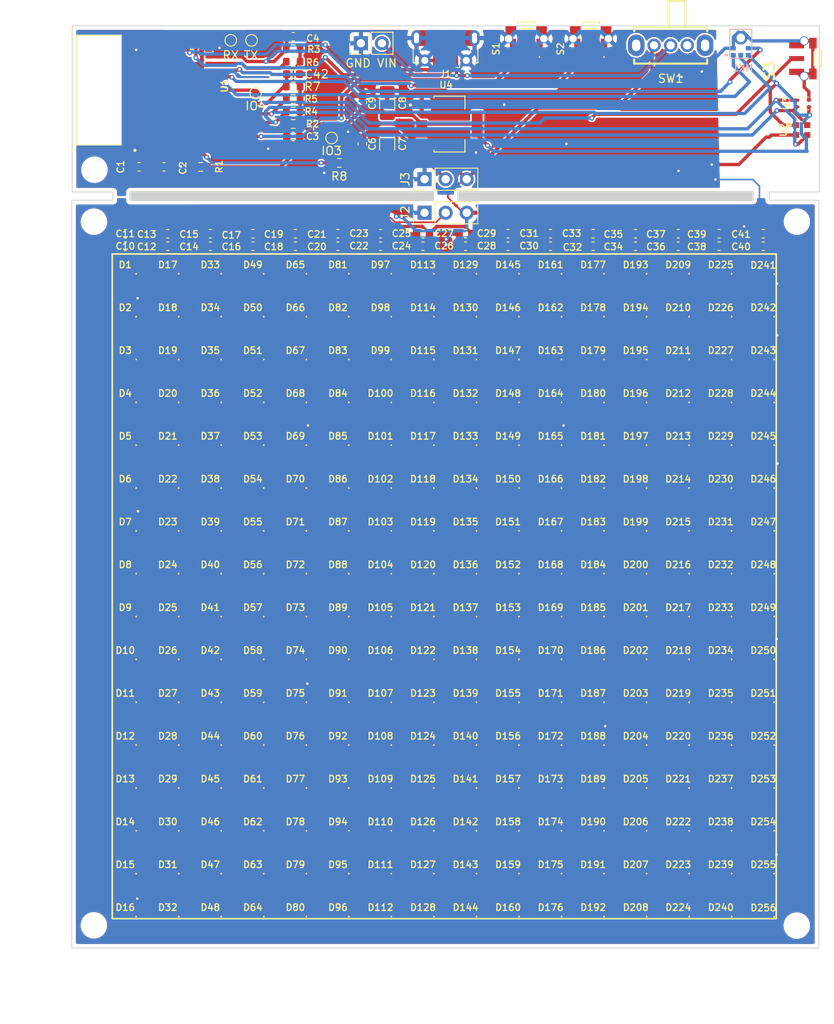
<source format=kicad_pcb>
(kicad_pcb (version 20240108) (generator "pcbnew") (generator_version "8.0")
  (layers (0 "F.Cu" signal) (31 "B.Cu" signal) (34 "B.Paste" user) (35 "F.Paste" user) (36 "B.SilkS" user "B.Silkscreen") (37 "F.SilkS" user "F.Silkscreen") (38 "B.Mask" user) (39 "F.Mask" user) (44 "Edge.Cuts" user))
  (net 0 "")
  (net 1 "+3.3V")
  (net 2 "GND")
  (net 3 "/Reset")
  (net 4 "/Boot")
  (net 5 "+5V")
  (net 6 "Net-(D1-DOUT)")
  (net 7 "Net-(D2-DOUT)")
  (net 8 "Net-(D3-DOUT)")
  (net 10 "/D+")
  (net 11 "/D-")
  (net 12 "Net-(U1-IO2)")
  (net 13 "/SDA")
  (net 14 "/SCL")
  (net 15 "Net-(U1-IO8)")
  (net 16 "Net-(D4-DOUT)")
  (net 17 "Net-(D5-DOUT)")
  (net 18 "Net-(D6-DOUT)")
  (net 19 "Net-(D7-DOUT)")
  (net 20 "Net-(D8-DOUT)")
  (net 21 "Net-(D10-DIN)")
  (net 22 "Net-(D10-DOUT)")
  (net 23 "Net-(D11-DOUT)")
  (net 24 "Net-(D12-DOUT)")
  (net 25 "Net-(D13-DOUT)")
  (net 26 "Net-(D14-DOUT)")
  (net 27 "Net-(D15-DOUT)")
  (net 28 "/DoutRow1")
  (net 29 "Net-(D17-DOUT)")
  (net 30 "Net-(D18-DOUT)")
  (net 31 "Net-(D19-DOUT)")
  (net 32 "Net-(D20-DOUT)")
  (net 33 "Net-(D21-DOUT)")
  (net 34 "Net-(D22-DOUT)")
  (net 35 "Net-(D23-DOUT)")
  (net 36 "Net-(D24-DOUT)")
  (net 37 "Net-(D25-DOUT)")
  (net 38 "Net-(D26-DOUT)")
  (net 39 "Net-(D27-DOUT)")
  (net 40 "Net-(D28-DOUT)")
  (net 41 "Net-(D29-DOUT)")
  (net 42 "Net-(D30-DOUT)")
  (net 43 "Net-(D31-DOUT)")
  (net 44 "Net-(D33-DOUT)")
  (net 45 "Net-(D34-DOUT)")
  (net 46 "Net-(D35-DOUT)")
  (net 47 "Net-(D36-DOUT)")
  (net 48 "Net-(D37-DOUT)")
  (net 49 "Net-(D38-DOUT)")
  (net 50 "Net-(D39-DOUT)")
  (net 51 "Net-(D40-DOUT)")
  (net 52 "Net-(D41-DOUT)")
  (net 53 "Net-(D42-DOUT)")
  (net 54 "Net-(D43-DOUT)")
  (net 55 "Net-(D44-DOUT)")
  (net 56 "Net-(D45-DOUT)")
  (net 57 "Net-(D46-DOUT)")
  (net 58 "Net-(D47-DOUT)")
  (net 59 "Net-(D49-DOUT)")
  (net 60 "Net-(D50-DOUT)")
  (net 61 "Net-(D51-DOUT)")
  (net 62 "Net-(D52-DOUT)")
  (net 63 "Net-(D53-DOUT)")
  (net 64 "Net-(D54-DOUT)")
  (net 65 "Net-(D55-DOUT)")
  (net 66 "Net-(D56-DOUT)")
  (net 67 "Net-(D57-DOUT)")
  (net 68 "Net-(D58-DOUT)")
  (net 69 "Net-(D59-DOUT)")
  (net 70 "Net-(D60-DOUT)")
  (net 71 "Net-(D61-DOUT)")
  (net 72 "Net-(D62-DOUT)")
  (net 73 "Net-(D63-DOUT)")
  (net 74 "Net-(D65-DOUT)")
  (net 75 "Net-(D66-DOUT)")
  (net 76 "Net-(D67-DOUT)")
  (net 77 "Net-(D68-DOUT)")
  (net 78 "Net-(D69-DOUT)")
  (net 79 "Net-(D70-DOUT)")
  (net 80 "Net-(D71-DOUT)")
  (net 81 "Net-(D72-DOUT)")
  (net 82 "Net-(D73-DOUT)")
  (net 83 "Net-(D74-DOUT)")
  (net 84 "Net-(D75-DOUT)")
  (net 85 "Net-(D76-DOUT)")
  (net 86 "Net-(D77-DOUT)")
  (net 87 "Net-(D78-DOUT)")
  (net 88 "Net-(D79-DOUT)")
  (net 89 "Net-(D81-DOUT)")
  (net 90 "Net-(D82-DOUT)")
  (net 91 "Net-(D83-DOUT)")
  (net 92 "Net-(D84-DOUT)")
  (net 93 "Net-(D85-DOUT)")
  (net 94 "Net-(D86-DOUT)")
  (net 95 "Net-(D87-DOUT)")
  (net 96 "Net-(D88-DOUT)")
  (net 97 "Net-(D89-DOUT)")
  (net 98 "Net-(D90-DOUT)")
  (net 99 "Net-(D91-DOUT)")
  (net 100 "Net-(D92-DOUT)")
  (net 101 "Net-(D93-DOUT)")
  (net 102 "Net-(D94-DOUT)")
  (net 103 "Net-(D95-DOUT)")
  (net 104 "Net-(D97-DOUT)")
  (net 105 "Net-(D98-DOUT)")
  (net 106 "Net-(D100-DIN)")
  (net 107 "Net-(D100-DOUT)")
  (net 108 "Net-(D101-DOUT)")
  (net 109 "Net-(D102-DOUT)")
  (net 110 "Net-(D103-DOUT)")
  (net 111 "Net-(D104-DOUT)")
  (net 112 "Net-(D105-DOUT)")
  (net 113 "Net-(D106-DOUT)")
  (net 114 "Net-(D107-DOUT)")
  (net 115 "Net-(D108-DOUT)")
  (net 116 "Net-(D109-DOUT)")
  (net 117 "Net-(D110-DOUT)")
  (net 118 "Net-(D111-DOUT)")
  (net 119 "Net-(D113-DOUT)")
  (net 120 "Net-(D114-DOUT)")
  (net 121 "Net-(D115-DOUT)")
  (net 122 "Net-(D116-DOUT)")
  (net 123 "Net-(D117-DOUT)")
  (net 124 "Net-(D118-DOUT)")
  (net 125 "Net-(D119-DOUT)")
  (net 126 "Net-(D120-DOUT)")
  (net 127 "Net-(D121-DOUT)")
  (net 128 "Net-(D122-DOUT)")
  (net 129 "Net-(D123-DOUT)")
  (net 130 "Net-(D124-DOUT)")
  (net 131 "Net-(D125-DOUT)")
  (net 132 "Net-(D126-DOUT)")
  (net 133 "Net-(D127-DOUT)")
  (net 134 "Net-(D129-DOUT)")
  (net 135 "Net-(D130-DOUT)")
  (net 136 "Net-(D131-DOUT)")
  (net 137 "Net-(D132-DOUT)")
  (net 138 "Net-(D133-DOUT)")
  (net 139 "Net-(D134-DOUT)")
  (net 140 "Net-(D135-DOUT)")
  (net 141 "Net-(D136-DOUT)")
  (net 142 "Net-(D137-DOUT)")
  (net 143 "Net-(D138-DOUT)")
  (net 144 "Net-(D139-DOUT)")
  (net 145 "Net-(D140-DOUT)")
  (net 146 "Net-(D141-DOUT)")
  (net 147 "Net-(D142-DOUT)")
  (net 148 "Net-(D143-DOUT)")
  (net 149 "Net-(D145-DOUT)")
  (net 150 "Net-(D146-DOUT)")
  (net 151 "Net-(D147-DOUT)")
  (net 152 "Net-(D148-DOUT)")
  (net 153 "Net-(D149-DOUT)")
  (net 154 "Net-(D150-DOUT)")
  (net 155 "Net-(D151-DOUT)")
  (net 156 "Net-(D152-DOUT)")
  (net 157 "Net-(D153-DOUT)")
  (net 158 "Net-(D154-DOUT)")
  (net 159 "Net-(D155-DOUT)")
  (net 160 "Net-(D156-DOUT)")
  (net 161 "Net-(D157-DOUT)")
  (net 162 "Net-(D158-DOUT)")
  (net 163 "Net-(D159-DOUT)")
  (net 164 "Net-(D161-DOUT)")
  (net 165 "Net-(D162-DOUT)")
  (net 166 "Net-(D163-DOUT)")
  (net 167 "Net-(D164-DOUT)")
  (net 168 "Net-(D165-DOUT)")
  (net 169 "Net-(D166-DOUT)")
  (net 170 "Net-(D167-DOUT)")
  (net 171 "Net-(D168-DOUT)")
  (net 172 "Net-(D169-DOUT)")
  (net 173 "Net-(D170-DOUT)")
  (net 174 "Net-(D171-DOUT)")
  (net 175 "Net-(D172-DOUT)")
  (net 176 "Net-(D173-DOUT)")
  (net 177 "Net-(D174-DOUT)")
  (net 178 "Net-(D175-DOUT)")
  (net 179 "Net-(D177-DOUT)")
  (net 180 "Net-(D178-DOUT)")
  (net 181 "Net-(D179-DOUT)")
  (net 182 "Net-(D180-DOUT)")
  (net 183 "Net-(D181-DOUT)")
  (net 184 "Net-(D182-DOUT)")
  (net 185 "Net-(D183-DOUT)")
  (net 186 "Net-(D184-DOUT)")
  (net 187 "Net-(D185-DOUT)")
  (net 188 "Net-(D186-DOUT)")
  (net 189 "Net-(D187-DOUT)")
  (net 190 "Net-(D188-DOUT)")
  (net 191 "Net-(D189-DOUT)")
  (net 192 "Net-(D190-DOUT)")
  (net 193 "Net-(D191-DOUT)")
  (net 194 "Net-(D193-DOUT)")
  (net 195 "Net-(D194-DOUT)")
  (net 196 "Net-(D195-DOUT)")
  (net 197 "Net-(D196-DOUT)")
  (net 198 "Net-(D197-DOUT)")
  (net 199 "Net-(D198-DOUT)")
  (net 200 "Net-(D199-DOUT)")
  (net 201 "Net-(D200-DOUT)")
  (net 202 "Net-(D201-DOUT)")
  (net 203 "Net-(D202-DOUT)")
  (net 204 "Net-(D203-DOUT)")
  (net 205 "Net-(D204-DOUT)")
  (net 206 "Net-(D205-DOUT)")
  (net 207 "Net-(D206-DOUT)")
  (net 208 "Net-(D207-DOUT)")
  (net 209 "Net-(D209-DOUT)")
  (net 210 "Net-(D210-DOUT)")
  (net 211 "Net-(D211-DOUT)")
  (net 212 "Net-(D212-DOUT)")
  (net 213 "Net-(D213-DOUT)")
  (net 214 "Net-(D214-DOUT)")
  (net 215 "Net-(D215-DOUT)")
  (net 216 "Net-(D216-DOUT)")
  (net 217 "Net-(D217-DOUT)")
  (net 218 "Net-(D218-DOUT)")
  (net 219 "Net-(D219-DOUT)")
  (net 220 "Net-(D220-DOUT)")
  (net 221 "Net-(D221-DOUT)")
  (net 222 "Net-(D222-DOUT)")
  (net 223 "Net-(D223-DOUT)")
  (net 224 "Net-(D225-DOUT)")
  (net 225 "Net-(D226-DOUT)")
  (net 226 "Net-(D227-DOUT)")
  (net 227 "Net-(D228-DOUT)")
  (net 228 "Net-(D229-DOUT)")
  (net 229 "Net-(D230-DOUT)")
  (net 230 "Net-(D231-DOUT)")
  (net 231 "Net-(D232-DOUT)")
  (net 232 "Net-(D233-DOUT)")
  (net 233 "Net-(D234-DOUT)")
  (net 234 "Net-(D235-DOUT)")
  (net 235 "Net-(D236-DOUT)")
  (net 236 "Net-(D237-DOUT)")
  (net 237 "Net-(D238-DOUT)")
  (net 238 "Net-(D239-DOUT)")
  (net 239 "Net-(D241-DOUT)")
  (net 240 "Net-(D242-DOUT)")
  (net 241 "Net-(D243-DOUT)")
  (net 242 "Net-(D244-DOUT)")
  (net 243 "Net-(D245-DOUT)")
  (net 244 "Net-(D246-DOUT)")
  (net 245 "Net-(D247-DOUT)")
  (net 246 "Net-(D248-DOUT)")
  (net 247 "/MIC_SD")
  (net 248 "/MIC_WS")
  (net 249 "/MIC_SCK")
  (net 256 "/RX")
  (net 262 "/IO4")
  (net 263 "/TX")
  (net 267 "Net-(D249-DOUT)")
  (net 268 "Net-(D250-DOUT)")
  (net 269 "Net-(D251-DOUT)")
  (net 270 "Net-(D252-DOUT)")
  (net 271 "Net-(D253-DOUT)")
  (net 272 "Net-(D254-DOUT)")
  (net 273 "Net-(D255-DOUT)")
  (net 274 "/Button")
  (net 278 "/DoutRow2")
  (net 279 "/DoutRow3")
  (net 280 "/DoutRow4")
  (net 281 "/DoutRow5")
  (net 282 "/DoutRow6")
  (net 283 "/DoutRow7")
  (net 284 "/DoutRow8")
  (net 285 "/DoutRow9")
  (net 286 "/DoutRow10")
  (net 287 "/DoutRow11")
  (net 288 "/DoutRow12")
  (net 289 "/DoutRow13")
  (net 290 "/DoutRow14")
  (net 291 "/DoutRow15")
  (net 292 "/DoutRow16")
  (net 293 "/RGB_IN")
  (net 294 "/RGB_OUT")
  (net 295 "/VIN")
  (net 296 "Net-(U1-IO3)")
  (footprint "WS2812B-2020:WS2812B2020" (layer "F.Cu") (at 124.635339 105.143953)
    (property "Reference" "D45")
    (property "Value" "WS2812B-2020" (hide yes))
  )
  (footprint "Resistor_SMD:R_0603_1608Metric" (layer "F.Cu") (at 123.475199 31.485382)
    (property "Reference" "R1")
    (property "Value" "10k" (hide yes))
  )
  (footprint "WS2812B-2020:WS2812B2020" (layer "F.Cu") (at 150.258669 99.987287)
    (property "Reference" "D124")
    (property "Value" "WS2812B-2020" (hide yes))
  )
  (footprint "WS2812B-2020:WS2812B2020" (layer "F.Cu") (at 134.884671 58.733959)
    (property "Reference" "D68")
    (property "Value" "WS2812B-2020" (hide yes))
  )
  (footprint "WS2812B-2020:WS2812B2020" (layer "F.Cu") (at 165.632667 99.987287)
    (property "Reference" "D172")
    (property "Value" "WS2812B-2020" (hide yes))
  )
  (footprint "WS2812B-2020:WS2812B2020" (layer "F.Cu") (at 134.884671 99.987287)
    (property "Reference" "D76")
    (property "Value" "WS2812B-2020" (hide yes))
  )
  (footprint "WS2812B-2020:WS2812B2020" (layer "F.Cu") (at 140.009337 89.673955)
    (property "Reference" "D90")
    (property "Value" "WS2812B-2020" (hide yes))
  )
  (footprint "WS2812B-2020:WS2812B2020" (layer "F.Cu") (at 145.134003 69.047291)
    (property "Reference" "D102")
    (property "Value" "WS2812B-2020" (hide yes))
  )
  (footprint "WS2812B-2020:WS2812B2020" (layer "F.Cu") (at 114.386007 99.987287)
    (property "Reference" "D12")
    (property "Value" "WS2812B-2020" (hide yes))
  )
  (footprint "Connector_PinHeader_2.54mm:PinHeader_1x02_P2.54mm_Vertical" (layer "F.Cu") (at 142.775 16.6 90)
    (property "Reference" "J4" (hide yes))
    (property "Value" "GND VIN")
  )
  (footprint "Capacitor_SMD:C_0603_1608Metric" (layer "F.Cu") (at 181.006665 41.027293 180)
    (property "Reference" "C36")
    (property "Value" "0.1uf" (hide yes))
  )
  (footprint "Capacitor_SMD:C_0603_1608Metric" (layer "F.Cu") (at 142.95 28.7 90)
    (property "Reference" "C6")
    (property "Value" "0.1uf" (hide yes))
  )
  (footprint "Connector_PinHeader_2.54mm:PinHeader_1x03_P2.54mm_Vertical" (layer "F.Cu") (at 150.448669 32.964966 90)
    (property "Reference" "J3")
    (property "Value" "Conn_01x03_Pin" (hide yes))
  )
  (footprint "WS2812B-2020:WS2812B2020" (layer "F.Cu") (at 140.009337 53.577293)
    (property "Reference" "D83")
    (property "Value" "WS2812B-2020" (hide yes))
  )
  (footprint "WS2812B-2020:WS2812B2020" (layer "F.Cu") (at 129.760005 63.890625)
    (property "Reference" "D53")
    (property "Value" "WS2812B-2020" (hide yes))
  )
  (footprint "Capacitor_SMD:C_0603_1608Metric" (layer "F.Cu") (at 181.006665 39.527293 180)
    (property "Reference" "C37")
    (property "Value" "10uf" (hide yes))
  )
  (footprint "WS2812B-2020:WS2812B2020" (layer "F.Cu") (at 114.386007 53.577293)
    (property "Reference" "D3")
    (property "Value" "WS2812B-2020" (hide yes))
  )
  (footprint "WS2812B-2020:WS2812B2020" (layer "F.Cu") (at 186.141943 120.613961)
    (property "Reference" "D240")
    (property "Value" "WS2812B-2020" (hide yes))
  )
  (footprint "WS2812B-2020:WS2812B2020" (layer "F.Cu") (at 170.757333 48.420627)
    (property "Reference" "D178")
    (property "Value" "WS2812B-2020" (hide yes))
  )
  (footprint "WS2812B-2020:WS2812B2020" (layer "F.Cu") (at 175.881999 58.733959)
    (property "Reference" "D196")
    (property "Value" "WS2812B-2020" (hide yes))
  )
  (footprint "Capacitor_SMD:C_0603_1608Metric" (layer "F.Cu") (at 134.621902 20.317639 180)
    (property "Reference" "C42")
    (property "Value" "0.1uf" (hide yes))
  )
  (footprint "WS2812B-2020:WS2812B2020" (layer "F.Cu") (at 181.006665 89.673955)
    (property "Reference" "D218")
    (property "Value" "WS2812B-2020" (hide yes))
  )
  (footprint "WS2812B-2020:WS2812B2020" (layer "F.Cu") (at 186.131331 94.830621)
    (property "Reference" "D235")
    (property "Value" "WS2812B-2020" (hide yes))
  )
  (footprint "WS2812B-2020:WS2812B2020" (layer "F.Cu") (at 170.757333 53.577293)
    (property "Reference" "D179")
    (property "Value" "WS2812B-2020" (hide yes))
  )
  (footprint "SHT41-AD1B-R2:SHT4X" (layer "F.Cu") (at 196.05 23.85)
    (property "Reference" "U3")
    (property "Value" "SHT41-AD1B-R2" (hide yes))
  )
  (footprint "WS2812B-2020:WS2812B2020" (layer "F.Cu") (at 145.134003 89.673955)
    (property "Reference" "D106")
    (property "Value" "WS2812B-2020" (hide yes))
  )
  (footprint "WS2812B-2020:WS2812B2020" (layer "F.Cu") (at 181.006665 53.577293)
    (property "Reference" "D211")
    (property "Value" "WS2812B-2020" (hide yes))
  )
  (footprint "WS2812B-2020:WS2812B2020" (layer "F.Cu") (at 145.134003 63.890625)
    (property "Reference" "D101")
    (property "Value" "WS2812B-2020" (hide yes))
  )
  (footprint "WS2812B-2020:WS2812B2020" (layer "F.Cu") (at 114.386007 115.457285)
    (property "Reference" "D15")
    (property "Value" "WS2812B-2020" (hide yes))
  )
  (footprint "WS2812B-2020:WS2812B2020" (layer "F.Cu") (at 165.640247 120.613961)
    (property "Reference" "D176")
    (property "Value" "WS2812B-2020" (hide yes))
  )
  (footprint "WS2812B-2020:WS2812B2020" (layer "F.Cu") (at 175.881999 43.263961)
    (property "Reference" "D193")
    (property "Value" "WS2812B-2020" (hide yes))
  )
  (footprint "WS2812B-2020:WS2812B2020" (layer "F.Cu") (at 114.386007 94.830621)
    (property "Reference" "D11")
    (property "Value" "WS2812B-2020" (hide yes))
  )
  (footprint "WS2812B-2020:WS2812B2020" (layer "F.Cu") (at 145.134003 99.987287)
    (property "Reference" "D108")
    (property "Value" "WS2812B-2020" (hide yes))
  )
  (footprint "Capacitor_SMD:C_0603_1608Metric" (layer "F.Cu") (at 150.258669 41.027293 180)
    (property "Reference" "C24")
    (property "Value" "0.1uf" (hide yes))
  )
  (footprint "WS2812B-2020:WS2812B2020" (layer "F.Cu") (at 165.632667 84.517289)
    (property "Reference" "D169")
    (property "Value" "WS2812B-2020" (hide yes))
  )
  (footprint "WS2812B-2020:WS2812B2020" (layer "F.Cu") (at 175.881999 53.577293)
    (property "Reference" "D195")
    (property "Value" "WS2812B-2020" (hide yes))
  )
  (footprint "WS2812B-2020:WS2812B2020" (layer "F.Cu") (at 181.006665 63.890625)
    (property "Reference" "D213")
    (property "Value" "WS2812B-2020" (hide yes))
  )
  (footprint "WS2812B-2020:WS2812B2020" (layer "F.Cu") (at 119.511431 120.613961)
    (property "Reference" "D32")
    (property "Value" "WS2812B-2020" (hide yes))
  )
  (footprint "WS2812B-2020:WS2812B2020" (layer "F.Cu") (at 191.256007 99.987287)
    (property "Reference" "D252")
    (property "Value" "WS2812B-2020" (hide yes))
  )
  (footprint "WS2812B-2020:WS2812B2020" (layer "F.Cu") (at 134.884671 48.420627)
    (property "Reference" "D66")
    (property "Value" "WS2812B-2020" (hide yes))
  )
  (footprint "WS2812B-2020:WS2812B2020" (layer "F.Cu") (at 181.006665 79.360623)
    (property "Reference" "D216")
    (property "Value" "WS2812B-2020" (hide yes))
  )
  (footprint "Capacitor_SMD:C_0603_1608Metric" (layer "F.Cu") (at 191.256007 39.527293 180)
    (property "Reference" "C41")
    (property "Value" "10uf" (hide yes))
  )
  (footprint "Capacitor_SMD:C_0603_1608Metric" (layer "F.Cu") (at 191.256007 41.027293 180)
    (property "Reference" "C40")
    (property "Value" "0.1uf" (hide yes))
  )
  (footprint "WS2812B-2020:WS2812B2020" (layer "F.Cu") (at 124.635339 115.457285)
    (property "Reference" "D47")
    (property "Value" "WS2812B-2020" (hide yes))
  )
  (footprint "WS2812B-2020:WS2812B2020" (layer "F.Cu") (at 119.510673 53.577293)
    (property "Reference" "D19")
    (property "Value" "WS2812B-2020" (hide yes))
  )
  (footprint "WS2812B-2020:WS2812B2020" (layer "F.Cu") (at 170.757333 99.987287)
    (property "Reference" "D188")
    (property "Value" "WS2812B-2020" (hide yes))
  )
  (footprint "MountingHole:MountingHole_2.7mm_M2.5_DIN965" (layer "F.Cu") (at 110.605536 122.76782)
    (property "Reference" "H3" (hide yes))
    (property "Value" "MountingHole" (hide yes))
  )
  (footprint "WS2812B-2020:WS2812B2020" (layer "F.Cu") (at 165.632667 63.890625)
    (property "Reference" "D165")
    (property "Value" "WS2812B-2020" (hide yes))
  )
  (footprint "LIB_SKRTLAE010:SKRTLAE010" (layer "F.Cu") (at 170.488244 15.7 180)
    (property "Reference" "S2")
    (property "Value" "SKRTLAE010" (hide yes))
  )
  (footprint "WS2812B-2020:WS2812B2020" (layer "F.Cu") (at 160.508001 94.830621)
    (property "Reference" "D155")
    (property "Value" "WS2812B-2020" (hide yes))
  )
  (footprint "TestPoint:TestPoint_Pad_D1.0mm" (layer "F.Cu") (at 139.25 28)
    (property "Reference" "TP4" (hide yes))
    (property "Value" "IO3")
  )
  (footprint "WS2812B-2020:WS2812B2020" (layer "F.Cu") (at 119.510673 110.300619)
    (property "Reference" "D30")
    (property "Value" "WS2812B-2020" (hide yes))
  )
  (footprint "WS2812B-2020:WS2812B2020" (layer "F.Cu") (at 181.006665 69.047291)
    (property "Reference" "D214")
    (property "Value" "WS2812B-2020" (hide yes))
  )
  (footprint "WS2812B-2020:WS2812B2020" (layer "F.Cu") (at 129.760005 115.457285)
    (property "Reference" "D63")
    (property "Value" "WS2812B-2020" (hide yes))
  )
  (footprint "WS2812B-2020:WS2812B2020" (layer "F.Cu") (at 129.760005 48.420627)
    (property "Reference" "D50")
    (property "Value" "WS2812B-2020" (hide yes))
  )
  (footprint "AMS1117:SOT229P700X180-4N" (layer "F.Cu") (at 153.45 26.329)
    (property "Reference" "U4")
    (property "Value" "AMS1117-3.3" (hide yes))
  )
  (footprint "WS2812B-2020:WS2812B2020" (layer "F.Cu") (at 155.383335 58.733959)
    (property "Reference" "D132")
    (property "Value" "WS2812B-2020" (hide yes))
  )
  (footprint "Resistor_SMD:R_0603_1608Metric" (layer "F.Cu") (at 134.621902 18.817639)
    (property "Reference" "R6")
    (property "Value" "10k" (hide yes))
  )
  (footprint "WS2812B-2020:WS2812B2020" (layer "F.Cu") (at 114.386007 69.047291)
    (property "Reference" "D6")
    (property "Value" "WS2812B-2020" (hide yes))
  )
  (footprint "Capacitor_SMD:C_0603_1608Metric" (layer "F.Cu") (at 134.621902 27.823409 180)
    (property "Reference" "C3")
    (property "Value" "0.1uf" (hide yes))
  )
  (footprint "WS2812B-2020:WS2812B2020" (layer "F.Cu") (at 155.383335 48.420627)
    (property "Reference" "D130")
    (property "Value" "WS2812B-2020" (hide yes))
  )
  (footprint "WS2812B-2020:WS2812B2020" (layer "F.Cu") (at 124.635339 110.300619)
    (property "Reference" "D46")
    (property "Value" "WS2812B-2020" (hide yes))
  )
  (footprint "WS2812B-2020:WS2812B2020" (layer "F.Cu") (at 134.884671 89.673955)
    (property "Reference" "D74")
    (property "Value" "WS2812B-2020" (hide yes))
  )
  (footprint "WS2812B-2020:WS2812B2020" (layer "F.Cu") (at 155.383335 84.517289)
    (property "Reference" "D137")
    (property "Value" "WS2812B-2020" (hide yes))
  )
  (footprint "Capacitor_SMD:C_0603_1608Metric" (layer "F.Cu") (at 134.621902 15.817049 180)
    (property "Reference" "C4")
    (property "Value" "0.1uf" (hide yes))
  )
  (footprint "WS2812B-2020:WS2812B2020" (layer "F.Cu") (at 124.635339 84.517289)
    (property "Reference" "D41")
    (property "Value" "WS2812B-2020" (hide yes))
  )
  (footprint "WS2812B-2020:WS2812B2020" (layer "F.Cu") (at 155.383335 43.263961)
    (property "Reference" "D129")
    (property "Value" "WS2812B-2020" (hide yes))
  )
  (footprint "WS2812B-2020:WS2812B2020" (layer "F.Cu") (at 155.383335 74.203957)
    (property "Reference" "D135")
    (property "Value" "WS2812B-2020" (hide yes))
  )
  (footprint "WS2812B-2020:WS2812B2020" (layer "F.Cu") (at 181.006665 48.420627)
    (property "Reference" "D210")
    (property "Value" "WS2812B-2020" (hide yes))
  )
  (footprint "MountingHole:MountingHole_2.7mm_M2.5_DIN965" (layer "F.Cu") (at 110.613494 38.07647)
    (property "Reference" "H1" (hide yes))
    (property "Value" "MountingHole" (hide yes))
  )
  (footprint "WS2812B-2020:WS2812B2020" (layer "F.Cu") (at 155.383335 110.300619)
    (property "Reference" "D142")
    (property "Value" "WS2812B-2020" (hide yes))
  )
  (footprint "WS2812B-2020:WS2812B2020" (layer "F.Cu") (at 160.508001 58.733959)
    (property "Reference" "D148")
    (property "Value" "WS2812B-2020" (hide yes))
  )
  (footprint "WS2812B-2020:WS2812B2020" (layer "F.Cu") (at 124.635339 74.203957)
    (property "Reference" "D39")
    (property "Value" "WS2812B-2020" (hide yes))
  )
  (footprint "WS2812B-2020:WS2812B2020" (layer "F.Cu") (at 170.757333 115.457285)
    (property "Reference" "D191")
    (property "Value" "WS2812B-2020" (hide yes))
  )
  (footprint "WS2812B-2020:WS2812B2020" (layer "F.Cu") (at 170.757333 69.047291)
    (property "Reference" "D182")
    (property "Value" "WS2812B-2020" (hide yes))
  )
  (footprint "WS2812B-2020:WS2812B2020" (layer "F.Cu") (at 150.258669 110.300619)
    (property "Reference" "D126")
    (property "Value" "WS2812B-2020" (hide yes))
  )
  (footprint "WS2812B-2020:WS2812B2020" (layer "F.Cu") (at 145.134003 84.517289)
    (property "Reference" "D105")
    (property "Value" "WS2812B-2020" (hide yes))
  )
  (footprint "WS2812B-2020:WS2812B2020" (layer "F.Cu") (at 114.386007 79.360623)
    (property "Reference" "D8")
    (property "Value" "WS2812B-2020" (hide yes))
  )
  (footprint "WS2812B-2020:WS2812B2020" (layer "F.Cu") (at 114.386007 84.517289)
    (property "Reference" "D9")
    (property "Value" "WS2812B-2020" (hide yes))
  )
  (footprint "WS2812B-2020:WS2812B2020" (layer "F.Cu") (at 119.510673 48.420627)
    (property "Reference" "D18")
    (property "Value" "WS2812B-2020" (hide yes))
  )
  (footprint "WS2812B-2020:WS2812B2020" (layer "F.Cu") (at 119.510673 99.987287)
    (property "Reference" "D28")
    (property "Value" "WS2812B-2020" (hide yes))
  )
  (footprint "WS2812B-2020:WS2812B2020" (layer "F.Cu") (at 145.138551 120.613961)
    (property "Reference" "D112")
    (property "Value" "WS2812B-2020" (hide yes))
  )
  (footprint "WS2812B-2020:WS2812B2020" (layer "F.Cu") (at 124.635339 48.420627)
    (property "Reference" "D34")
    (property "Value" "WS2812B-2020" (hide yes))
  )
  (footprint "Capacitor_SMD:C_0603_1608Metric" (layer "F.Cu") (at 155.383335 41.027293 180)
    (property "Reference" "C26")
    (property "Value" "0.1uf" (hide yes))
  )
  (footprint "WS2812B-2020:WS2812B2020" (layer "F.Cu") (at 140.009337 105.143953)
    (property "Reference" "D93")
    (property "Value" "WS2812B-2020" (hide yes))
  )
  (footprint "WS2812B-2020:WS2812B2020" (layer "F.Cu") (at 124.635339 79.360623)
    (property "Reference" "D40")
    (property "Value" "WS2812B-2020" (hide yes))
  )
  (footprint "WS2812B-2020:WS2812B2020" (layer "F.Cu") (at 160.508001 43.263961)
    (property "Reference" "D145")
    (property "Value" "WS2812B-2020" (hide yes))
  )
  (footprint "WS2812B-2020:WS2812B2020" (layer "F.Cu") (at 129.760005 58.733959)
    (property "Reference" "D52")
    (property "Value" "WS2812B-2020" (hide yes))
  )
  (footprint "Resistor_SMD:R_0603_1608Metric" (layer "F.Cu") (at 134.621902 26.317639)
    (property "Reference" "R2")
    (property "Value" "10k" (hide yes))
  )
  (footprint "WS2812B-2020:WS2812B2020" (layer "F.Cu") (at 129.760005 105.143953)
    (property "Reference" "D61")
    (property "Value" "WS2812B-2020" (hide yes))
  )
  (footprint "WS2812B-2020:WS2812B2020" (layer "F.Cu") (at 191.256007 84.517289)
    (property "Reference" "D249")
    (property "Value" "WS2812B-2020" (hide yes))
  )
  (footprint "WS2812B-2020:WS2812B2020" (layer "F.Cu") (at 170.757333 43.263961)
    (property "Reference" "D177")
    (property "Value" "WS2812B-2020" (hide yes))
  )
  (footprint "WS2812B-2020:WS2812B2020" (layer "F.Cu") (at 191.256007 115.457285)
    (property "Reference" "D255")
    (property "Value" "WS2812B-2020" (hide yes))
  )
  (footprint "MountingHole:MountingHole_2.7mm_M2.5_DIN965" (layer "F.Cu") (at 195.308693 38.072577)
    (property "Reference" "H2" (hide yes))
    (property "Value" "MountingHole" (hide yes))
  )
  (footprint "WS2812B-2020:WS2812B2020" (layer "F.Cu") (at 150.258669 53.577293)
    (property "Reference" "D115")
    (property "Value" "WS2812B-2020" (hide yes))
  )
  (footprint "WS2812B-2020:WS2812B2020" (layer "F.Cu") (at 150.258669 43.263961)
    (property "Reference" "D113")
    (property "Value" "WS2812B-2020" (hide yes))
  )
  (footprint "WS2812B-2020:WS2812B2020" (layer "F.Cu") (at 134.884671 79.360623)
    (property "Reference" "D72")
    (property "Value" "WS2812B-2020" (hide yes))
  )
  (footprint "WS2812B-2020:WS2812B2020" (layer "F.Cu") (at 114.386007 110.300619)
    (property "Reference" "D14")
    (property "Value" "WS2812B-2020" (hide yes))
  )
  (footprint "WS2812B-2020:WS2812B2020" (layer "F.Cu") (at 145.134003 58.733959)
    (property "Reference" "D100")
    (property "Value" "WS2812B-2020" (hide yes))
  )
  (footprint "WS2812B-2020:WS2812B2020" (layer "F.Cu") (at 181.006665 110.300619)
    (property "Reference" "D222")
    (property "Value" "WS2812B-2020" (hide yes))
  )
  (footprint "WS2812B-2020:WS2812B2020" (layer "F.Cu") (at 140.009337 99.987287)
    (property "Reference" "D92")
    (property "Value" "WS2812B-2020" (hide yes))
  )
  (footprint "WS2812B-2020:WS2812B2020" (layer "F.Cu") (at 155.383335 99.987287)
    (property "Reference" "D140")
    (property "Value" "WS2812B-2020" (hide yes))
  )
  (footprint "WS2812B-2020:WS2812B2020" (layer "F.Cu") (at 145.134003 48.420627)
    (property "Reference" "D98")
    (property "Value" "WS2812B-2020" (hide yes))
  )
  (footprint "WS2812B-2020:WS2812B2020" (layer "F.Cu") (at 129.760005 110.300619)
    (property "Reference" "D62")
    (property "Value" "WS2812B-2020" (hide yes))
  )
  (footprint "Capacitor_SMD:C_0603_1608Metric" (layer "F.Cu") (at 145.134003 41.027293 180)
    (property "Reference" "C22")
    (property "Value" "0.1uf" (hide yes))
  )
  (footprint "Capacitor_SMD:C_0603_1608Metric" (layer "F.Cu") (at 129.760005 39.527293 180)
    (property "Reference" "C17")
    (property "Value" "10uf" (hide yes))
  )
  (footprint "WS2812B-2020:WS2812B2020" (layer "F.Cu") (at 124.635339 63.890625)
    (property "Reference" "D37")
    (property "Value" "WS2812B-2020" (hide yes))
  )
  (footprint "WS2812B-2020:WS2812B2020" (layer "F.Cu") (at 124.635339 94.830621)
    (property "Reference" "D43")
    (property "Value" "WS2812B-2020" (hide yes))
  )
  (footprint "WS2812B-2020:WS2812B2020" (layer "F.Cu") (at 140.009337 79.360623)
    (property "Reference" "D88")
    (property "Value" "WS2812B-2020" (hide yes))
  )
  (footprint "WS2812B-2020:WS2812B2020" (layer "F.Cu") (at 175.881999 79.360623)
    (property "Reference" "D200")
    (property "Value" "WS2812B-2020" (hide yes))
  )
  (footprint "LIB_SKRTLAE010:SKRTLAE010" (layer "F.Cu") (at 162.725 15.7 180)
    (property "Reference" "S1")
    (property "Value" "SKRTLAE010" (hide yes))
  )
  (footprint "WS2812B-2020:WS2812B2020" (layer "F.Cu") (at 134.884671 110.300619)
    (property "Reference" "D78")
    (property "Value" "WS2812B-2020" (hide yes))
  )
  (footprint "WS2812B-2020:WS2812B2020" (layer "F.Cu") (at 165.632667 94.830621)
    (property "Reference" "D171")
    (property "Value" "WS2812B-2020" (hide yes))
  )
  (footprint "WS2812B-2020:WS2812B2020" (layer "F.Cu") (at 140.009337 74.203957)
    (property "Reference" "D87")
    (property "Value" "WS2812B-2020" (hide yes))
  )
  (footprint "WS2812B-2020:WS2812B2020" (layer "F.Cu") (at 181.016519 120.613961)
    (property "Reference" "D224")
    (property "Value" "WS2812B-2020" (hide yes))
  )
  (footprint "WS2812B-2020:WS2812B2020" (layer "F.Cu") (at 186.131331 63.890625)
    (property "Reference" "D229")
    (property "Value" "WS2812B-2020" (hide yes))
  )
  (footprint "Capacitor_SMD:C_0603_1608Metric" (layer "F.Cu") (at 185.931007 39.527293 180)
    (property "Reference" "C39")
    (property "Value" "10uf" (hide yes))
  )
  (footprint "Capacitor_SMD:C_0603_1608Metric" (layer "F.Cu") (at 140.009337 41.027293 180)
    (property "Reference" "C20")
    (property "Value" "0.1uf" (hide yes))
  )
  (footprint "WS2812B-2020:WS2812B2020" (layer "F.Cu") (at 114.386007 74.203957)
    (property "Reference" "D7")
    (property "Value" "WS2812B-2020" (hide yes))
  )
  (footprint "WS2812B-2020:WS2812B2020" (layer "F.Cu") (at 186.131331 74.203957)
    (property "Reference" "D231")
    (property "Value" "WS2812B-2020" (hide yes))
  )
  (footprint "LIB_SKRTLAE010:SKRTLAE010" (layer "F.Cu") (at 196.53527 18.467673 90)
    (property "Reference" "S3")
    (property "Value" "SKRTLAE010" (hide yes))
  )
  (footprint "Capacitor_SMD:C_0603_1608Metric" (layer "F.Cu") (at 114.386007 39.527293 180)
    (property "Reference" "C11")
    (property "Value" "10uf" (hide yes))
  )
  (footprint "WS2812B-2020:WS2812B2020" (layer "F.Cu") (at 175.881999 48.420627)
    (property "Reference" "D194")
    (property "Value" "WS2812B-2020" (hide yes))
  )
  (footprint "WS2812B-2020:WS2812B2020" (layer "F.Cu") (at 191.256007 79.360623)
    (property "Reference" "D248")
    (property "Value" "WS2812B-2020" (hide yes))
  )
  (footprint "WS2812B-2020:WS2812B2020" (layer "F.Cu") (at 160.508001 69.047291)
    (property "Reference" "D150")
    (property "Value" "WS2812B-2020" (hide yes))
  )
  (footprint "WS2812B-2020:WS2812B2020" (layer "F.Cu") (at 191.256007 89.673955)
    (property "Reference" "D250")
    (property "Value" "WS2812B-2020" (hide yes))
  )
  (footprint "Capacitor_SMD:C_0603_1608Metric" (layer "F.Cu") (at 165.632667 39.527293 180)
    (property "Reference" "C31")
    (property "Value" "10uf" (hide yes))
  )
  (footprint "WS2812B-2020:WS2812B2020" (layer "F.Cu") (at 160.508001 79.360623)
    (property "Reference" "D152")
    (property "Value" "WS2812B-2020" (hide yes))
  )
  (footprint "WS2812B-2020:WS2812B2020" (layer "F.Cu") (at 119.510673 84.517289)
    (property "Reference" "D25")
    (property "Value" "WS2812B-2020" (hide yes))
  )
  (footprint "WS2812B-2020:WS2812B2020" (layer "F.Cu") (at 155.383335 94.830621)
    (property "Reference" "D139")
    (property "Value" "WS2812B-2020" (hide yes))
  )
  (footprint "MountingHole:MountingHole_2.7mm_M2.5_DIN965" (layer "F.Cu") (at 195.311431 31.826857 90)
    (property "Reference" "H8" (hide yes))
    (property "Value" "MountingHole" (hide yes))
  )
  (footprint "WS2812B-2020:WS2812B2020" (layer "F.Cu") (at 165.632667 43.263961)
    (property "Reference" "D161")
    (property "Value" "WS2812B-2020" (hide yes))
  )
  (footprint "WS2812B-2020:WS2812B2020" (layer "F.Cu") (at 140.009337 84.517289)
    (property "Reference" "D89")
    (property "Value" "WS2812B-2020" (hide yes))
  )
  (footprint "WS2812B-2020:WS2812B2020" (layer "F.Cu") (at 134.884671 84.517289)
    (property "Reference" "D73")
    (property "Value" "WS2812B-2020" (hide yes))
  )
  (footprint "WS2812B-2020:WS2812B2020" (layer "F.Cu") (at 140.009337 115.457285)
    (property "Reference" "D95")
    (property "Value" "WS2812B-2020" (hide yes))
  )
  (footprint "Capacitor_SMD:C_0603_1608Metric" (layer "F.Cu") (at 134.884671 41.027293 180)
    (property "Reference" "C18")
    (property "Value" "0.1uf" (hide yes))
  )
  (footprint "WS2812B-2020:WS2812B2020" (layer "F.Cu") (at 155.383335 115.457285)
    (property "Reference" "D143")
    (property "Value" "WS2812B-2020" (hide yes))
  )
  (footprint "WS2812B-2020:WS2812B2020" (layer "F.Cu") (at 145.134003 43.263961)
    (property "Reference" "D97")
    (property "Value" "WS2812B-2020" (hide yes))
  )
  (footprint "WS2812B-2020:WS2812B2020" (layer "F.Cu") (at 129.760005 94.830621)
    (property "Reference" "D59")
    (property "Value" "WS2812B-2020" (hide yes))
  )
  (footprint "WS2812B-2020:WS2812B2020" (layer "F.Cu") (at 124.635339 53.577293)
    (property "Reference" "D35")
    (property "Value" "WS2812B-2020" (hide yes))
  )
  (footprint "Connector_USB:USB_Micro-B_Molex-105017-0001" (layer "F.Cu") (at 152.973669 17.209002 180)
    (property "Reference" "J1")
    (property "Value" "Micro-USB")
  )
  (footprint "WS2812B-2020:WS2812B2020" (layer "F.Cu") (at 129.762279 120.613961)
    (property "Reference" "D64")
    (property "Value" "WS2812B-2020" (hide yes))
  )
  (footprint "WS2812B-2020:WS2812B2020" (layer "F.Cu") (at 124.635339 43.263961)
    (property "Reference" "D33")
    (property "Value" "WS2812B-2020" (hide yes))
  )
  (footprint "WS2812B-2020:WS2812B2020" (layer "F.Cu") (at 129.760005 69.047291)
    (property "Reference" "D54")
    (property "Value" "WS2812B-2020" (hide yes))
  )
  (footprint "WS2812B-2020:WS2812B2020" (layer "F.Cu") (at 119.510673 79.360623)
    (property "Reference" "D24")
    (property "Value" "WS2812B-2020" (hide yes))
  )
  (footprint "WS2812B-2020:WS2812B2020" (layer "F.Cu") (at 191.256007 110.300619)
    (property "Reference" "D254")
    (property "Value" "WS2812B-2020" (hide yes))
  )
  (footprint "WS2812B-2020:WS2812B2020" (layer "F.Cu") (at 175.881999 110.300619)
    (property "Reference" "D206")
    (property "Value" "WS2812B-2020" (hide yes))
  )
  (footprint "WS2812B-2020:WS2812B2020" (layer "F.Cu") (at 160.508001 110.300619)
    (property "Reference" "D158")
    (property "Value" "WS2812B-2020" (hide yes))
  )
  (footprint "WS2812B-2020:WS2812B2020" (layer "F.Cu") (at 129.760005 79.360623)
    (property "Reference" "D56")
    (property "Value" "WS2812B-2020" (hide yes))
  )
  (footprint "WS2812B-2020:WS2812B2020" (layer "F.Cu") (at 145.134003 105.143953)
    (property "Reference" "D109")
    (property "Value" "WS2812B-2020" (hide yes))
  )
  (footprint "Resistor_SMD:R_0603_1608Metric" (layer "F.Cu") (at 134.621902 21.817639)
    (property "Reference" "R7")
    (property "Value" "10k" (hide yes))
  )
  (footprint "WS2812B-2020:WS2812B2020" (layer "F.Cu") (at 175.881999 105.143953)
    (property "Reference" "D205")
    (property "Value" "WS2812B-2020" (hide yes))
  )
  (footprint "WS2812B-2020:WS2812B2020" (layer "F.Cu") (at 181.006665 115.457285)
    (property "Reference" "D223")
    (property "Value" "WS2812B-2020" (hide yes))
  )
  (footprint "WS2812B-2020:WS2812B2020" (layer "F.Cu") (at 165.632667 48.420627)
    (property "Reference" "D162")
    (property "Value" "WS2812B-2020" (hide yes))
  )
  (footprint "Capacitor_SMD:C_0603_1608Metric" (layer "F.Cu") (at 119.510673 39.527293 180)
    (property "Reference" "C13")
    (property "Value" "10uf" (hide yes))
  )
  (footprint "WS2812B-2020:WS2812B2020" (layer "F.Cu") (at 186.131331 105.143953)
    (property "Reference" "D237")
    (property "Value" "WS2812B-2020" (hide yes))
  )
  (footprint "WS2812B-2020:WS2812B2020" (layer "F.Cu") (at 145.134003 110.300619)
    (property "Reference" "D110")
    (property "Value" "WS2812B-2020" (hide yes))
  )
  (footprint "WS2812B-2020:WS2812B2020" (layer "F.Cu") (at 150.258669 69.047291)
    (property "Reference" "D118")
    (property "Value" "WS2812B-2020" (hide yes))
  )
  (footprint "WS2812B-2020:WS2812B2020" (layer "F.Cu") (at 145.134003 74.203957)
    (property "Reference" "D103")
    (property "Value" "WS2812B-2020" (hide yes))
  )
  (footprint "WS2812B-2020:WS2812B2020" (layer "F.Cu") (at 181.006665 74.203957)
    (property "Reference" "D215")
    (property "Value" "WS2812B-2020" (hide yes))
  )
  (footprint "Capacitor_SMD:C_0603_1608Metric" (layer "F.Cu") (at 140.009337 39.527293 180)
    (property "Reference" "C21")
    (property "Value" "10uf" (hide yes))
  )
  (footprint "WS2812B-2020:WS2812B2020" (layer "F.Cu") (at 150.258669 48.420627)
    (property "Reference" "D114")
    (property "Value" "WS2812B-2020" (hide yes))
  )
  (footprint "WS2812B-2020:WS2812B2020" (layer "F.Cu") (at 114.386007 89.673955)
    (property "Reference" "D10")
    (property "Value" "WS2812B-2020" (hide yes))
  )
  (footprint "WS2812B-2020:WS2812B2020" (layer "F.Cu") (at 186.131331 115.457285)
    (property "Reference" "D239")
    (property "Value" "WS2812B-2020" (hide yes))
  )
  (footprint "WS2812B-2020:WS2812B2020" (layer "F.Cu") (at 165.632667 115.457285)
    (property "Reference" "D175")
    (property "Value" "WS2812B-2020" (hide yes))
  )
  (footprint "WS2812B-2020:WS2812B2020" (layer "F.Cu") (at 124.635339 69.047291)
    (property "Reference" "D38")
    (property "Value" "WS2812B-2020" (hide yes))
  )
  (footprint "WS2812B-2020:WS2812B2020" (layer "F.Cu") (at 186.131331 89.673955)
    (property "Reference" "D234")
    (property "Value" "WS2812B-2020" (hide yes))
  )
  (footprint "WS2812B-2020:WS2812B2020" (layer "F.Cu") (at 191.256007 43.313961)
    (property "Reference" "D241")
    (property "Value" "WS2812B-2020" (hide yes))
  )
  (footprint "WS2812B-2020:WS2812B2020" (layer "F.Cu") (at 170.757333 84.517289)
    (property "Reference" "D185")
    (property "Value" "WS2812B-2020" (hide yes))
  )
  (footprint "WS2812B-2020:WS2812B2020" (layer "F.Cu") (at 160.508001 53.577293)
    (property "Reference" "D147")
    (property "Value" "WS2812B-2020" (hide yes))
  )
  (footprint "Capacitor_SMD:C_0603_1608Metric" (layer "F.Cu") (at 175.881999 41.027293 180)
    (property "Reference" "C34")
    (property "Value" "0.1uf" (hide yes))
  )
  (footprint "Resistor_SMD:R_0603_1608Metric" (layer "F.Cu") (at 134.621902 24.817639 180)
    (property "Reference" "R4")
    (property "Value" "100k" (hide yes))
  )
  (footprint "Capacitor_SMD:C_0603_1608Metric" (layer "F.Cu") (at 170.757333 41.027293 180)
    (property "Reference" "C32")
    (property "Value" "0.1uf" (hide yes))
  )
  (footprint "WS2812B-2020:WS2812B2020" (layer "F.Cu") (at 155.389399 120.613961)
    (property "Reference" "D144")
    (property "Value" "WS2812B-2020" (hide yes))
  )
  (footprint "WS2812B-2020:WS2812B2020" (layer "F.Cu") (at 150.258669 84.517289)
    (property "Reference" "D121")
    (property "Value" "WS2812B-2020" (hide yes))
  )
  (footprint "WS2812B-2020:WS2812B2020" (layer "F.Cu") (at 150.258669 89.673955)
    (property "Reference" "D122")
    (property "Value" "WS2812B-2020" (hide yes))
  )
  (footprint "WS2812B-2020:WS2812B2020" (layer "F.Cu") (at 175.891095 120.613961)
    (property "Reference" "D208")
    (property "Value" "WS2812B-2020" (hide yes))
  )
  (footprint "Connector_PinHeader_2.54mm:PinHeader_1x03_P2.54mm_Vertical" (layer "F.Cu") (at 150.448669 37 90)
    (property "Reference" "J2")
    (property "Value" "Conn_01x03_Pin" (hide yes))
  )
  (footprint "WS2812B-2020:WS2812B2020" (layer "F.Cu") (at 134.887703 120.613961)
    (property "Reference" "D80")
    (property "Value" "WS2812B-2020" (hide yes))
  )
  (footprint "WS2812B-2020:WS2812B2020" (layer "F.Cu") (at 145.134003 94.830621)
    (property "Reference" "D107")
    (property "Value" "WS2812B-2020" (hide yes))
  )
  (footprint "WS2812B-2020:WS2812B2020" (layer "F.Cu") (at 140.009337 110.300619)
    (property "Reference" "D94")
    (property "Value" "WS2812B-2020" (hide yes))
  )
  (footprint "WS2812B-2020:WS2812B2020" (layer "F.Cu") (at 170.765671 120.613961)
    (property "Reference" "D192")
    (property "Value" "WS2812B-2020" (hide yes))
  )
  (footprint "WS2812B-2020:WS2812B2020" (layer "F.Cu") (at 140.009337 63.890625)
    (property "Reference" "D85")
    (property "Value" "WS2812B-2020" (hide yes))
  )
  (footprint "WS2812B-2020:WS2812B2020" (layer "F.Cu") (at 150.258669 115.457285)
    (property "Reference" "D127")
    (property "Value" "WS2812B-2020" (hide yes))
  )
  (footprint "Capacitor_SMD:C_0603_1608Metric" (layer "F.Cu") (at 119.065687 31.477168)
    (property "Reference" "C2")
    (property "Value" "0.1uf" (hide yes))
  )
  (footprint "WS2812B-2020:WS2812B2020" (layer "F.Cu") (at 150.258669 79.360623)
    (property "Reference" "D120")
    (property "Value" "WS2812B-2020" (hide yes))
  )
  (footprint "WS2812B-2020:WS2812B2020" (layer "F.Cu") (at 175.881999 69.047291)
    (property "Reference" "D198")
    (property "Value" "WS2812B-2020" (hide yes))
  )
  (footprint "WS2812B-2020:WS2812B2020" (layer "F.Cu") (at 191.256007 48.420627)
    (property "Reference" "D242")
    (property "Value" "WS2812B-2020" (hide yes))
  )
  (footprint "WS2812B-2020:WS2812B2020" (layer "F.Cu") (at 124.635339 99.987287)
    (property "Reference" "D44")
    (property "Value" "WS2812B-2020" (hide yes))
  )
  (footprint "WS2812B-2020:WS2812B2020" (layer "F.Cu") (at 150.258669 94.830621)
    (property "Reference" "D123")
    (property "Value" "WS2812B-2020" (hide yes))
  )
  (footprint "Capacitor_SMD:C_0603_1608Metric" (layer "F.Cu") (at 142.95 23.725 90)
    (property "Reference" "C9")
    (property "Value" "0.1uf" (hide yes))
  )
  (footprint "WS2812B-2020:WS2812B2020" (layer "F.Cu") (at 134.884671 53.577293)
    (property "Reference" "D67")
    (property "Value" "WS2812B-2020" (hide yes))
  )
  (footprint "WS2812B-2020:WS2812B2020" (layer "F.Cu") (at 119.510673 105.143953)
    (property "Reference" "D29")
    (property "Value" "WS2812B-2020" (hide yes))
  )
  (footprint "TestPoint:TestPoint_Pad_D1.0mm" (layer "F.Cu") (at 127.1 16.25)
    (property "Reference" "TP3" (hide yes))
    (property "Value" "RX")
  )
  (footprint "WS2812B-2020:WS2812B2020" (layer "F.Cu") (at 114.386007 43.263961)
    (property "Reference" "D1")
    (property "Value" "WS2812B-2020" (hide yes))
  )
  (footprint "WS2812B-2020:WS2812B2020" (layer "F.Cu") (at 129.760005 89.673955)
    (property "Reference" "D58")
    (property "Value" "WS2812B-2020" (hide yes))
  )
  (footprint "WS2812B-2020:WS2812B2020" (layer "F.Cu") (at 119.510673 94.830621)
    (property "Reference" "D27")
    (property "Value" "WS2812B-2020" (hide yes))
  )
  (footprint "WS2812B-2020:WS2812B2020" (layer "F.Cu") (at 150.258669 74.203957)
    (property "Reference" "D119")
    (property "Value" "WS2812B-2020" (hide yes))
  )
  (footprint "WS2812B-2020:WS2812B2020" (layer "F.Cu") (at 119.510673 89.673955)
    (property "Reference" "D26")
    (property "Value" "WS2812B-2020" (hide yes))
  )
  (footprint "WS2812B-2020:WS2812B2020" (layer "F.Cu") (at 155.383335 79.360623)
    (property "Reference" "D136")
    (property "Value" "WS2812B-2020" (hide yes))
  )
  (footprint "WS2812B-2020:WS2812B2020" (layer "F.Cu") (at 191.256007 74.203957)
    (property "Reference" "D247")
    (property "Value" "WS2812B-2020" (hide yes))
  )
  (footprint "WS2812B-2020:WS2812B2020" (layer "F.Cu") (at 160.508001 84.517289)
    (property "Reference" "D153")
    (property "Value" "WS2812B-2020" (hide yes))
  )
  (footprint "WS2812B-2020:WS2812B2020" (layer "F.Cu") (at 134.884671 63.890625)
    (property "Reference" "D69")
    (property "Value" "WS2812B-2020" (hide yes))
  )
  (footprint "Capacitor_SMD:C_0603_1608Metric" (layer "F.Cu") (at 145.134003 39.527293 180)
    (property "Reference" "C23")
    (property "Value" "10uf" (hide yes))
  )
  (footprint "WS2812B-2020:WS2812B2020" (layer "F.Cu") (at 119.510673 74.203957)
    (property "Reference" "D23")
    (property "Value" "WS2812B-2020" (hide yes))
  )
  (footprint "WS2812B-2020:WS2812B2020" (layer "F.Cu") (at 165.632667 79.360623)
    (property "Reference" "D168")
    (property "Value" "WS2812B-2020" (hide yes))
  )
  (footprint "WS2812B-2020:WS2812B2020" (layer "F.Cu") (at 165.632667 74.203957)
    (property "Reference" "D167")
    (property "Value" "WS2812B-2020" (hide yes))
  )
  (footprint "WS2812B-2020:WS2812B2020" (layer "F.Cu") (at 160.514823 120.613961)
    (property "Reference" "D160")
    (property "Value" "WS2812B-2020" (hide yes))
  )
  (footprint "WS2812B-2020:WS2812B2020" (layer "F.Cu") (at 160.508001 115.457285)
    (property "Reference" "D159")
    (property "Value" "WS2812B-2020" (hide yes))
  )
  (footprint "Capacitor_SMD:C_0603_1608Metric" (layer "F.Cu") (at 165.632667 41.027293 180)
    (property "Reference" "C30")
    (property "Value" "0.1uf" (hide yes))
  )
  (footprint "WS2812B-2020:WS2812B2020" (layer "F.Cu") (at 186.131331 43.263961)
    (property "Reference" "D225")
    (property "Value" "WS2812B-2020" (hide yes))
  )
  (footprint "WS2812B-2020:WS2812B2020" (layer "F.Cu") (at 170.757333 58.733959)
    (property "Reference" "D180")
    (property "Value" "WS2812B-2020" (hide yes))
  )
  (footprint "WS2812B-2020:WS2812B2020" (layer "F.Cu") (at 181.006665 58.733959)
    (property "Reference" "D212")
    (property "Value" "WS2812B-2020" (hide yes))
  )
  (footprint "WS2812B-2020:WS2812B2020" (layer "F.Cu") (at 124.635339 89.673955)
    (property "Reference" "D42")
    (property "Value" "WS2812B-2020" (hide yes))
  )
  (footprint "WS2812B-2020:WS2812B2020" (layer "F.Cu") (at 165.632667 110.300619)
    (property "Reference" "D174")
    (property "Value" "WS2812B-2020" (hide yes))
  )
  (footprint "WS2812B-2020:WS2812B2020" (layer "F.Cu") (at 186.131331 84.517289)
    (property "Reference" "D233")
    (property "Value" "WS2812B-2020" (hide yes))
  )
  (footprint "Capacitor_SMD:C_0603_1608Metric" (layer "F.Cu") (at 124.635339 39.527293 180)
    (property "Reference" "C15")
    (property "Value" "10uf" (hide yes))
  )
  (footprint "WS2812B-2020:WS2812B2020" (layer "F.Cu") (at 175.881999 99.987287)
    (property "Reference" "D204")
    (property "Value" "WS2812B-2020" (hide yes))
  )
  (footprint "WS2812B-2020:WS2812B2020" (layer "F.Cu") (at 140.009337 43.263961)
    (property "Reference" "D81")
    (property "Value" "WS2812B-2020" (hide yes))
  )
  (footprint "WS2812B-2020:WS2812B2020" (layer "F.Cu") (at 181.006665 99.987287)
    (property "Reference" "D220")
    (property "Value" "WS2812B-2020" (hide yes))
  )
  (footprint "WS2812B-2020:WS2812B2020" (layer "F.Cu") (at 181.006665 84.517289)
    (property "Reference" "D217")
    (property "Value" "WS2812B-2020" (hide yes))
  )
  (footprint "WS2812B-2020:WS2812B2020" (layer "F.Cu") (at 191.256007 69.047291)
    (property "Reference" "D246")
    (property "Value" "WS2812B-2020" (hide yes))
  )
  (footprint "WS2812B-2020:WS2812B2020" (layer "F.Cu") (at 186.131331 99.987287)
    (property "Reference" "D236")
    (property "Value" "WS2812B-2020" (hide yes))
  )
  (footprint "WS2812B-2020:WS2812B2020" (layer "F.Cu") (at 114.386007 58.733959)
    (property "Reference" "D4")
    (property "Value" "WS2812B-2020" (hide yes))
  )
  (footprint "Capacitor_SMD:C_0603_1608Metric" (layer "F.Cu") (at 134.884671 39.527293 180)
    (property "Reference" "C19")
    (property "Value" "10uf" (hide yes))
  )
  (footprint "WS2812B-2020:WS2812B2020" (layer "F.Cu") (at 165.632667 69.047291)
    (property "Reference" "D166")
    (property "Value" "WS2812B-2020" (hide yes))
  )
  (footprint "Resistor_SMD:R_0603_1608Metric" (layer "F.Cu") (at 140.175 31)
    (property "Reference" "R8")
    (property "Value" "0" (hide yes))
  )
  (footprint "WS2812B-2020:WS2812B2020" (layer "F.Cu") (at 181.006665 94.830621)
    (property "Reference" "D219")
    (property "Value" "WS2812B-2020" (hide yes))
  )
  (footprint "WS2812B-2020:WS2812B2020" (layer "F.Cu") (at 160.508001 105.143953)
    (property "Reference" "D157")
    (property "Value" "WS2812B-2020" (hide yes))
  )
  (footprint "WS2812B-2020:WS2812B2020" (layer "F.Cu") (at 155.383335 63.890625)
    (property "Reference" "D133")
    (property "Value" "WS2812B-2020" (hide yes))
  )
  (footprint "WS2812B-2020:WS2812B2020" (layer "F.Cu") (at 186.131331 79.360623)
    (property "Reference" "D232")
    (property "Value" "WS2812B-2020" (hide yes))
  )
  (footprint "WS2812B-2020:WS2812B2020" (layer "F.Cu") (at 134.884671 115.457285)
    (property "Reference" "D79")
    (property "Value" "WS2812B-2020" (hide yes))
  )
  (footprint "WS2812B-2020:WS2812B2020" (layer "F.Cu") (at 114.386007 48.420627)
    (property "Reference" "D2")
    (property "Value" "WS2812B-2020" (hide yes))
  )
  (footprint "WS2812B-2020:WS2812B2020" (layer "F.Cu") (at 140.009337 58.733959)
    (property "Reference" "D84")
    (property "Value" "WS2812B-2020" (hide yes))
  )
  (footprint "WS2812B-2020:WS2812B2020" (layer "F.Cu") (at 165.632667 105.143953)
    (property "Reference" "D173")
    (property "Value" "WS2812B-2020" (hide yes))
  )
  (footprint "Capacitor_SMD:C_0603_1608Metric" (layer "F.Cu") (at 116.05656 31.477168)
    (property "Reference" "C1")
    (property "Value" "10uf" (hide yes))
  )
  (footprint "TestPoint:TestPoint_Pad_D1.0mm" (layer "F.Cu") (at 129.6 16.25)
    (property "Reference" "TP2" (hide yes))
    (property "Value" "TX")
  )
  (footprint "WS2812B-2020:WS2812B2020" (layer "F.Cu") (at 160.508001 48.420627)
    (property "Reference" "D146")
    (property "Value" "WS2812B-2020" (hide yes))
  )
  (footprint "WS2812B-2020:WS2812B2020" (layer "F.Cu") (at 175.881999 84.517289)
    (property "Reference" "D201")
    (property "Value" "WS2812B-2020" (hide yes))
  )
  (footprint "WS2812B-2020:WS2812B2020" (layer "F.Cu") (at 160.508001 63.890625)
    (property "Reference" "D149")
    (property "Value" "WS2812B-2020" (hide yes))
  )
  (footprint "WS2812B-2020:WS2812B2020" (layer "F.Cu") (at 175.881999 115.457285)
    (property "Reference" "D207")
    (property "Value" "WS2812B-2020" (hide yes))
  )
  (footprint "WS2812B-2020:WS2812B2020" (layer "F.Cu") (at 191.256007 58.733959)
    (property "Reference" "D244")
    (property "Value" "WS2812B-2020" (hide yes))
  )
  (footprint "WS2812B-2020:WS2812B2020" (layer "F.Cu") (at 165.632667 89.673955)
    (property "Reference" "D170")
    (property "Value" "WS2812B-2020" (hide yes))
  )
  (footprint "SK12D07VG3:SW-TH_SK12D07VG3" (layer "F.Cu") (at 180.1 16.85 180)
    (property "Reference" "SW1")
    (property "Value" "~")
  )
  (footprint "WS2812B-2020:WS2812B2020" (layer "F.Cu") (at 134.884671 94.830621)
    (property "Reference" "D75")
    (property "Value" "WS2812B-2020" (hide yes))
  )
  (footprint "WS2812B-2020:WS2812B2020" (layer "F.Cu") (at 150.258669 58.733959)
    (property "Reference" "D116")
    (property "Value" "WS2812B-2020" (hide yes))
  )
  (footprint "WS2812B-2020:WS2812B2020" (layer "F.Cu") (at 134.884671 105.143953)
    (property "Reference" "D77")
    (property "Value" "WS2812B-2020" (hide yes))
  )
  (footprint "Capacitor_SMD:C_0603_1608Metric" (layer "F.Cu") (at 129.760005 41.027293 180)
    (property "Reference" "C16")
    (property "Value" "0.1uf" (hide yes))
  )
  (footprint "WS2812B-2020:WS2812B2020" (layer "F.Cu") (at 140.009337 48.420627)
    (property "Reference" "D82")
    (property "Value" "WS2812B-2020" (hide yes))
  )
  (footprint "WS2812B-2020:WS2812B2020" (layer "F.Cu") (at 175.881999 94.830621)
    (property "Reference" "D203")
    (property "Value" "WS2812B-2020" (hide yes))
  )
  (footprint "Capacitor_SMD:C_0603_1608Metric" (layer "F.Cu") (at 185.931007 41.027293 180)
    (property "Reference" "C38")
    (property "Value" "0.1uf" (hide yes))
  )
  (footprint "WS2812B-2020:WS2812B2020" (layer "F.Cu") (at 129.760005 84.517289)
    (property "Reference" "D57")
    (property "Value" "WS2812B-2020" (hide yes))
  )
  (footprint "WS2812B-2020:WS2812B2020" (layer "F.Cu") (at 181.006665 105.143953)
    (property "Reference" "D221")
    (property "Value" "WS2812B-2020" (hide yes))
  )
  (footprint "Capacitor_SMD:C_0603_1608Metric" (layer "F.Cu") (at 119.510673 41.027293 180)
    (property "Reference" "C12")
    (property "Value" "0.1uf" (hide yes))
  )
  (footprint "WS2812B-2020:WS2812B2020" (layer "F.Cu") (at 170.757333 105.143953)
    (property "Reference" "D189")
    (property "Value" "WS2812B-2020" (hide yes))
  )
  (footprint "WS2812B-2020:WS2812B2020" (layer "F.Cu") (at 150.258669 63.890625)
    (property "Reference" "D117")
    (property "Value" "WS2812B-2020" (hide yes))
  )
  (footprint "WS2812B-2020:WS2812B2020" (layer "F.Cu") (at 186.131331 58.733959)
    (property "Reference" "D228")
    (property "Value" "WS2812B-2020" (hide yes))
  )
  (footprint "WS2812B-2020:WS2812B2020" (layer "F.Cu") (at 129.760005 43.263961)
    (property "Reference" "D49")
    (property "Value" "WS2812B-2020" (hide yes))
  )
  (footprint "WS2812B-2020:WS2812B2020" (layer "F.Cu") (at 129.760005 99.987287)
    (property "Reference" "D60")
    (property "Value" "WS2812B-2020" (hide yes))
  )
  (footprint "WS2812B-2020:WS2812B2020" (layer "F.Cu") (at 170.757333 79.360623)
    (property "Reference" "D184")
    (property "Value" "WS2812B-2020" (hide yes))
  )
  (footprint "WS2812B-2020:WS2812B2020" (layer "F.Cu") (at 170.757333 110.300619)
    (property "Reference" "D190")
    (property "Value" "WS2812B-2020" (hide yes))
  )
  (footprint "WS2812B-2020:WS2812B2020" (layer "F.Cu") (at 119.510673 63.890625)
    (property "Reference" "D21")
    (property "Value" "WS2812B-2020" (hide yes))
  )
  (footprint "Capacitor_SMD:C_0603_1608Metric" (layer "F.Cu") (at 175.881999 39.527293 180)
    (property "Reference" "C35")
    (property "Value" "10uf" (hide yes))
  )
  (footprint "WS2812B-2020:WS2812B2020" (layer "F.Cu") (at 186.131331 48.420627)
    (property "Reference" "D226")
    (property "Value" "WS2812B-2020" (hide yes))
  )
  (footprint "WS2812B-2020:WS2812B2020" (layer "F.Cu") (at 191.256007 94.830621)
    (property "Reference" "D251")
    (property "Value" "WS2812B-2020" (hide yes))
  )
  (footprint "Capacitor_SMD:C_0603_1608Metric" (layer "F.Cu") (at 160.508001 39.527293 180)
    (property "Reference" "C29")
    (property "Value" "10uf" (hide yes))
  )
  (footprint "Resistor_SMD:R_0603_1608Metric" (layer "F.Cu") (at 134.621902 23.317639 180)
    (property "Reference" "R5")
    (property "Value" "100k" (hide yes))
  )
  (footprint "WS2812B-2020:WS2812B2020" (layer "F.Cu") (at 191.267372 120.663082)
    (property "Reference" "D256")
    (property "Value" "WS2812B-2020" (hide yes))
  )
  (footprint "WS2812B-2020:WS2812B2020" (layer "F.Cu") (at 186.131331 69.047291)
    (property "Reference" "D230")
    (property "Value" "WS2812B-2020" (hide yes))
  )
  (footprint "WS2812B-2020:WS2812B2020" (layer "F.Cu") (at 140.009337 69.047291)
    (property "Reference" "D86")
    (property "Value" "WS2812B-2020" (hide yes))
  )
  (footprint "WS2812B-2020:WS2812B2020" (layer "F.Cu") (at 129.760005 53.577293)
    (property "Reference" "D51")
    (property "Value" "WS2812B-2020" (hide yes))
  )
  (footprint "WS2812B-2020:WS2812B2020" (layer "F.Cu") (at 160.508001 74.203957)
    (property "Reference" "D151")
    (property "Value" "WS2812B-2020" (hide yes))
  )
  (footprint "WS2812B-2020:WS2812B2020" (layer "F.Cu") (at 175.881999 63.890625)
    (property "Reference" "D197")
    (property "Value" "WS2812B-2020" (hide yes))
  )
  (footprint "Capacitor_SMD:C_1206_3216Metric" (layer "F.Cu") (at 145.95 23.8 -90)
    (property "Reference" "C8")
    (property "Value" "22uf" (hide yes))
  )
  (footprint "WS2812B-2020:WS2812B2020" (layer "F.Cu") (at 114.386007 120.613961)
    (property "Reference" "D16")
    (property "Value" "WS2812B-2020" (hide yes))
  )
  (footprint "WS2812B-2020:WS2812B2020" (layer "F.Cu") (at 160.508001 99.987287)
    (property "Reference" "D156")
    (property "Value" "WS2812B-2020" (hide yes))
  )
  (footprint "WS2812B-2020:WS2812B2020" (layer "F.Cu") (at 119.510673 43.263961)
    (property "Reference" "D17")
    (property "Value" "WS2812B-2020" (hide yes))
  )
  (footprint "Capacitor_SMD:C_0603_1608Metric" (layer "F.Cu") (at 124.635339 41.027293 180)
    (property "Reference" "C14")
    (property "Value" "0.1uf" (hide yes))
  )
  (footprint "WS2812B-2020:WS2812B2020" (layer "F.Cu") (at 114.386007 105.143953)
    (property "Reference" "D13")
    (property "Value" "WS2812B-2020" (hide yes))
  )
  (footprint "WS2812B-2020:WS2812B2020" (layer "F.Cu") (at 124.636855 120.613961)
    (property "Reference" "D48")
    (property "Value" "WS2812B-2020" (hide yes))
  )
  (footprint "LTR-329ALS-01:SENSOR_LTR-329ALS-01" (layer "F.Cu") (at 195.875 27.05)
    (property "Reference" "U2")
    (property "Value" "LTR-329ALS-01" (hide yes))
  )
  (footprint "Capacitor_SMD:C_0603_1608Metric" (layer "F.Cu") (at 150.258669 39.527293 180)
    (property "Reference" "C25")
    (property "Value" "10uf" (hide yes))
  )
  (footprint "MountingHole:MountingHole_2.7mm_M2.5_DIN965" (layer "F.Cu") (at 195.294204 122.800778)
    (property "Reference" "H4" (hide yes))
    (property "Value" "MountingHole" (hide yes))
  )
  (footprint "WS2812B-2020:WS2812B2020" (layer "F.Cu") (at 165.632667 58.733959)
    (property "Reference" "D164")
    (property "Value" "WS2812B-2020" (hide yes))
  )
  (footprint "WS2812B-2020:WS2812B2020" (layer "F.Cu") (at 140.009337 94.830621)
    (property "Reference" "D91")
    (property "Value" "WS2812B-2020" (hide yes))
  )
  (footprint "Capacitor_SMD:C_0603_1608Metric" (layer "F.Cu") (at 114.386007 41.027293 180)
    (property "Reference" "C10")
    (property "Value" "0.1uf" (hide yes))
  )
  (footprint "Capacitor_SMD:C_0603_1608Metric" (layer "F.Cu") (at 170.757333 39.527293 180)
    (property "Reference" "C33")
    (property "Value" "10uf" (hide yes))
  )
  (footprint "ESP32-C3-MINI-1-N4:XCVR_ESP32-C3-MINI-1-N4" (layer "F.Cu") (at 116.850199 22.235382 90)
    (property "Reference" "U1")
    (property "Value" "ESP32-C3-MINI-1-N4" (hide yes))
  )
  (footprint "WS2812B-2020:WS2812B2020" (layer "F.Cu") (at 170.757333 94.830621)
    (property "Reference" "D187")
    (property "Value" "WS2812B-2020" (hide yes))
  )
  (footprint "WS2812B-2020:WS2812B2020" (layer "F.Cu") (at 119.510673 58.733959)
    (property "Reference" "D20")
    (property "Value" "WS2812B-2020" (hide yes))
  )
  (footprint "WS2812B-2020:WS2812B2020" (layer "F.Cu") (at 150.263975 120.613961)
    (property "Reference" "D128")
    (property "Value" "WS2812B-2020" (hide yes))
  )
  (footprint "MountingHole:MountingHole_2.7mm_M2.5_DIN965" (layer "F.Cu") (at 110.674966 31.820027 90)
    (property "Reference" "H7" (hide yes))
    (property "Value" "MountingHole" (hide yes))
  )
  (footprint "WS2812B-2020:WS2812B2020" (layer "F.Cu") (at 160.508001 89.673955)
    (property "Reference" "D154")
    (property "Value" "WS2812B-2020" (hide yes))
  )
  (footprint "WS2812B-2020:WS2812B2020" (layer "F.Cu") (at 170.757333 74.203957)
    (property "Reference" "D183")
    (property "Value" "WS2812B-2020" (hide yes))
  )
  (footprint "WS2812B-2020:WS2812B2020" (layer "F.Cu") (at 165.632667 53.577293)
    (property "Reference" "D163")
    (property "Value" "WS2812B-2020" (hide yes))
  )
  (footprint "WS2812B-2020:WS2812B2020" (layer "F.Cu") (at 170.757333 89.673955)
    (property "Reference" "D186")
    (property "Value" "WS2812B-2020" (hide yes))
  )
  (footprint "TestPoint:TestPoint_Pad_D1.0mm" (layer "F.Cu") (at 130.1 22.6)
    (property "Reference" "TP1" (hide yes))
    (property "Value" "IO4")
  )
  (footprint "WS2812B-2020:WS2812B2020" (layer "F.Cu") (at 191.256007 53.577293)
    (property "Reference" "D243")
    (property "Value" "WS2812B-2020" (hide yes))
  )
  (footprint "WS2812B-2020:WS2812B2020" (layer "F.Cu") (at 145.134003 53.577293)
    (property "Reference" "D99")
    (property "Value" "WS2812B-2020" (hide yes))
  )
  (footprint "Capacitor_SMD:C_1206_3216Metric" (layer "F.Cu") (at 145.95 28.75 -90)
    (property "Reference" "C7")
    (property "Value" "22uf" (hide yes))
  )
  (footprint "WS2812B-2020:WS2812B2020" (layer "F.Cu") (at 155.383335 89.673955)
    (property "Reference" "D138")
    (property "Value" "WS2812B-2020" (hide yes))
  )
  (footprint "WS2812B-2020:WS2812B2020" (layer "F.Cu") (at 140.013127 120.613961)
    (property "Reference" "D96")
    (property "Value" "WS2812B-2020" (hide yes))
  )
  (footprint "WS2812B-2020:WS2812B2020" (layer "F.Cu") (at 181.006665 43.263961)
    (property "Reference" "D209")
    (property "Value" "WS2812B-2020" (hide yes))
  )
  (footprint "WS2812B-2020:WS2812B2020" (layer "F.Cu") (at 150.258669 105.143953)
    (property "Reference" "D125")
    (property "Value" "WS2812B-2020" (hide yes))
  )
  (footprint "WS2812B-2020:WS2812B2020" (layer "F.Cu") (at 134.884671 69.047291)
    (property "Reference" "D70")
    (property "Value" "WS2812B-2020" (hide yes))
  )
  (footprint "WS2812B-2020:WS2812B2020" (layer "F.Cu") (at 134.884671 74.203957)
    (property "Reference" "D71")
    (property "Value" "WS2812B-2020" (hide yes))
  )
  (footprint "WS2812B-2020:WS2812B2020" (layer "F.Cu") (at 145.134003 79.360623)
    (property "Reference" "D104")
    (property "Value" "WS2812B-2020" (hide yes))
  )
  (footprint "WS2812B-2020:WS2812B2020" (layer "F.Cu") (at 186.131331 110.300619)
    (property "Reference" "D238")
    (property "Value" "WS2812B-2020" (hide yes))
  )
  (footprint "WS2812B-2020:WS2812B2020" (layer "F.Cu") (at 186.131331 53.577293)
    (property "Reference" "D227")
    (property "Value" "WS2812B-2020" (hide yes))
  )
  (footprint "Resistor_SMD:R_0603_1608Metric" (layer "F.Cu") (at 134.621902 17.321532)
    (property "Reference" "R3")
    (property "Value" "10k" (hide yes))
  )
  (footprint "WS2812B-2020:WS2812B2020" (layer "F.Cu") (at 114.386007 63.890625)
    (property "Reference" "D5")
    (property "Value" "WS2812B-2020" (hide yes))
  )
  (footprint "Capacitor_SMD:C_0603_1608Metric" (layer "F.Cu") (at 160.508001 41.027293 180)
    (property "Reference" "C28")
    (property "Value" "0.1uf" (hide yes))
  )
  (footprint "WS2812B-2020:WS2812B2020" (layer "F.Cu") (at 124.635339 58.733959)
    (property "Reference" "D36")
    (property "Value" "WS2812B-2020" (hide yes))
  )
  (footprint "WS2812B-2020:WS2812B2020" (layer "F.Cu") (at 175.881999 89.673955)
    (property "Reference" "D202")
    (property "Value" "WS2812B-2020" (hide yes))
  )
  (footprint "WS2812B-2020:WS2812B2020" (layer "F.Cu") (at 191.256007 105.143953)
    (property "Reference" "D253")
    (property "Value" "WS2812B-2020" (hide yes))
  )
  (footprint "WS2812B-2020:WS2812B2020" (layer "F.Cu") (at 155.383335 53.577293)
    (property "Reference" "D131")
    (property "Value" "WS2812B-2020" (hide yes))
  )
  (footprint "WS2812B-2020:WS2812B2020" (layer "F.Cu") (at 145.134003 115.457285)
    (property "Reference" "D111")
    (property "Value" "WS2812B-2020" (hide yes))
  )
  (footprint "Capacitor_SMD:C_0603_1608Metric" (layer "F.Cu") (at 155.383335 39.527293 180)
    (property "Reference" "C27")
    (property "Value" "10uf" (hide yes))
  )
  (footprint "WS2812B-2020:WS2812B2020" (layer "F.Cu") (at 155.383335 69.047291)
    (property "Reference" "D134")
    (property "Value" "WS2812B-2020" (hide yes))
  )
  (footprint "WS2812B-2020:WS2812B2020" (layer "F.Cu") (at 191.256007 63.890625)
    (property "Reference" "D245")
    (property "Value" "WS2812B-2020" (hide yes))
  )
  (footprint "WS2812B-2020:WS2812B2020" (layer "F.Cu") (at 119.510673 115.457285)
    (property "Reference" "D31")
    (property "Value" "WS2812B-2020" (hide yes))
  )
  (footprint "WS2812B-2020:WS2812B2020" (layer "F.Cu") (at 170.757333 63.890625)
    (property "Reference" "D181")
    (property "Value" "WS2812B-2020" (hide yes))
  )
  (footprint "WS2812B-2020:WS2812B2020" (layer "F.Cu") (at 155.383335 105.143953)
    (property "Reference" "D141")
    (property "Value" "WS2812B-2020" (hide yes))
  )
  (footprint "WS2812B-2020:WS2812B2020" (layer "F.Cu") (at 134.884671 43.263961)
    (property "Reference" "D65")
    (property "Value" "WS2812B-2020" (hide yes))
  )
  (footprint "WS2812B-2020:WS2812B2020" (layer "F.Cu") (at 119.510673 69.047291)
    (property "Reference" "D22")
    (property "Value" "WS2812B-2020" (hide yes))
  )
  (footprint "WS2812B-2020:WS2812B2020" (layer "F.Cu") (at 175.881999 74.203957)
    (property "Reference" "D199")
    (property "Value" "WS2812B-2020" (hide yes))
  )
  (footprint "WS2812B-2020:WS2812B2020" (layer "F.Cu") (at 129.760005 74.203957)
    (property "Reference" "D55")
    (property "Value" "WS2812B-2020" (hide yes))
  )
  (footprint "ICS-43434:MIC_ICS-43434" (layer "B.Cu") (at 188.55 16.663)
    (property "Reference" "MK1")
    (property "Value" "ICS-43434" (hide yes))
  )
  (gr_rect (start 112.821007 41.963961) (end 192.821007 121.963961) (stroke (width 0.2)) (fill none) (layer "F.SilkS"))
  (gr_rect (start 115 34.5) (end 151.5 35.5) (stroke (width 0.2)) (fill solid) (layer "Edge.Cuts"))
  (gr_poly (pts (xy 107.947338 35.5) (xy 112.9 35.5) (xy 112.9 34.5) (xy 108 34.5) (xy 108 14.5) (xy 198 14.5) (xy 198 34.5) (xy 192 34.5) (xy 192 35.5) (xy 197.947338 35.5) (xy 197.947338 125.5) (xy 107.947338 125.5)) (stroke (width 0.1)) (fill none) (layer "Edge.Cuts"))
  (gr_rect (start 154.5 34.5) (end 190 35.5) (stroke (width 0.2)) (fill solid) (layer "Edge.Cuts"))
  (segment (start 115.466442 31.477168) (end 116.341442 30.602168) (width 0.4) (layer "F.Cu") (net 1))
  (segment (start 156.795 26.329) (end 156.795 27.645) (width 0.4) (layer "F.Cu") (net 1))
  (segment (start 135.446902 26.317639) (end 141.132361 26.317639) (width 0.4) (layer "F.Cu") (net 1))
  (segment (start 135.446902 24.817639) (end 135.446902 23.317639) (width 0.4) (layer "F.Cu") (net 1))
  (segment (start 134.646902 21.017639) (end 134.646902 19.617639) (width 0.2) (layer "F.Cu") (net 1))
  (segment (start 137.4 26.8) (end 136.917639 26.317639) (width 0.4) (layer "F.Cu") (net 1))
  (segment (start 119.910382 32.360382) (end 123.425199 32.360382) (width 0.4) (layer "F.Cu") (net 1))
  (segment (start 135.446902 21.817639) (end 134.646902 21.017639) (width 0.2) (layer "F.Cu") (net 1))
  (segment (start 133.100047 31.485382) (end 134.835429 29.75) (width 0.4) (layer "F.Cu") (net 1))
  (segment (start 115.28156 31.477168) (end 115.466442 31.477168) (width 0.4) (layer "F.Cu") (net 1))
  (segment (start 134.646902 19.617639) (end 135.446902 18.817639) (width 0.2) (layer "F.Cu") (net 1))
  (segment (start 156.795 26.329) (end 150.105 26.329) (width 0.4) (layer "F.Cu") (net 1))
  (segment (start 135.446902 17.321532) (end 135.446902 18.817639) (width 0.4) (layer "F.Cu") (net 1))
  (segment (start 193.66005 26.45) (end 192.1 24.88995) (width 0.4) (layer "F.Cu") (net 1))
  (segment (start 123.425199 32.360382) (end 124.300199 31.485382) (width 0.4) (layer "F.Cu") (net 1))
  (segment (start 124.300199 31.485382) (end 133.100047 31.485382) (width 0.4) (layer "F.Cu") (net 1))
  (segment (start 134.835429 29.75) (end 136.25 29.75) (width 0.4) (layer "F.Cu") (net 1))
  (segment (start 196.75 25.15) (end 196.85 25.25) (width 0.4) (layer "F.Cu") (net 1))
  (segment (start 116.341442 30.602168) (end 116.95 30.602168) (width 0.4) (layer "F.Cu") (net 1))
  (segment (start 135.446902 23.317639) (end 135.446902 21.817639) (width 0.4) (layer "F.Cu") (net 1))
  (segment (start 141.132361 26.317639) (end 142.95 24.5) (width 0.4) (layer "F.Cu") (net 1))
  (segment (start 195.2 26.45) (end 193.66005 26.45) (width 0.4) (layer "F.Cu") (net 1))
  (segment (start 118.990687 31.992286) (end 119.350569 32.352168) (width 0.4) (layer "F.Cu") (net 1))
  (segment (start 118.290687 31.477168) (end 118.990687 31.477168) (width 0.4) (layer "F.Cu") (net 1))
  (segment (start 118.990687 31.477168) (end 118.990687 31.992286) (width 0.4) (layer "F.Cu") (net 1))
  (segment (start 116.95 30.602168) (end 117.415687 30.602168) (width 0.4) (layer "F.Cu") (net 1))
  (segment (start 117.150199 30.401969) (end 117.150199 28.135382) (width 0.4) (layer "F.Cu") (net 1))
  (segment (start 196.75 24.25) (end 196.75 25.15) (width 0.4) (layer "F.Cu") (net 1))
  (segment (start 119.350569 32.352168) (end 119.902168 32.352168) (width 0.4) (layer "F.Cu") (net 1))
  (segment (start 137.2 28.8) (end 137.4 28.8) (width 0.4) (layer "F.Cu") (net 1))
  (segment (start 192.1 24.88995) (end 192.1 22.2) (width 0.4) (layer "F.Cu") (net 1))
  (segment (start 156.795 27.645) (end 158.05 28.9) (width 0.4) (layer "F.Cu") (net 1))
  (segment (start 117.415687 30.602168) (end 118.290687 31.477168) (width 0.4) (layer "F.Cu") (net 1))
  (segment (start 136.917639 26.317639) (end 135.446902 26.317639) (width 0.4) (layer "F.Cu") (net 1))
  (segment (start 116.95 30.602168) (end 117.150199 30.401969) (width 0.4) (layer "F.Cu") (net 1))
  (segment (start 137.4 28.8) (end 137.4 26.8) (width 0.4) (layer "F.Cu") (net 1))
  (segment (start 145.175 24.5) (end 145.95 25.275) (width 0.4) (layer "F.Cu") (net 1))
  (segment (start 135.446902 26.317639) (end 135.446902 24.817639) (width 0.4) (layer "F.Cu") (net 1))
  (segment (start 149.051 25.275) (end 150.105 26.329) (width 0.4) (layer "F.Cu") (net 1))
  (segment (start 145.95 25.275) (end 149.051 25.275) (width 0.4) (layer "F.Cu") (net 1))
  (segment (start 142.95 24.5) (end 145.175 24.5) (width 0.4) (layer "F.Cu") (net 1))
  (segment (start 119.902168 32.352168) (end 119.910382 32.360382) (width 0.4) (layer "F.Cu") (net 1))
  (segment (start 136.25 29.75) (end 137.2 28.8) (width 0.4) (layer "F.Cu") (net 1))
  (segment (start 192.1 22.2) (end 192.863 21.437) (width 0.4) (layer "F.Cu") (net 1))
  (via (at 192.863 21.437) (size 0.6) (drill 0.3) (layers "F.Cu" "B.Cu") (net 1))
  (via (at 158.05 28.9) (size 0.6) (drill 0.3) (layers "F.Cu" "B.Cu") (net 1))
  (via (at 196.85 25.25) (size 0.6) (drill 0.3) (layers "F.Cu" "B.Cu") (net 1))
  (segment (start 195.1 23.674) (end 192.863 21.437) (width 0.4) (layer "B.Cu") (net 1))
  (segment (start 195.1 24.8) (end 195.1 23.674) (width 0.4) (layer "B.Cu") (net 1))
  (segment (start 192.863 21.437) (end 189.45 18.024) (width 0.4) (layer "B.Cu") (net 1))
  (segment (start 195.85 27.51005) (end 195.85 26.25) (width 0.4) (layer "B.Cu") (net 1))
  (segment (start 196.45 29.51005) (end 196.45 28.11005) (width 0.4) (layer "B.Cu") (net 1))
  (segment (start 196.85 25.25) (end 195.55 25.25) (width 0.4) (layer "B.Cu") (net 1))
  (segment (start 195.85 26.25) (end 196.85 25.25) (width 0.4) (layer "B.Cu") (net 1))
  (segment (start 158.75 29.6) (end 196.53995 29.6) (width 0.4) (layer "B.Cu") (net 1))
  (segment (start 158.05 28.9) (end 158.75 29.6) (width 0.4) (layer "B.Cu") (net 1))
  (segment (start 196.45 28.11005) (end 195.85 27.51005) (width 0.4) (layer "B.Cu") (net 1))
  (segment (start 196.53995 29.6) (end 196.45 29.51005) (width 0.4) (layer "B.Cu") (net 1))
  (segment (start 195.55 25.25) (end 195.1 24.8) (width 0.4) (layer "B.Cu") (net 1))
  (segment (start 182.671665 48.220627) (end 182.671665 52.277293) (width 0.4) (layer "F.Cu") (net 2))
  (segment (start 192.921007 47.120627) (end 192.921007 45.537605) (width 0.4) (layer "F.Cu") (net 2))
  (segment (start 195.66027 16.842673) (end 196.18527 16.317673) (width 0.4) (layer "F.Cu") (net 2))
  (segment (start 187.046331 99.437287) (end 187.446331 99.437287) (width 0.4) (layer "F.Cu") (net 2))
  (segment (start 131.425005 53.377293) (end 131.425005 57.433959) (width 0.4) (layer "F.Cu") (net 2))
  (segment (start 177.546999 103.843953) (end 177.546999 99.787287) (width 0.4) (layer "F.Cu") (net 2))
  (segment (start 156.298335 109.750619) (end 156.698335 109.750619) (width 0.4) (layer "F.Cu") (net 2))
  (segment (start 146.049003 109.750619) (end 146.449003 109.750619) (width 0.4) (layer "F.Cu") (net 2))
  (segment (start 177.546999 47.120627) (end 176.796999 47.870627) (width 0.4) (layer "F.Cu") (net 2))
  (segment (start 176.796999 109.750619) (end 177.546999 109.000619) (width 0.4) (layer "F.Cu") (net 2))
  (segment (start 130.675005 39.667293) (end 130.535005 39.527293) (width 0.4) (layer "F.Cu") (net 2))
  (segment (start 162.158001 38.652293) (end 161.283001 39.527293) (width 0.4) (layer "F.Cu") (net 2))
  (segment (start 167.297667 94.280621) (end 167.373669 94.356623) (width 0.4) (layer "F.Cu") (net 2))
  (segment (start 146.049003 104.593953) (end 146.449003 104.593953) (width 0.4) (layer "F.Cu") (net 2))
  (segment (start 146.449003 114.907285) (end 146.799003 115.257285) (width 0.4) (layer "F.Cu") (net 2))
  (segment (start 187.796331 53.377293) (end 187.796331 57.433959) (width 0.4) (layer "F.Cu") (net 2))
  (segment (start 197.23527 16.592673) (end 197.23527 20.292673) (width 0.4) (layer "F.Cu") (net 2))
  (segment (start 161.823001 47.870627) (end 162.173001 48.220627) (width 0.4) (layer "F.Cu") (net 2))
  (segment (start 192.921007 99.787287) (end 192.571007 99.437287) (width 0.4) (layer "F.Cu") (net 2))
  (segment (start 177.546999 88.373955) (end 177.546999 84.317289) (width 0.4) (layer "F.Cu") (net 2))
  (segment (start 192.921007 48.220627) (end 192.571007 47.870627) (width 0.4) (layer "F.Cu") (net 2))
  (segment (start 140.924337 63.340625) (end 141.323669 63.340625) (width 0.4) (layer "F.Cu") (net 2))
  (segment (start 157.048335 78.060623) (end 157.048335 73.701959) (width 0.4) (layer "F.Cu") (net 2))
  (segment (start 162.173001 62.590625) (end 161.423001 63.340625) (width 0.4) (layer "F.Cu") (net 2))
  (segment (start 121.175673 53.377293) (end 120.825673 53.027293) (width 0.4) (layer "F.Cu") (net 2))
  (segment (start 141.674337 114.157285) (end 141.674337 109.927961) (width 0.4) (layer "F.Cu") (net 2))
  (segment (start 177.196999 58.183959) (end 176.796999 58.183959) (width 0.4) (layer "F.Cu") (net 2))
  (segment (start 126.300339 57.433959) (end 125.550339 58.183959) (width 0.4) (layer "F.Cu") (net 2))
  (segment (start 151.908669 38.652293) (end 151.033669 39.527293) (width 0.4) (layer "F.Cu") (net 2))
  (segment (start 126.300339 67.747291) (end 125.550339 68.497291) (width 0.4) (layer "F.Cu") (net 2))
  (segment (start 181.921665 42.713961) (end 182.321665 42.713961) (width 0.4) (layer "F.Cu") (net 2))
  (segment (start 136.573669 99.811285) (end 136.573669 103.819955) (width 0.4) (layer "F.Cu") (net 2))
  (segment (start 182.321665 104.593953) (end 182.671665 104.943953) (width 0.4) (layer "F.Cu") (net 2))
  (segment (start 157.048335 79.160623) (end 156.698335 78.810623) (width 0.4) (layer "F.Cu") (net 2))
  (segment (start 116.051007 53.377293) (end 116.051007 57.433959) (width 0.4) (layer "F.Cu") (net 2))
  (segment (start 116.051007 47.120627) (end 115.301007 47.870627) (width 0.4) (layer "F.Cu") (net 2))
  (segment (start 177.546999 58.533959) (end 177.196999 58.183959) (width 0.4) (layer "F.Cu") (net 2))
  (segment (start 116.051007 119.313961) (end 115.301007 120.063961) (width 0.4) (layer "F.Cu") (net 2))
  (segment (start 167.297667 63.690625) (end 167.297667 67.747291) (width 0.4) (layer "F.Cu") (net 2))
  (segment (start 192.171007 47.870627) (end 192.921007 47.120627) (width 0.4) (layer "F.Cu") (net 2))
  (segment (start 162.173001 88.373955) (end 162.173001 84.226625) (width 0.4) (layer "F.Cu") (net 2))
  (segment (start 140.784337 39.527293) (end 139.909337 38.652293) (width 0.4) (layer "F.Cu") (net 2))
  (segment (start 187.796331 83.217289) (end 187.796331 79.160623) (width 0.4) (layer "F.Cu") (net 2))
  (segment (start 125.882002 83.635626) (end 126.300339 84.053963) (width 0.4) (layer "F.Cu") (net 2))
  (segment (start 146.449003 83.967289) (end 146.049003 83.967289) (width 0.4) (layer "F.Cu") (net 2))
  (segment (start 172.422333 98.687287) (end 171.672333 99.437287) (width 0.4) (layer "F.Cu") (net 2))
  (segment (start 120.825673 109.750619) (end 120.425673 109.750619) (width 0.4) (layer "F.Cu") (net 2))
  (segment (start 187.046331 42.713961) (end 187.323669 42.713961) (width 0.4) (layer "F.Cu") (net 2))
  (segment (start 136.199671 68.497291) (end 135.799671 68.497291) (width 0.4) (layer "F.Cu") (net 2))
  (segment (start 161.962339 99.576625) (end 162.173001 99.787287) (width 0.4) (layer "F.Cu") (net 2))
  (segment (start 146.799003 72.903957) (end 146.049003 73.653957) (width 0.4) (layer "F.Cu") (net 2))
  (segment (start 131.425005 119.316235) (end 131.425005 115.478629) (width 0.4) (layer "F.Cu") (net 2))
  (segment (start 192.031007 39.527293) (end 191.156007 38.652293) (width 0.4) (layer "F.Cu") (net 2))
  (segment (start 182.671665 78.060623) (end 181.921665 78.810623) (width 0.4) (layer "F.Cu") (net 2))
  (segment (start 166.947667 78.810623) (end 167.297667 79.160623) (width 0.4) (layer "F.Cu") (net 2))
  (segment (start 151.573669 53.027293) (end 151.923669 53.377293) (width 0.4) (layer "F.Cu") (net 2))
  (segment (start 156.298335 94.280621) (end 156.698335 94.280621) (width 0.4) (layer "F.Cu") (net 2))
  (segment (start 166.555247 120.063961) (end 167.297667 119.321541) (width 0.4) (layer "F.Cu") (net 2))
  (segment (start 151.923669 48.220627) (end 151.573669 47.870627) (width 0.4) (layer "F.Cu") (net 2))
  (segment (start 157.048335 62.590625) (end 157.048335 58.301959) (width 0.4) (layer "F.Cu") (net 2))
  (segment (start 177.546999 62.590625) (end 177.546999 58.533959) (width 0.4) (layer "F.Cu") (net 2))
  (segment (start 181.921665 99.437287) (end 182.321665 99.437287) (width 0.4) (layer "F.Cu") (net 2))
  (segment (start 162.173001 48.220627) (end 162.173001 52.277293) (width 0.4) (layer "F.Cu") (net 2))
  (segment (start 182.671665 99.787287) (end 182.671665 103.843953) (width 0.4) (layer "F.Cu") (net 2))
  (segment (start 176.656999 39.527293) (end 176.656999 42.573961) (width 0.4) (layer "F.Cu") (net 2))
  (segment (start 156.698335 114.907285) (end 157.048335 115.257285) (width 0.4) (layer "F.Cu") (net 2))
  (segment (start 157.048335 110.100619) (end 157.048335 114.157285) (width 0.4) (layer "F.Cu") (net 2))
  (segment (start 126.300339 88.373955) (end 125.810335 88.863959) (width 0.4) (layer "F.Cu") (net 2))
  (segment (start 172.422333 52.277293) (end 171.672333 53.027293) (width 0.4) (layer "F.Cu") (net 2))
  (segment (start 120.285673 42.573961) (end 120.425673 42.713961) (width 0.4) (layer "F.Cu") (net 2))
  (segment (start 187.796331 58.533959) (end 187.446331 58.183959) (width 0.4) (layer "F.Cu") (net 2))
  (segment (start 141.323669 58.183959) (end 141.674337 58.534627) (width 0.4) (layer "F.Cu") (net 2))
  (segment (start 192.921007 98.687287) (end 192.921007 94.630621) (width 0.4) (layer "F.Cu") (net 2))
  (segment (start 151.923669 63.690625) (end 151.923669 67.747291) (width 0.4) (layer "F.Cu") (net 2))
  (segment (start 172.473669 63.741961) (end 172.473669 67.695955) (width 0.4) (layer "F.Cu") (net 2))
  (segment (start 131.425005 47.120627) (end 130.675005 47.870627) (width 0.4) (layer "F.Cu") (net 2))
  (segment (start 120.825673 104.593953) (end 120.425673 104.593953) (width 0.4) (layer "F.Cu") (net 2))
  (segment (start 187.046331 114.907285) (end 187.446331 114.907285) (width 0.4) (layer "F.Cu") (net 2))
  (segment (start 157.048335 94.630621) (end 157.048335 98.687287) (width 0.4) (layer "F.Cu") (net 2))
  (segment (start 141.225667 93.979291) (end 141.674337 94.427961) (width 0.4) (layer "F.Cu") (net 2))
  (segment (start 177.546999 72.903957) (end 176.796999 73.653957) (width 0.4) (layer "F.Cu") (net 2))
  (segment (start 167.297667 93.530621) (end 166.547667 94.280621) (width 0.4) (layer "F.Cu") (net 2))
  (segment (start 177.546999 48.220627) (end 177.546999 52.277293) (width 0.4) (layer "F.Cu") (net 2))
  (segment (start 120.425673 58.183959) (end 121.175673 57.433959) (width 0.4) (layer "F.Cu") (net 2))
  (segment (start 195.81027 20.567673) (end 195.28527 20.042673) (width 0.4) (layer "F.Cu") (net 2))
  (segment (start 151.923669 93.530621) (end 151.923669 89.473955) (width 0.4) (layer "F.Cu") (net 2))
  (segment (start 125.950339 104.593953) (end 126.300339 104.943953) (width 0.4) (layer "F.Cu") (net 2))
  (segment (start 151.173669 114.907285) (end 151.923669 114.157285) (width 0.4) (layer "F.Cu") (net 2))
  (segment (start 125.550339 42.713961) (end 125.950339 42.713961) (width 0.4) (layer "F.Cu") (net 2))
  (segment (start 171.672333 58.183959) (end 172.072333 58.183959) (width 0.4) (layer "F.Cu") (net 2))
  (segment (start 162.173001 98.687287) (end 162.173001 94.326625) (width 0.4) (layer "F.Cu") (net 2))
  (segment (start 151.923669 94.630621) (end 151.923669 98.687287) (width 0.4) (layer "F.Cu") (net 2))
  (segment (start 140.784337 42.573961) (end 140.924337 42.713961) (width 0.4) (layer "F.Cu") (net 2))
  (segment (start 121.175673 88.373955) (end 121.175673 84.317289) (width 0.4) (layer "F.Cu") (net 2))
  (segment (start 135.799671 109.750619) (end 136.199671 109.750619) (width 0.4) (layer "F.Cu") (net 2))
  (segment (start 187.446331 114.907285) (end 187.873669 115.334623) (width 0.4) (layer "F.Cu") (net 2))
  (segment (start 167.297667 88.373955) (end 166.547667 89.123955) (width 0.4) (layer "F.Cu") (net 2))
  (segment (start 136.549671 114.157285) (end 135.799671 114.907285) (width 0.4) (layer "F.Cu") (net 2))
  (segment (start 166.947667 47.870627) (end 167.297667 48.220627) (width 0.4) (layer "F.Cu") (net 2))
  (segment (start 156.298335 83.967289) (end 156.298335 83.702627) (width 0.4) (layer "F.Cu") (net 2))
  (segment (start 125.550339 78.810623) (end 126.300339 78.060623) (width 0.4) (layer "F.Cu") (net 2))
  (segment (start 166.947667 83.967289) (end 167.297667 84.317289) (width 0.4) (layer "F.Cu") (net 2))
  (segment (start 166.947667 73.653957) (end 167.297667 74.003957) (width 0.4) (layer "F.Cu") (net 2))
  (segment (start 192.921007 94.630621) (end 192.571007 94.280621) (width 0.4) (layer "F.Cu") (net 2))
  (segment (start 166.547667 53.027293) (end 166.947667 53.027293) (width 0.4) (layer "F.Cu") (net 2))
  (segment (start 172.422333 68.847291) (end 172.422333 72.903957) (width 0.4) (layer "F.Cu") (net 2))
  (segment (start 141.674337 104.827961) (end 141.440329 104.593953) (width 0.4) (layer "F.Cu") (net 2))
  (segment (start 166.947667 89.123955) (end 167.297667 89.473955) (width 0.4) (layer "F.Cu") (net 2))
  (segment (start 166.547667 104.593953) (end 167.297667 103.843953) (width 0.4) (layer "F.Cu") (net 2))
  (segment (start 116.051007 109.000619) (end 115.301007 109.750619) (width 0.4) (layer "F.Cu") (net 2))
  (segment (start 187.046331 94.280621) (end 187.732194 93.594758) (width 0.4) (layer "F.Cu") (net 2))
  (segment (start 136.549671 88.051291) (end 136.549671 84.303295) (width 0.4) (layer "F.Cu") (net 2))
  (segment (start 162.173001 99.787287) (end 162.173001 103.843953) (width 0.4) (layer "F.Cu") (net 2))
  (segment (start 171.672333 78.810623) (end 172.072333 78.810623) (width 0.4) (layer "F.Cu") (net 2))
  (segment (start 181.921665 63.340625) (end 182.671665 63.340625) (width 0.4) (layer "F.Cu") (net 2))
  (segment (start 177.546999 98.687287) (end 177.546999 94.400623) (width 0.4) (layer "F.Cu") (net 2))
  (segment (start 187.732194 93.594758) (end 187.732194 93.533751) (width 0.4) (layer "F.Cu") (net 2))
  (segment (start 116.051007 93.530621) (end 115.301007 94.280621) (width 0.4) (layer "F.Cu") (net 2))
  (segment (start 196.18527 20.567673) (end 196.18527 21.88527) (width 0.4) (layer "F.Cu") (net 2))
  (segment (start 136.199671 109.750619) (end 136.549671 110.100619) (width 0.4) (layer "F.Cu") (net 2))
  (segment (start 182.321665 58.183959) (end 182.671665 58.533959) (width 0.4) (layer "F.Cu") (net 2))
  (segment (start 121.175673 47.120627) (end 121.175673 43.229297) (width 0.4) (layer "F.Cu") (net 2))
  (segment (start 126.300339 109.000619) (end 125.550339 109.750619) (width 0.4) (layer "F.Cu") (net 2))
  (segment (start 172.072333 104.593953) (end 172.422333 104.943953) (width 0.4) (layer "F.Cu") (net 2))
  (segment (start 136.199671 99.437287) (end 136.573669 99.811285) (width 0.4) (layer "F.Cu") (net 2))
  (segment (start 146.799003 94.630621) (end 146.799003 98.687287) (width 0.4) (layer "F.Cu") (net 2))
  (segment (start 181.921665 78.810623) (end 182.321665 78.810623) (width 0.4) (layer "F.Cu") (net 2))
  (segment (start 120.425673 94.280621) (end 120.425673 94.075289) (width 0.4) (layer "F.Cu") (net 2))
  (segment (start 125.550339 58.183959) (end 125.950339 58.183959) (width 0.4) (layer "F.Cu") (net 2))
  (segment (start 151.178975 120.063961) (end 151.923669 119.319267) (width 0.4) (layer "F.Cu") (net 2))
  (segment (start 136.549671 48.220627) (end 136.549671 52.277293) (width 0.4) (layer "F.Cu") (net 2))
  (segment (start 151.923669 51.877293) (end 151.923669 48.220627) (width 0.4) (layer "F.Cu") (net 2))
  (segment (start 135.799671 88.801291) (end 136.549671 88.051291) (width 0.4) (layer "F.Cu") (net 2))
  (segment (start 177.546999 115.257285) (end 177.196999 114.907285) (width 0.4) (layer "F.Cu") (net 2))
  (segment (start 192.171007 73.653957) (end 192.921007 73.653957) (width 0.4) (layer "F.Cu") (net 2))
  (segment (start 141.674337 47.120627) (end 140.924337 47.870627) (width 0.4) (layer "F.Cu") (net 2))
  (segment (start 181.921665 89.123955) (end 182.321665 89.123955) (width 0.4) (layer "F.Cu") (net 2))
  (segment (start 166.407667 39.527293) (end 166.407667 42.573961) (width 0.4) (layer "F.Cu") (net 2))
  (segment (start 166.547667 63.340625) (end 166.947667 63.340625) (width 0.4) (layer "F.Cu") (net 2))
  (segment (start 157.048335 119.320025) (end 156.304399 120.063961) (width 0.4) (layer "F.Cu") (net 2))
  (segment (start 116.051007 104.943953) (end 116.051007 109.000619) (width 0.4) (layer "F.Cu") (net 2))
  (segment (start 187.796331 68.847291) (end 187.446331 68.497291) (width 0.4) (layer "F.Cu") (net 2))
  (segment (start 192.921007 88.364011) (end 192.921007 88.373955) (width 0.4) (layer "F.Cu") (net 2))
  (segment (start 115.301007 53.027293) (end 115.701007 53.027293) (width 0.4) (layer "F.Cu") (net 2))
  (segment (start 146.799003 110.100619) (end 146.799003 114.157285) (width 0.4) (layer "F.Cu") (net 2))
  (segment (start 121.175673 93.325289) (end 121.175673 89.473955) (width 0.4) (layer "F.Cu") (net 2))
  (segment (start 115.701007 104.593953) (end 116.051007 104.943953) (width 0.4) (layer "F.Cu") (net 2))
  (segment (start 151.923669 72.903957) (end 151.173669 73.653957) (width 0.4) (layer "F.Cu") (net 2))
  (segment (start 151.173669 39.667293) (end 151.033669 39.527293) (width 0.4) (layer "F.Cu") (net 2))
  (segment (start 167.297667 103.843953) (end 167.297667 99.787287) (width 0.4) (layer "F.Cu") (net 2))
  (segment (start 120.425673 99.437287) (end 120.425673 99.079297) (width 0.4) (layer "F.Cu") (net 2))
  (segment (start 187.046331 104.593953) (end 187.446331 104.593953) (width 0.4) (layer "F.Cu") (net 2))
  (segment (start 192.921007 88.262943) (end 192.870473 88.313477) (width 0.4) (layer "F.Cu") (net 2))
  (segment (start 116.051007 74.003957) (end 116.051007 78.060623) (width 0.4) (layer "F.Cu") (net 2))
  (segment (start 192.921007 89.473955) (end 192.921007 91.921007) (width 0.4) (layer "F.Cu") (net 2))
  (segment (start 125.950339 114.907285) (end 126.300339 115.257285) (width 0.4) (layer "F.Cu") (net 2))
  (segment (start 135.799671 63.340625) (end 136.549671 62.590625) (width 0.4) (layer "F.Cu") (net 2))
  (segment (start 120.425673 67.775289) (end 121.175673 67.025289) (width 0.4) (layer "F.Cu") (net 2))
  (segment (start 136.549671 74.003957) (end 136.199671 73.653957) (width 0.4) (layer "F.Cu") (net 2))
  (segment (start 116.051007 94.630621) (end 116.051007 98.687287) (width 0.4) (layer "F.Cu") (net 2))
  (segment (start 131.425005 99.787287) (end 131.075005 99.437287) (width 0.4) (layer "F.Cu") (net 2))
  (segment (start 146.799003 115.257285) (end 146.799003 119.318509) (width 0.4) (layer "F.Cu") (net 2))
  (segment (start 192.171007 78.810623) (end 192.571007 78.810623) (width 0.4) (layer "F.Cu") (net 2))
  (segment (start 187.732194 93.533751) (end 187.793201 93.533751) (width 0.4) (layer "F.Cu") (net 2))
  (segment (start 146.784003 38.652293) (end 145.909003 39.527293) (width 0.4) (layer "F.Cu") (net 2))
  (segment (start 182.321665 83.967289) (end 182.671665 84.317289) (width 0.4) (layer "F.Cu") (net 2))
  (segment (start 116.051007 58.533959) (end 116.051007 62.590625) (width 0.4) (layer "F.Cu") (net 2))
  (segment (start 157.048335 89.701959) (end 156.470331 89.123955) (width 0.4) (layer "F.Cu") (net 2))
  (segment (start 151.173669 63.340625) (end 151.573669 63.340625) (width 0.4) (layer "F.Cu") (net 2))
  (segment (start 192.171007 104.593953) (end 192.921007 103.843953) (width 0.4) (layer "F.Cu") (net 2))
  (segment (start 196.96027 16.317673) (end 197.23527 16.592673) (width 0.4) (layer "F.Cu") (net 2))
  (segment (start 162.173001 110.100619) (end 162.173001 114.157285) (width 0.4) (layer "F.Cu") (net 2))
  (segment (start 177.196999 42.713961) (end 177.546999 43.063961) (width 0.4) (layer "F.Cu") (net 2))
  (segment (start 172.422333 48.220627) (end 172.422333 52.277293) (width 0.4) (layer "F.Cu") (net 2))
  (segment (start 177.196999 83.967289) (end 176.796999 83.967289) (width 0.4) (layer "F.Cu") (net 2))
  (segment (start 192.921007 91.921007) (end 193 92) (width 0.4) (layer "F.Cu") (net 2))
  (segment (start 126.373669 72.830627) (end 125.550339 73.653957) (width 0.4) (layer "F.Cu") (net 2))
  (segment (start 187.873669 114.079947) (end 187.046331 114.907285) (width 0.4) (layer "F.Cu") (net 2))
  (segment (start 157.073669 99.812621) (end 157.073669 103.818619) (width 0.4) (layer "F.Cu") (net 2))
  (segment (start 172.072333 89.123955) (end 172.422333 89.473955) (width 0.4) (layer "F.Cu") (net 2))
  (segment (start 192.921007 45.537603) (end 192.921007 43.113961) (width 0.4) (layer "F.Cu") (net 2))
  (segment (start 168.410427 15.2) (end 168.613244 15.2) (width 0.4) (layer "F.Cu") (net 2))
  (segment (start 162.173001 57.433959) (end 162.173001 53.377293) (width 0.4) (layer "F.Cu") (net 2))
  (segment (start 187.796331 93.530621) (end 187.796331 89.473955) (width 0.4) (layer "F.Cu") (net 2))
  (segment (start 126.300339 53.377293) (end 126.300339 57.433959) (width 0.4) (layer "F.Cu") (net 2))
  (segment (start 192.921007 114.157285) (end 192.921007 110.100619) (width 0.4) (layer "F.Cu") (net 2))
  (segment (start 167.297667 58.533959) (end 167.297667 62.590625) (width 0.4) (layer "F.Cu") (net 2))
  (segment (start 155.283335 38.652293) (end 151.908669 38.652293) (width 0.4) (layer "F.Cu") (net 2))
  (segment (start 131.425005 104.943953) (end 131.075005 104.593953) (width 0.4) (layer "F.Cu") (net 2))
  (segment (start 115.301007 109.750619) (end 115.701007 109.750619) (width 0.4) (layer "F.Cu") (net 2))
  (segment (start 115.623669 78.810623) (end 116.051007 79.237961) (width 0.4) (layer "F.Cu") (net 2))
  (segment (start 130.675005 89.123955) (end 131.075005 89.123955) (width 0.4) (layer "F.Cu") (net 2))
  (segment (start 151.173669 78.810623) (end 151.573669 78.810623) (width 0.4) (layer "F.Cu") (net 2))
  (segment (start 167.373669 98.611285) (end 166.547667 99.437287) (width 0.4) (layer "F.Cu") (net 2))
  (segment (start 146.049003 73.653957) (end 146.449003 73.653957) (width 0.4) (layer "F.Cu") (net 2))
  (segment (start 187.873669 94.707959) (end 187.873669 98.609949) (width 0.4) (layer "F.Cu") (net 2))
  (segment (start 136.673669 43.187959) (end 136.673669 46.996629) (width 0.4) (layer "F.Cu") (net 2))
  (segment (start 157.048335 43.063961) (end 157.048335 47.120627) (width 0.4) (layer "F.Cu") (net 2))
  (segment (start 140.924337 53.027293) (end 141.324337 53.027293) (width 0.4) (layer "F.Cu") (net 2))
  (segment (start 162.273669 47.019959) (end 161.423001 47.870627) (width 0.4) (layer "F.Cu") (net 2))
  (segment (start 121.175673 98.329297) (end 121.175673 94.630621) (width 0.4) (layer "F.Cu") (net 2))
  (segment (start 130.675005 73.653957) (end 131.425005 72.903957) (width 0.4) (layer "F.Cu") (net 2))
  (segment (start 160.575 15.272183) (end 160.647183 15.2) (width 0.4) (layer "F.Cu") (net 2))
  (segment (start 125.550339 109.750619) (end 125.950339 109.750619) (width 0.4) (layer "F.Cu") (net 2))
  (segment (start 161.423001 99.437287) (end 161.423001 99.576625) (width 0.4) (layer "F.Cu") (net 2))
  (segment (start 130.675005 83.967289) (end 131.075005 83.967289) (width 0.4) (layer "F.Cu") (net 2))
  (segment (start 187.796331 72.903957) (end 187.796331 68.847291) (width 0.4) (layer "F.Cu") (net 2))
  (segment (start 135.799671 42.713961) (end 136.199671 42.713961) (width 0.4) (layer "F.Cu") (net 2))
  (segment (start 167.297667 67.747291) (end 166.547667 68.497291) (width 0.4) (layer "F.Cu") (net 2))
  (segment (start 120.285673 39.527293) (end 120.285673 42.573961) (width 0.4) (layer "F.Cu") (net 2))
  (segment (start 116.051007 63.690625) (end 116.051007 67.747291) (width 0.4) (layer "F.Cu") (net 2))
  (segment (start 172.422333 88.373955) (end 171.672333 89.123955) (width 0.4) (layer "F.Cu") (net 2))
  (segment (start 146.449003 42.713961) (end 146.799003 43.063961) (width 0.4) (layer "F.Cu") (net 2))
  (segment (start 151.033669 39.527293) (end 150.158669 38.652293) (width 0.4) (layer "F.Cu") (net 2))
  (segment (start 125.550339 104.593953) (end 125.950339 104.593953) (width 0.4) (layer "F.Cu") (net 2))
  (segment (start 166.547667 42.713961) (end 166.947667 42.713961) (width 0.4) (layer "F.Cu") (net 2))
  (segment (start 131.425005 103.843953) (end 131.425005 99.787287) (width 0.4) (layer "F.Cu") (net 2))
  (segment (start 192.921007 68.847291) (end 192.921007 72.903957) (width 0.4) (layer "F.Cu") (net 2))
  (segment (start 192.171007 41.167293) (end 192.031007 41.027293) (width 0.4) (layer "F.Cu") (net 2))
  (segment (start 181.781665 39.527293) (end 180.906665 38.652293) (width 0.4) (layer "F.Cu") (net 2))
  (segment (start 121.160673 38.652293) (end 120.285673 39.527293) (width 0.4) (layer "F.Cu") (net 2))
  (segment (start 136.549671 83.217289) (end 136.549671 79.160623) (width 0.4) (layer "F.Cu") (net 2))
  (segment (start 135.799671 99.437287) (end 136.199671 99.437287) (width 0.4) (layer "F.Cu") (net 2))
  (segment (start 130.675005 58.183959) (end 131.075005 58.183959) (width 0.4) (layer "F.Cu") (net 2))
  (segment (start 187.796331 52.277293) (end 187.046331 53.027293) (width 0.4) (layer "F.Cu") (net 2))
  (segment (start 161.970331 89.123955) (end 161.423001 89.123955) (width 0.4) (layer "F.Cu") (net 2))
  (segment (start 115.701007 99.437287) (end 116.051007 99.787287) (width 0.4) (layer "F.Cu") (net 2))
  (segment (start 136.549671 94.603295) (end 136.226997 94.280621) (width 0.4) (layer "F.Cu") (net 2))
  (segment (start 126.300339 52.277293) (end 125.550339 53.027293) (width 0.4) (layer "F.Cu") (net 2))
  (segment (start 167.196995 109.750619) (end 166.547667 109.750619) (width 0.4) (layer "F.Cu") (net 2))
  (segment (start 131.075005 58.183959) (end 131.425005 58.533959) (width 0.4) (layer "F.Cu") (net 2))
  (segment (start 126.300339 115.257285) (end 126.300339 119.315477) (width 0.4) (layer "F.Cu") (net 2))
  (segment (start 156.298335 94.280621) (end 157.048335 93.530621) (width 0.4) (layer "F.Cu") (net 2))
  (segment (start 151.573669 68.497291) (end 151.923669 68.847291) (width 0.4) (layer "F.Cu") (net 2))
  (segment (start 135.659671 42.573961) (end 135.799671 42.713961) (width 0.4) (layer "F.Cu") (net 2))
  (segment (start 126.373669 79.233953) (end 126.373669 83.143959) (width 0.4) (layer "F.Cu") (net 2))
  (segment (start 157.048335 88.252627) (end 157.048335 84.301959) (width 0.4) (layer "F.Cu") (net 2))
  (segment (start 116.051007 79.237961) (end 116.051007 83.217289) (width 0.4) (layer "F.Cu") (net 2))
  (segment (start 167.297667 79.160623) (end 167.297667 83.217289) (width 0.4) (layer "F.Cu") (net 2))
  (segment (start 151.923669 46.777293) (end 151.923669 43.063961) (width 0.4) (layer "F.Cu") (net 2))
  (segment (start 126.300339 99.853963) (end 125.883663 99.437287) (width 0.4) (layer "F.Cu") (net 2))
  (segment (start 121.175673 89.473955) (end 120.825673 89.123955) (width 0.4) (layer "F.Cu") (net 2))
  (segment (start 146.449003 68.497291) (end 146.799003 68.847291) (width 0.4) (layer "F.Cu") (net 2))
  (segment (start 125.950339 47.870627) (end 126.300339 48.220627) (width 0.4) (layer "F.Cu") (net 2))
  (segment (start 172.422333 104.943953) (end 172.422333 109.000619) (width 0.4) (layer "F.Cu") (net 2))
  (segment (start 182.671665 67.747291) (end 181.921665 68.497291) (width 0.4) (layer "F.Cu") (net 2))
  (segment (start 151.173669 42.713961) (end 151.173669 39.667293) (width 0.4) (layer "F.Cu") (net 2))
  (segment (start 151.923669 109.000619) (end 151.923669 104.943953) (width 0.4) (layer "F.Cu") (net 2))
  (segment (start 140.924337 114.907285) (end 141.674337 114.157285) (width 0.4) (layer "F.Cu") (net 2))
  (segment (start 177.546999 119.323057) (end 177.546999 115.257285) (width 0.4) (layer "F.Cu") (net 2))
  (segment (start 187.796331 78.060623) (end 187.796331 74.003957) (width 0.4) (layer "F.Cu") (net 2))
  (segment (start 120.660337 42.713961) (end 120.425673 42.713961) (width 0.4) (layer "F.Cu") (net 2))
  (segment (start 130.675005 109.750619) (end 131.425005 109.000619) (width 0.4) (layer "F.Cu") (net 2))
  (segment (start 181.921665 53.027293) (end 182.671665 53.027293) (width 0.4) (layer "F.Cu") (net 2))
  (segment (start 195.28527 16.842673) (end 195.66027 16.842673) (width 0.4) (layer "F.Cu") (net 2))
  (segment (start 130.677279 120.063961) (end 131.425005 119.316235) (width 0.4) (layer "F.Cu") (net 2))
  (segment (start 171.672333 94.280621) (end 172.072333 94.280621) (width 0.4) (layer "F.Cu") (net 2))
  (segment (start 141.323669 63.340625) (end 141.674337 63.691293) (width 0.4) (layer "F.Cu") (net 2))
  (segment (start 187.446331 63.340625) (end 187.046331 63.340625) (width 0.4) (layer "F.Cu") (net 2))
  (segment (start 141.324337 53.027293) (end 141.674337 53.377293) (width 0.4) (layer "F.Cu") (net 2))
  (segment (start 136.549671 58.533959) (end 136.199671 58.183959) (width 0.4) (layer "F.Cu") (net 2))
  (segment (start 151.923669 110.100619) (end 151.573669 109.750619) (width 0.4) (layer "F.Cu") (net 2))
  (segment (start 167.297667 99.787287) (end 166.947667 99.437287) (width 0.4) (layer "F.Cu") (net 2))
  (segment (start 187.873669 110.177957) (end 187.873669 114.079947) (width 0.4) (layer "F.Cu") (net 2))
  (segment (start 167.373669 94.356623) (end 167.373669 98.611285) (width 0.4) (layer "F.Cu") (net 2))
  (segment (start 131.425005 115.478629) (end 130.853661 114.907285) (width 0.4) (layer "F.Cu") (net 2))
  (segment (start 146.799003 43.063961) (end 146.799003 47.120627) (width 0.4) (layer "F.Cu") (net 2))
  (segment (start 131.425005 89.473955) (end 131.425005 93.530621) (width 0.4) (layer "F.Cu") (net 2))
  (segment (start 162.173001 67.747291) (end 162.173001 63.690625) (width 0.4) (layer "F.Cu") (net 2))
  (segment (start 166.547667 68.497291) (end 166.947667 68.497291) (width 0.4) (layer "F.Cu") (net 2))
  (segment (start 172.422333 93.530621) (end 171.672333 94.280621) (width 0.4) (layer "F.Cu") (net 2))
  (segment (start 162.173001 93.881289) (end 162.173001 89.326625) (width 0.4) (layer "F.Cu") (net 2))
  (segment (start 192.870473 88.313477) (end 192.921007 88.364011) (width 0.4) (layer "F.Cu") (net 2))
  (segment (start 131.425005 67.747291) (end 131.425005 63.690625) (width 0.4) (layer "F.Cu") (net 2))
  (segment (start 120.825673 47.870627) (end 120.425673 47.870627) (width 0.4) (layer "F.Cu") (net 2))
  (segment (start 121.175673 119.314719) (end 121.175673 115.257285) (width 0.4) (layer "F.Cu") (net 2))
  (segment (start 136.199671 42.713961) (end 136.673669 43.187959) (width 0.4) (layer "F.Cu") (net 2))
  (segment (start 146.049003 47.870627) (end 146.449003 47.870627) (width 0.4) (layer "F.Cu") (net 2))
  (segment (start 115.301007 89.123955) (end 115.701007 89.123955) (width 0.4) (layer "F.Cu") (net 2))
  (segment (start 141.674337 89.473955) (end 141.674337 93.530621) (width 0.4) (layer "F.Cu") (net 2))
  (segment (start 139.909337 38.652293) (end 136.534671 38.652293) (width 0.4) (layer "F.Cu") (net 2))
  (segment (start 192.921006 45.537604) (end 192.921007 45.537603) (width 0.4) (layer "F.Cu") (net 2))
  (segment (start 192.921007 63.679955) (end 192.910337 63.690625) (width 0.4) (layer "F.Cu") (net 2))
  (segment (start 192.171007 58.183959) (end 192.921007 57.433959) (width 0.4) (layer "F.Cu") (net 2))
  (segment (start 121.175673 58.533959) (end 120.825673 58.183959) (width 0.4) (layer "F.Cu") (net 2))
  (segment (start 177.546999 89.473955) (end 177.546999 93.530621) (width 0.4) (layer "F.Cu") (net 2))
  (segment (start 136.199671 47.870627) (end 136.549671 48.220627) (width 0.4) (layer "F.Cu") (net 2))
  (segment (start 167.297667 62.590625) (end 166.547667 63.340625) (width 0.4) (layer "F.Cu") (net 2))
  (segment (start 126.285339 38.652293) (end 125.410339 39.527293) (width 0.4) (layer "F.Cu") (net 2))
  (segment (start 115.301007 68.497291) (end 115.701007 68.497291) (width 0.4) (layer "F.Cu") (net 2))
  (segment (start 182.673669 110.102623) (end 182.673669 114.155281) (width 0.4) (layer "F.Cu") (net 2))
  (segment (start 135.799671 99.437287) (end 136.549671 98.687287) (width 0.4) (layer "F.Cu") (net 2))
  (segment (start 161.423001 104.593953) (end 161.823001 104.593953) (width 0.4) (layer "F.Cu") (net 2))
  (segment (start 121.175673 99.787287) (end 120.825673 99.437287) (width 0.4) (layer "F.Cu") (net 2))
  (segment (start 121.175673 62.590625) (end 121.175673 58.533959) (width 0.4) (layer "F.Cu") (net 2))
  (segment (start 171.672333 104.593953) (end 172.072333 104.593953) (width 0.4) (layer "F.Cu") (net 2))
  (segment (start 182.321665 42.713961) (end 182.671665 43.063961) (width 0.4) (layer "F.Cu") (net 2))
  (segment (start 161.823001 109.750619) (end 162.173001 110.100619) (width 0.4) (layer "F.Cu") (net 2))
  (segment (start 141.674337 57.433959) (end 140.924337 58.183959) (width 0.4) (layer "F.Cu") (net 2))
  (segment (start 146.049003 114.907285) (end 146.449003 114.907285) (width 0.4) (layer "F.Cu") (net 2))
  (segment (start 141.674337 109.927961) (end 141.496995 109.750619) (width 0.4) (layer "F.Cu") (net 2))
  (segment (start 131.425005 98.687287) (end 130.675005 99.437287) (width 0.4) (layer "F.Cu") (net 2))
  (segment (start 160.647183 15.2) (end 160.85 15.2) (width 0.4) (layer "F.Cu") (net 2))
  (segment (start 120.425673 78.810623) (end 121.175673 78.060623) (width 0.4) (layer "F.Cu") (net 2))
  (segment (start 120.825673 99.437287) (end 120.425673 99.437287) (width 0.4) (layer "F.Cu") (net 2))
  (segment (start 151.173669 47.870627) (end 151.173669 47.527293) (width 0.4) (layer "F.Cu") (net 2))
  (segment (start 136.549671 67.351291) (end 136.549671 63.690625) (width 0.4) (layer "F.Cu") (net 2))
  (segment (start 136.549671 68.847291) (end 136.199671 68.497291) (width 0.4) (layer "F.Cu") (net 2))
  (segment (start 121.175673 83.217289) (end 121.175673 79.160623) (width 0.4) (layer "F.Cu") (net 2))
  (segment (start 161.823001 63.340625) (end 161.423001 63.340625) (width 0.4) (layer "F.Cu") (net 2))
  (segment (start 167.282667 38.652293) (end 166.407667 39.527293) (width 0.4) (layer "F.Cu") (net 2))
  (segment (start 176.796999 89.123955) (end 177.196999 89.123955) (width 0.4) (layer "F.Cu") (net 2))
  (segment (start 156.298335 47.870627) (end 156.698335 47.870627) (width 0.4) (layer "F.Cu") (net 2))
  (segment (start 187.046331 89.123955) (end 187.796331 88.373955) (width 0.4) (layer "F.Cu") (net 2))
  (segment (start 120.426431 120.063961) (end 121.175673 119.314719) (width 0.4) (layer "F.Cu") (net 2))
  (segment (start 120.825673 114.907285) (end 120.425673 114.907285) (width 0.4) (layer "F.Cu") (net 2))
  (segment (start 130.675005 42.713961) (end 131.075005 42.713961) (width 0.4) (layer "F.Cu") (net 2))
  (segment (start 125.950339 42.713961) (end 126.300339 43.063961) (width 0.4) (layer "F.Cu") (net 2))
  (segment (start 182.321665 78.810623) (end 182.671665 79.160623) (width 0.4) (layer "F.Cu") (net 2))
  (segment (start 156.298335 89.123955) (end 156.298335 89.002627) (width 0.4) (layer "F.Cu") (net 2))
  (segment (start 161.823001 58.183959) (end 162.173001 58.533959) (width 0.4) (layer "F.Cu") (net 2))
  (segment (start 166.547667 94.280621) (end 167.297667 94.280621) (width 0.4) (layer "F.Cu") (net 2))
  (segment (start 161.423001 39.667293) (end 161.283001 39.527293) (width 0.4) (layer "F.Cu") (net 2))
  (segment (start 151.173669 58.183959) (end 151.923669 58.183959) (width 0.4) (layer "F.Cu") (net 2))
  (segment (start 120.643667 68.497291) (end 120.425673 68.497291) (width 0.4) (layer "F.Cu") (net 2))
  (segment (start 172.422333 57.433959) (end 172.422333 53.377293) (width 0.4) (layer "F.Cu") (net 2))
  (segment (start 192.571007 83.967289) (end 192.921007 84.317289) (width 0.4) (layer "F.Cu") (net 2))
  (segment (start 146.449003 73.653957) (end 146.799003 74.003957) (width 0.4) (layer "F.Cu") (net 2))
  (segment (start 151.523669 84.317289) (end 151.173669 83.967289) (width 0.4) (layer "F.Cu") (net 2))
  (segment (start 192.921007 63.340625) (end 192.973669 63.393287) (width 0.4) (layer "F.Cu") (net 2))
  (segment (start 130.535005 39.527293) (end 130.535005 39.712175) (width 0.4) (layer "F.Cu") (net 2))
  (segment (start 161.423001 99.576625) (end 161.962339 99.576625) (width 0.4) (layer "F.Cu") (net 2))
  (segment (start 135.799671 83.967289) (end 136.549671 83.217289) (width 0.4) (layer "F.Cu") (net 2))
  (segment (start 192.973669 78.007961) (end 192.171007 78.810623) (width 0.4) (layer "F.Cu") (net 2))
  (segment (start 157.048335 67.747291) (end 157.048335 63.690625) (width 0.4) (layer "F.Cu") (net 2))
  (segment (start 187.446331 53.027293) (end 187.796331 53.377293) (width 0.4) (layer "F.Cu") (net 2))
  (segment (start 136.549671 84.303295) (end 136.213665 83.967289) (width 0.4) (layer "F.Cu") (net 2))
  (segment (start 171.672333 39.667293) (end 171.532333 39.527293) (width 0.4) (layer "F.Cu") (net 2))
  (segment (start 120.825673 73.653957) (end 120.425673 73.653957) (width 0.4) (layer "F.Cu") (net 2))
  (segment (start 131.075005 104.593953) (end 130.675005 104.593953) (width 0.4) (layer "F.Cu") (net 2))
  (segment (start 120.285673 39.527293) (end 119.410673 38.652293) (width 0.4) (layer "F.Cu") (net 2))
  (segment (start 120.425673 114.907285) (end 121.175673 114.157285) (width 0.4) (layer "F.Cu") (net 2))
  (segment (start 136.673669 46.996629) (end 135.799671 47.870627) (width 0.4) (layer "F.Cu") (net 2))
  (segment (start 151.573669 104.593953) (end 151.173669 104.593953) (width 0.4) (layer "F.Cu") (net 2))
  (segment (start 146.799003 79.160623) (end 146.449003 78.810623) (width 0.4) (layer "F.Cu") (net 2))
  (segment (start 136.549671 93.530621) (end 136.549671 89.473955) (width 0.4) (layer "F.Cu") (net 2))
  (segment (start 125.950339 78.810623) (end 126.373669 79.233953) (width 0.4) (layer "F.Cu") (net 2))
  (segment (start 131.075005 89.123955) (end 131.425005 89.473955) (width 0.4) (layer "F.Cu") (net 2))
  (segment (start 151.573669 94.280621) (end 151.923669 94.630621) (width 0.4) (layer "F.Cu") (net 2))
  (segment (start 120.825673 53.027293) (end 120.425673 53.027293) (width 0.4) (layer "F.Cu") (net 2))
  (segment (start 151.923669 98.687287) (end 151.173669 99.437287) (width 0.4) (layer "F.Cu") (net 2))
  (segment (start 161.856999 78.810623) (end 161.423001 78.810623) (width 0.4) (layer "F.Cu") (net 2))
  (segment (start 187.796331 62.590625) (end 187.796331 58.533959) (width 0.4) (layer "F.Cu") (net 2))
  (segment (start 115.701007 109.750619) (end 116.051007 110.100619) (width 0.4) (layer "F.Cu") (net 2))
  (segment (start 151.923669 115.257285) (end 151.573669 114.907285) (width 0.4) (layer "F.Cu") (net 2))
  (segment (start 141.674337 98.687287) (end 140.924337 99.437287) (width 0.4) (layer "F.Cu") (net 2))
  (segment (start 182.321665 47.870627) (end 182.671665 48.220627) (width 0.4) (layer "F.Cu") (net 2))
  (segment (start 172.422333 58.533959) (end 172.422333 62.590625) (width 0.4) (layer "F.Cu") (net 2))
  (segment (start 182.671665 83.217289) (end 181.921665 83.967289) (width 0.4) (layer "F.Cu") (net 2))
  (segment (start 187.046331 109.750619) (end 187.446331 109.750619) (width 0.4) (layer "F.Cu") (net 2))
  (segment (start 172.422333 72.903957) (end 171.672333 73.653957) (width 0.4) (layer "F.Cu") (net 2))
  (segment (start 182.321665 94.280621) (end 182.673669 94.632625) (width 0.4) (layer "F.Cu") (net 2))
  (segment (start 196.75 22.45) (end 196.75 23.45) (width 0.4) (layer "F.Cu") (net 2))
  (segment (start 156.698335 78.810623) (end 156.298335 78.810623) (width 0.4) (layer "F.Cu") (net 2))
  (segment (start 172.422333 110.100619) (end 172.422333 114.157285) (width 0.4) (layer "F.Cu") (net 2))
  (segment (start 126.300339 103.843953) (end 126.300339 99.853963) (width 0.4) (layer "F.Cu") (net 2))
  (segment (start 156.698335 68.497291) (end 156.298335 68.497291) (width 0.4) (layer "F.Cu") (net 2))
  (segment (start 192.171007 63.340625) (end 192.921007 63.340625) (width 0.4) (layer "F.Cu") (net 2))
  (segment (start 172.473669 67.695955) (end 171.672333 68.497291) (width 0.4) (layer "F.Cu") (net 2))
  (segment (start 157.073669 103.818619) (end 156.298335 104.593953) (width 0.4) (layer "F.Cu") (net 2))
  (segment (start 182.271665 48.220627) (end 181.921665 47.870627) (width 0.4) (layer "F.Cu") (net 2))
  (segment (start 176.796999 47.870627) (end 177.196999 47.870627) (width 0.4) (layer "F.Cu") (net 2))
  (segment (start 116.036007 38.652293) (end 115.161007 39.527293) (width 0.4) (layer "F.Cu") (net 2))
  (segment (start 125.550339 68.497291) (end 125.950339 68.497291) (width 0.4) (layer "F.Cu") (net 2))
  (segment (start 172.422333 114.157285) (end 171.672333 114.907285) (width 0.4) (layer "F.Cu") (net 2))
  (segment (start 182.656665 38.652293) (end 181.781665 39.527293) (width 0.4) (layer "F.Cu") (net 2))
  (segment (start 161.823001 53.027293) (end 161.423001 53.027293) (width 0.4) (layer "F.Cu") (net 2))
  (segment (start 160.575 16.05) (end 160.575 15.272183) (width 0.4) (layer "F.Cu") (net 2))
  (segment (start 145.909003 42.573961) (end 146.049003 42.713961) (width 0.4) (layer "F.Cu") (net 2))
  (segment (start 146.799003 84.317289) (end 146.449003 83.967289) (width 0.4) (layer "F.Cu") (net 2))
  (segment (start 177.196999 68.497291) (end 177.546999 68.847291) (width 0.4) (layer "F.Cu") (net 2))
  (segment (start 177.546999 84.317289) (end 177.196999 83.967289) (width 0.4) (layer "F.Cu") (net 2))
  (segment (start 146.799003 83.217289) (end 146.799003 79.160623) (width 0.4) (layer "F.Cu") (net 2))
  (segment (start 182.321665 109.750619) (end 182.673669 110.102623) (width 0.4) (layer "F.Cu") (net 2))
  (segment (start 151.173669 104.593953) (end 151.923669 103.843953) (width 0.4) (layer "F.Cu") (net 2))
  (segment (start 161.423001 68.497291) (end 162.173001 67.747291) (width 0.4) (layer "F.Cu") (net 2))
  (segment (start 116.051007 78.060623) (end 115.301007 78.810623) (width 0.4) (layer "F.Cu") (net 2))
  (segment (start 186.706007 39.527293) (end 186.706007 42.373637) (width 0.4) (layer "F.Cu") (net 2))
  (segment (start 172.588244 16.05) (end 172.588244 15.272183) (width 0.4) (layer "F.Cu") (net 2))
  (segment (start 161.423001 58.183959) (end 161.823001 58.183959) (width 0.4) (layer "F.Cu") (net 2))
  (segment (start 181.921665 39.667293) (end 181.781665 39.527293) (width 0.4) (layer "F.Cu") (net 2))
  (segment (start 156.698335 47.870627) (end 157.073669 48.245961) (width 0.4) (layer "F.Cu") (net 2))
  (segment (start 187.446331 83.967289) (end 187.046331 83.967289) (width 0.4) (layer "F.Cu") (net 2))
  (segment (start 151.173669 52.627293) (end 151.923669 51.877293) (width 0.4) (layer "F.Cu") (net 2))
  (segment (start 191.156007 38.652293) (end 190.95 38.652293) (width 0.4) (layer "F.Cu") (net 2))
  (segment (start 156.298335 42.713961) (end 156.698335 42.713961) (width 0.4) (layer "F.Cu") (net 2))
  (segment (start 187.446331 89.123955) (end 187.046331 89.123955) (width 0.4) (layer "F.Cu") (net 2))
  (segment (start 161.283001 39.527293) (end 160.408001 38.652293) (width 0.4) (layer "F.Cu") (net 2))
  (segment (start 146.799003 58.533959) (end 146.799003 62.590625) (width 0.4) (layer "F.Cu") (net 2))
  (segment (start 141.674337 58.534627) (end 141.674337 62.590625) (width 0.4) (layer "F.Cu") (net 2))
  (segment (start 120.825673 89.123955) (end 120.425673 89.123955) (width 0.4) (layer "F.Cu") (net 2))
  (segment (start 196.46027 20.292673) (end 196.18527 20.567673) (width 0.4) (layer "F.Cu") (net 2))
  (segment (start 131.425005 109.000619) (end 131.425005 104.943953) (width 0.4) (layer "F.Cu") (net 2))
  (segment (start 170.657333 38.652293) (end 167.282667 38.652293) (width 0.4) (layer "F.Cu") (net 2))
  (segment (start 141.674337 94.427961) (end 141.674337 98.687287) (width 0.4) (layer "F.Cu") (net 2))
  (segment (start 115.301007 42.713961) (end 115.701007 42.713961) (width 0.4) (layer "F.Cu") (net 2))
  (segment (start 120.825673 94.280621) (end 120.425673 94.280621) (width 0.4) (layer "F.Cu") (net 2))
  (segment (start 187.046331 94.280621) (end 187.446331 94.280621) (width 0.4) (layer "F.Cu") (net 2))
  (segment (start 177.196999 89.123955) (end 177.546999 89.473955) (width 0.4) (layer "F.Cu") (net 2))
  (segment (start 121.175673 43.229297) (end 120.660337 42.713961) (width 0.4) (layer "F.Cu") (net 2))
  (segment (start 146.799003 103.843953) (end 146.049003 104.593953) (width 0.4) (layer "F.Cu") (net 2))
  (segment (start 187.793201 93.533751) (end 187.796331 93.530621) (width 0.4) (layer "F.Cu") (net 2))
  (segment (start 146.799003 47.120627) (end 146.049003 47.870627) (width 0.4) (layer "F.Cu") (net 2))
  (segment (start 177.426997 94.280621) (end 176.796999 94.280621) (width 0.4) (layer "F.Cu") (net 2))
  (segment (start 176.796999 114.907285) (end 177.546999 114.157285) (width 0.4) (layer "F.Cu") (net 2))
  (segment (start 182.671665 53.027293) (end 182.673669 53.029297) (width 0.4) (layer "F.Cu") (net 2))
  (segment (start 171.672333 42.713961) (end 171.672333 39.667293) (width 0.4) (layer "F.Cu") (net 2))
  (segment (start 156.698335 104.593953) (end 157.048335 104.943953) (width 0.4) (layer "F.Cu") (net 2))
  (segment (start 141.674337 62.590625) (end 140.924337 63.340625) (width 0.4) (layer "F.Cu") (net 2))
  (segment (start 161.423001 42.713961) (end 161.423001 39.667293) (width 0.4) (layer "F.Cu") (net 2))
  (segment (start 192.171007 109.750619) (end 192.921007 109.000619) (width 0.4) (layer "F.Cu") (net 2))
  (segment (start 162.173001 79.126625) (end 161.856999 78.810623) (width 0.4) (layer "F.Cu") (net 2))
  (segment (start 151.923669 84.277293) (end 151.883673 84.317289) (width 0.4) (layer "F.Cu") (net 2))
  (segment (start 146.049003 58.183959) (end 146.449003 58.183959) (width 0.4) (layer "F.Cu") (net 2))
  (segment (start 156.698335 94.280621) (end 157.048335 94.630621) (width 0.4) (layer "F.Cu") (net 2))
  (segment (start 161.423001 109.750619) (end 161.823001 109.750619) (width 0.4) (layer "F.Cu") (net 2))
  (segment (start 141.440329 104.593953) (end 140.924337 104.593953) (width 0.4) (layer "F.Cu") (net 2))
  (segment (start 177.196999 99.437287) (end 176.796999 99.437287) (width 0.4) (layer "F.Cu") (net 2))
  (segment (start 146.799003 109.000619) (end 146.049003 109.750619) (width 0.4) (layer "F.Cu") (net 2))
  (segment (start 141.674337 109.000619) (end 141.674337 104.827961) (width 0.4) (layer "F.Cu") (net 2))
  (segment (start 130.675005 73.653957) (end 131.075005 73.653957) (width 0.4) (layer "F.Cu") (net 2))
  (segment (start 146.799003 52.277293) (end 146.049003 53.027293) (width 0.4) (layer "F.Cu") (net 2))
  (segment (start 182.673669 98.685283) (end 181.921665 99.437287) (width 0.4) (layer "F.Cu") (net 2))
  (segment (start 131.425005 58.533959) (end 131.425005 62.590625) (width 0.4) (layer "F.Cu") (net 2))
  (segment (start 192.25 27.65) (end 195.2 27.65) (width 0.4) (layer "F.Cu") (net 2))
  (segment (start 146.799003 78.060623) (end 146.049003 78.810623) (width 0.4) (layer "F.Cu") (net 2))
  (segment (start 125.550339 94.280621) (end 125.950339 94.280621) (width 0.4) (layer "F.Cu") (net 2))
  (segment (start 116.051007 98.687287) (end 115.301007 99.437287) (width 0.4) (layer "F.Cu") (net 2))
  (segment (start 151.923669 53.377293) (end 151.923669 57.433959) (width 0.4) (layer "F.Cu") (net 2))
  (segment (start 115.301007 78.810623) (end 115.623669 78.810623) (width 0.4) (layer "F.Cu") (net 2))
  (segment (start 131.075005 94.280621) (end 131.425005 94.630621) (width 0.4) (layer "F.Cu") (net 2))
  (segment (start 131.043667 68.497291) (end 130.675005 68.497291) (width 0.4) (layer "F.Cu") (net 2))
  (segment (start 136.199671 104.593953) (end 136.549671 104.943953) (width 0.4) (layer "F.Cu") (net 2))
  (segment (start 192.921007 58.533959) (end 192.921007 63.679955) (width 0.4) (layer "F.Cu") (net 2))
  (segment (start 131.425005 43.063961) (end 131.425005 47.120627) (width 0.4) (layer "F.Cu") (net 2))
  (segment (start 116.051007 68.847291) (end 116.051007 72.903957) (width 0.4) (layer "F.Cu") (net 2))
  (segment (start 141.674337 53.377293) (end 141.674337 57.433959) (width 0.4) (layer "F.Cu") (net 2))
  (segment (start 182.671665 72.903957) (end 181.921665 73.653957) (width 0.4) (layer "F.Cu") (net 2))
  (segment (start 141.496995 109.750619) (end 140.924337 109.750619) (width 0.4) (layer "F.Cu") (net 2))
  (segment (start 136.549671 110.100619) (end 136.549671 114.157285) (width 0.4) (layer "F.Cu") (net 2))
  (segment (start 182.671665 74.003957) (end 182.671665 78.060623) (width 0.4) (layer "F.Cu") (net 2))
  (segment (start 182.671665 63.340625) (end 182.671665 67.747291) (width 0.4) (layer "F.Cu") (net 2))
  (segment (start 192.921007 52.277293) (end 192.921007 48.220627) (width 0.4) (layer "F.Cu") (net 2))
  (segment (start 162.173001 53.377293) (end 161.823001 53.027293) (width 0.4) (layer "F.Cu") (net 2))
  (segment (start 146.799003 74.003957) (end 146.799003 78.060623) (width 0.4) (layer "F.Cu") (net 2))
  (segment (start 141.674337 68.847959) (end 141.674337 72.903957) (width 0.4) (layer "F.Cu") (net 2))
  (segment (start 171.672333 73.653957) (end 172.072333 73.653957) (width 0.4) (layer "F.Cu") (net 2))
  (segment (start 135.659671 39.527293) (end 135.659671 42.573961) (width 0.4) (layer "F.Cu") (net 2))
  (segment (start 135.799671 47.870627) (end 136.199671 47.870627) (width 0.4) (layer "F.Cu") (net 2))
  (segment (start 171.532333 39.527293) (end 170.657333 38.652293) (width 0.4) (layer "F.Cu") (net 2))
  (segment (start 156.158335 39.527293) (end 155.283335 38.652293) (width 0.4) (layer "F.Cu") (net 2))
  (segment (start 126.300339 62.590625) (end 125.550339 63.340625) (width 0.4) (layer "F.Cu") (net 2))
  (segment (start 177.546999 43.063961) (end 177.546999 47.120627) (width 0.4) (layer "F.Cu") (net 2))
  (segment (start 151.923669 67.747291) (end 151.173669 68.497291) (width 0.4) (layer "F.Cu") (net 2))
  (segment (start 177.546999 110.100619) (end 177.196999 109.750619) (width 0.4) (layer "F.Cu") (net 2))
  (segment (start 157.048335 57.433959) (end 156.298335 58.183959) (width 0.4) (layer "F.Cu") (net 2))
  (segment (start 176.796999 99.437287) (end 177.546999 98.687287) (width 0.4) (layer "F.Cu") (net 2))
  (segment (start 168.338244 16.05) (end 168.338244 15.272183) (width 0.4) (layer "F.Cu") (net 2))
  (segment (start 156.698335 53.027293) (end 157.048335 53.377293) (width 0.4) (layer "F.Cu") (net 2))
  (segment (start 115.701007 53.027293) (end 116.051007 53.377293) (width 0.4) (layer "F.Cu") (net 2))
  (segment (start 182.673669 114.155281) (end 181.921665 114.907285) (width 0.4) (layer "F.Cu") (net 2))
  (segment (start 181.921665 104.593953) (end 182.321665 104.593953) (width 0.4) (layer "F.Cu") (net 2))
  (segment (start 186.706007 42.373637) (end 187.046331 42.713961) (width 0.4) (layer "F.Cu") (net 2))
  (segment (start 129.475123 38.652293) (end 126.285339 38.652293) (width 0.4) (layer "F.Cu") (net 2))
  (segment (start 157.048335 47.120627) (end 156.298335 47.870627) (width 0.4) (layer "F.Cu") (net 2))
  (segment (start 151.173669 83.967289) (end 151.573669 83.967289) (width 0.4) (layer "F.Cu") (net 2))
  (segment (start 192.571007 78.810623) (end 192.921007 79.160623) (width 0.4) (layer "F.Cu") (net 2))
  (segment (start 161.913665 83.967289) (end 161.423001 83.967289) (width 0.4) (layer "F.Cu") (net 2))
  (segment (start 140.924337 89.123955) (end 141.324337 89.123955) (width 0.4) (layer "F.Cu") (net 2))
  (segment (start 121.175673 69.029297) (end 120.643667 68.497291) (width 0.4) (layer "F.Cu") (net 2))
  (segment (start 176.796999 42.713961) (end 177.196999 42.713961) (width 0.4) (layer "F.Cu") (net 2))
  (segment (start 156.713665 83.967289) (end 156.298335 83.967289) (width 0.4) (layer "F.Cu") (net 2))
  (segment (start 126.300339 119.315477) (end 125.551855 120.063961) (width 0.4) (layer "F.Cu") (net 2))
  (segment (start 115.701007 68.497291) (end 116.051007 68.847291) (width 0.4) (layer "F.Cu") (net 2))
  (segment (start 136.549671 53.377293) (end 136.549671 57.433959) (width 0.4) (layer "F.Cu") (net 2))
  (segment (start 125.550339 114.907285) (end 125.950339 114.907285) (width 0.4) (layer "F.Cu") (net 2))
  (segment (start 135.799671 78.810623) (end 136.549671 78.060623) (width 0.4) (layer "F.Cu") (net 2))
  (segment (start 156.298335 104.593953) (end 156.698335 104.593953) (width 0.4) (layer "F.Cu") (net 2))
  (segment (start 192.921007 84.317289) (end 192.921007 88.262943) (width 0.4) (layer "F.Cu") (net 2))
  (segment (start 135.799671 68.101291) (end 136.549671 67.351291) (width 0.4) (layer "F.Cu") (net 2))
  (segment (start 192.182372 120.113082) (end 192.897727 119.397727) (width 0.4) (layer "F.Cu") (net 2))
  (segment (start 187.323669 42.713961) (end 187.873669 43.263961) (width 0.4) (layer "F.Cu") (net 2))
  (segment (start 116.051007 115.257285) (end 116.051007 119.313961) (width 0.4) (layer "F.Cu") (net 2))
  (segment (start 165.347785 38.652293) (end 162.158001 38.652293) (width 0.4) (layer "F.Cu") (net 2))
  (segment (start 181.921665 83.967289) (end 182.321665 83.967289) (width 0.4) (layer "F.Cu") (net 2))
  (segment (start 116.051007 43.063961) (end 116.051007 47.120627) (width 0.4) (layer "F.Cu") (net 2))
  (segment (start 166.947667 68.497291) (end 167.297667 68.847291) (width 0.4) (layer "F.Cu") (net 2))
  (segment (start 141.225667 93.979291) (end 140.924337 94.280621) (width 0.4) (layer "F.Cu") (net 2))
  (segment (start 192.521007 63.690625) (end 192.171007 63.340625) (width 0.4) (layer "F.Cu") (net 2))
  (segment (start 136.199671 114.907285) (end 136.549671 115.257285) (width 0.4) (layer "F.Cu") (net 2))
  (segment (start 162.173001 58.533959) (end 162.173001 62.590625) (width 0.4) (layer "F.Cu") (net 2))
  (segment (start 161.423001 68.497291) (end 161.823001 68.497291) (width 0.4) (layer "F.Cu") (net 2))
  (segment (start 166.947667 58.183959) (end 167.297667 58.533959) (width 0.4) (layer "F.Cu") (net 2))
  (segment (start 120.825673 83.967289) (end 120.425673 83.967289) (width 0.4) (layer "F.Cu") (net 2))
  (segment (start 151.923669 119.319267) (end 151.923669 115.257285) (width 0.4) (layer "F.Cu") (net 2))
  (segment (start 166.547667 47.870627) (end 166.947667 47.870627) (width 0.4) (layer "F.Cu") (net 2))
  (segment (start 151.573669 63.340625) (end 151.923669 63.690625) (width 0.4) (layer "F.Cu") (net 2))
  (segment (start 166.407667 39.712175) (end 165.347785 38.652293) (width 0.4) (layer "F.Cu") (net 2))
  (segment (start 182.671665 52.277293) (end 181.921665 53.027293) (width 0.4) (layer "F.Cu") (net 2))
  (segment (start 156.470331 89.123955) (end 156.298335 89.123955) (width 0.4) (layer "F.Cu") (net 2))
  (segment (start 196.18527 21.88527) (end 196.75 22.45) (width 0.4) (layer "F.Cu") (net 2))
  (segment (start 141.324337 78.810623) (end 141.674337 79.160623) (width 0.4) (layer "F.Cu") (net 2))
  (segment (start 115.701007 94.280621) (end 116.051007 94.630621) (width 0.4) (layer "F.Cu") (net 2))
  (segment (start 126.300339 94.630621) (end 126.300339 98.687287) (width 0.4) (layer "F.Cu") (net 2))
  (segment (start 161.423001 47.870627) (end 161.823001 47.870627) (width 0.4) (layer "F.Cu") (net 2))
  (segment (start 125.410339 42.573961) (end 125.550339 42.713961) (width 0.4) (layer "F.Cu") (net 2))
  (segment (start 172.422333 115.257285) (end 172.422333 119.322299) (width 0.4) (layer "F.Cu") (net 2))
  (segment (start 151.173669 94.280621) (end 151.923669 93.530621) (width 0.4) (layer "F.Cu") (net 2))
  (segment (start 146.873669 53.451959) (end 146.873669 57.359293) (width 0.4) (layer "F.Cu") (net 2))
  (segment (start 130.675005 114.907285) (end 131.425005 114.157285) (width 0.4) (layer "F.Cu") (net 2))
  (segment (start 151.923669 78.060623) (end 151.173669 78.810623) (width 0.4) (layer "F.Cu") (net 2))
  (segment (start 177.196999 78.810623) (end 176.796999 78.810623) (width 0.4) (layer "F.Cu") (net 2))
  (segment (start 140.924337 83.967289) (end 141.324337 83.967289) (width 0.4) (layer "F.Cu") (net 2))
  (segment (start 136.213665 83.967289) (end 135.799671 83.967289) (width 0.4) (layer "F.Cu") (net 2))
  (segment (start 130.853661 114.907285) (end 130.675005 114.907285) (width 0.4) (layer "F.Cu") (net 2))
  (segment (start 121.175673 74.003957) (end 120.825673 73.653957) (width 0.4) (layer "F.Cu") (net 2))
  (segment (start 140.924337 78.810623) (end 141.324337 78.810623) (width 0.4) (layer "F.Cu") (net 2))
  (segment (start 126.300339 98.687287) (end 125.550339 99.437287) (width 0.4) (layer "F.Cu") (net 2))
  (segment (start 162.173001 109.000619) (end 161.423001 109.750619) (width 0.4) (layer "F.Cu") (net 2))
  (segment (start 196.18527 20.567673) (end 195.81027 20.567673) (width 0.4) (layer "F.Cu") (net 2))
  (segment (start 167.297667 72.903957) (end 166.547667 73.653957) (width 0.4) (layer "F.Cu") (net 2))
  (segment (start 181.921665 109.750619) (end 182.321665 109.750619) (width 0.4) (layer "F.Cu") (net 2))
  (segment (start 141.674337 48.220627) (end 141.674337 52.277293) (width 0.4) (layer "F.Cu") (net 2))
  (segment (start 131.425005 94.630621) (end 131.425005 98.687287) (width 0.4) (layer "F.Cu") (net 2))
  (segment (start 192.921007 73.653957) (end 192.973669 73.706619) (width 0.4) (layer "F.Cu") (net 2))
  (segment (start 141.674337 119.317751) (end 141.674337 115.257285) (width 0.4) (layer "F.Cu") (net 2))
  (segment (start 172.422333 103.843953) (end 171.672333 104.593953) (width 0.4) (layer "F.Cu") (net 2))
  (segment (start 187.796331 99.787287) (end 187.796331 103.843953) (width 0.4) (layer "F.Cu") (net 2))
  (segment (start 115.301007 63.340625) (end 115.701007 63.340625) (width 0.4) (layer "F.Cu") (net 2))
  (segment (start 176.656999 39.527293) (end 175.781999 38.652293) (width 0.4) (layer "F.Cu") (net 2))
  (segment (start 172.422333 109.000619) (end 171.672333 109.750619) (width 0.4) (layer "F.Cu") (net 2))
  (segment (start 171.672333 114.907285) (end 172.072333 114.907285) (width 0.4) (layer "F.Cu") (net 2))
  (segment (start 192.921007 115.257285) (end 192.571007 114.907285) (width 0.4) (layer "F.Cu") (net 2))
  (segment (start 151.573669 83.967289) (end 151.923669 84.317289) (width 0.4) (layer "F.Cu") (net 2))
  (segment (start 177.546999 104.943953) (end 177.196999 104.593953) (width 0.4) (layer "F.Cu") (net 2))
  (segment (start 151.573669 114.907285) (end 151.173669 114.907285) (width 0.4) (layer "F.Cu") (net 2))
  (segment (start 131.075005 53.027293) (end 131.425005 53.377293) (width 0.4) (layer "F.Cu") (net 2))
  (segment (start 172.422333 83.217289) (end 171.992999 83.646623) (width 0.4) (layer "F.Cu") (net 2))
  (segment (start 177.546999 83.217289) (end 177.546999 79.160623) (width 0.4) (layer "F.Cu") (net 2))
  (segment (start 182.673669 119.321811) (end 181.931519 120.063961) (width 0.4) (layer "F.Cu") (net 2))
  (segment (start 141.674337 52.277293) (end 140.924337 53.027293) (width 0.4) (layer "F.Cu") (net 2))
  (segment (start 176.796999 83.967289) (end 177.546999 83.217289) (width 0.4) (layer "F.Cu") (net 2))
  (segment (start 166.547667 89.123955) (end 166.947667 89.123955) (width 0.4) (layer "F.Cu") (net 2))
  (segment (start 192.973669 73.706619) (end 192.973669 78.007961) (width 0.4) (layer "F.Cu") (net 2))
  (segment (start 167.297667 114.157285) (end 167.297667 109.851291) (width 0.4) (layer "F.Cu") (net 2))
  (segment (start 151.173669 94.280621) (end 151.573669 94.280621) (width 0.4) (layer "F.Cu") (net 2))
  (segment (start 166.547667 58.183959) (end 166.947667 58.183959) (width 0.4) (layer "F.Cu") (net 2))
  (segment (start 180.906665 38.652293) (end 177.531999 38.652293) (width 0.4) (layer "F.Cu") (net 2))
  (segment (start 192.571007 42.763961) (end 192.171007 42.763961) (width 0.4) (layer "F.Cu") (net 2))
  (segment (start 187.046331 83.967289) (end 187.796331 83.217289) (width 0.4) (layer "F.Cu") (net 2))
  (segment (start 125.950339 63.340625) (end 126.300339 63.690625) (width 0.4) (layer "F.Cu") (net 2))
  (segment (start 146.449003 47.870627) (end 146.799003 48.220627) (width 0.4) (layer "F.Cu") (net 2))
  (segment (start 116.051007 84.317289) (end 116.051007 88.373955) (width 0.4) (layer "F.Cu") (net 2))
  (segment (start 172.072333 47.870627) (end 172.422333 48.220627) (width 0.4) (layer "F.Cu") (net 2))
  (segment (start 172.407333 38.652293) (end 171.532333 39.527293) (width 0.4) (layer "F.Cu") (net 2))
  (segment (start 151.573669 109.750619) (end 151.173669 109.750619) (width 0.4) (layer "F.Cu") (net 2))
  (segment (start 120.425673 63.340625) (end 121.175673 62.590625) (width 0.4) (layer "F.Cu") (net 2))
  (segment (start 115.301007 94.280621) (end 115.701007 94.280621) (width 0.4) (layer "F.Cu") (net 2))
  (segment (start 166.547667 114.907285) (end 167.297667 114.157285) (width 0.4) (layer "F.Cu") (net 2))
  (segment (start 172.422333 79.160623) (end 172.422333 83.217289) (width 0.4) (layer "F.Cu") (net 2))
  (segment (start 140.784337 39.527293) (end 140.784337 42.573961) (width 0.4) (layer "F.Cu") (net 2))
  (segment (start 167.297667 89.473955) (end 167.297667 93.530621) (width 0.4) (layer "F.Cu") (net 2))
  (segment (start 172.588244 15.272183) (end 172.516061 15.2) (width 0.4) (layer "F.Cu") (net 2))
  (segment (start 120.425673 99.079297) (end 121.175673 98.329297) (width 0.4) (layer "F.Cu") (net 2))
  (segment (start 115.701007 73.653957) (end 116.051007 74.003957) (width 0.4) (layer "F.Cu") (net 2))
  (segment (start 192.921007 45.537605) (end 192.921006 45.537604) (width 0.4) (layer "F.Cu") (net 2))
  (segment (start 116.051007 114.157285) (end 115.301007 114.907285) (width 0.4) (layer "F.Cu") (net 2))
  (segment (start 131.425005 93.530621) (end 130.675005 94.280621) (width 0.4) (layer "F.Cu") (net 2))
  (segment (start 146.799003 119.318509) (end 146.053551 120.063961) (width 0.4) (layer "F.Cu") (net 2))
  (segment (start 136.549671 78.060623) (end 136.549671 74.003957) (width 0.4) (layer "F.Cu") (net 2))
  (segment (start 125.810335 88.863959) (end 125.550339 89.123955) (width 0.4) (layer "F.Cu") (net 2))
  (segment (start 146.049003 63.340625) (end 146.449003 63.340625) (width 0.4) (layer "F.Cu") (net 2))
  (segment (start 115.301007 104.593953) (end 115.701007 104.593953) (width 0.4) (layer "F.Cu") (net 2))
  (segment (start 157.033335 38.652293) (end 156.158335 39.527293) (width 0.4) (layer "F.Cu") (net 2))
  (segment (start 177.546999 68.847291) (end 177.546999 72.903957) (width 0.4) (layer "F.Cu") (net 2))
  (segment (start 146.799003 114.157285) (end 146.049003 114.907285) (width 0.4) (layer "F.Cu") (net 2))
  (segment (start 130.675005 94.280621) (end 131.075005 94.280621) (width 0.4) (layer "F.Cu") (net 2))
  (segment (start 121.175673 94.630621) (end 120.825673 94.280621) (width 0.4) (layer "F.Cu") (net 2))
  (segment (start 156.298335 83.702627) (end 157.048335 82.952627) (width 0.4) (layer "F.Cu") (net 2))
  (segment (start 187.873669 47.043289) (end 187.046331 47.870627) (width 0.4) (layer "F.Cu") (net 2))
  (segment (start 188.95 38.652293) (end 187.581007 38.652293) (width 0.4) (layer "F.Cu") (net 2))
  (segment (start 157.000333 73.653957) (end 156.298335 73.653957) (width 0.4) (layer "F.Cu") (net 2))
  (segment (start 146.449003 78.810623) (end 146.049003 78.810623) (width 0.4) (layer "F.Cu") (net 2))
  (segment (start 146.449003 53.027293) (end 146.873669 53.451959) (width 0.4) (layer "F.Cu") (net 2))
  (segment (start 182.673669 115.259289) (end 182.673669 119.321811) (width 0.4) (layer "F.Cu") (net 2))
  (segment (start 187.446331 73.653957) (end 187.046331 73.653957) (width 0.4) (layer "F.Cu") (net 2))
  (segment (start 125.950339 73.653957) (end 125.550339 73.653957) (width 0.4) (layer "F.Cu") (net 2))
  (segment (start 171.672333 63.340625) (end 172.072333 63.340625) (width 0.4) (layer "F.Cu") (net 2))
  (segment (start 136.549671 119.316993) (end 135.802703 120.063961) (width 0.4) (layer "F.Cu") (net 2))
  (segment (start 167.297667 108.751291) (end 167.297667 104.943953) (width 0.4) (layer "F.Cu") (net 2))
  (segment (start 197.23527 20.292673) (end 196.46027 20.292673) (width 0.4) (layer "F.Cu") (net 2))
  (segment (start 131.075005 83.967289) (end 131.425005 84.317289) (width 0.4) (layer "F.Cu") (net 2))
  (segment (start 141.323669 68.497291) (end 141.674337 68.847959) (width 0.4) (layer "F.Cu") (net 2))
  (segment (start 192.897727 119.397727) (end 192.921007 119.374447) (width 0.4) (layer "F.Cu") (net 2))
  (segment (start 187.796331 74.003957) (end 187.446331 73.653957) (width 0.4) (layer "F.Cu") (net 2))
  (segment (start 187.796331 48.220627) (end 187.796331 52.277293) (width 0.4) (layer "F.Cu") (net 2))
  (segment (start 162.173001 78.060623) (end 162.173001 74.026625) (width 0.4) (layer "F.Cu") (net 2))
  (segment (start 156.698335 42.713961) (end 157.048335 43.063961) (width 0.4) (layer "F.Cu") (net 2))
  (segment (start 177.546999 94.400623) (end 177.426997 94.280621) (width 0.4) (layer "F.Cu") (net 2))
  (segment (start 120.425673 89.123955) (end 121.175673 88.373955) (width 0.4) (layer "F.Cu") (net 2))
  (segment (start 135.799671 53.027293) (end 136.199671 53.027293) (width 0.4) (layer "F.Cu") (net 2))
  (segment (start 161.773669 94.280621) (end 162.173001 93.881289) (width 0.4) (layer "F.Cu") (net 2))
  (segment (start 136.549671 104.943953) (end 136.549671 109.000619) (width 0.4) (layer "F.Cu") (net 2))
  (segment (start 166.947667 99.437287) (end 166.547667 99.437287) (width 0.4) (layer "F.Cu") (net 2))
  (segment (start 167.297667 68.847291) (end 167.297667 72.903957) (width 0.4) (layer "F.Cu") (net 2))
  (segment (start 176.796999 53.027293) (end 177.196999 53.027293) (width 0.4) (layer "F.Cu") (net 2))
  (segment (start 131.425005 63.690625) (end 131.075005 63.340625) (width 0.4) (layer "F.Cu") (net 2))
  (segment (start 131.425005 68.878629) (end 131.043667 68.497291) (width 0.4) (layer "F.Cu") (net 2))
  (segment (start 116.051007 67.747291) (end 115.301007 68.497291) (width 0.4) (layer "F.Cu") (net 2))
  (segment (start 141.674337 83.217289) (end 140.924337 83.967289) (width 0.4) (layer "F.Cu") (net 2))
  (segment (start 177.196999 114.907285) (end 176.796999 114.907285) (width 0.4) (layer "F.Cu") (net 2))
  (segment (start 131.425005 52.277293) (end 130.675005 53.027293) (width 0.4) (layer "F.Cu") (net 2))
  (segment (start 192.571007 47.870627) (end 192.171007 47.870627) (width 0.4) (layer "F.Cu") (net 2))
  (segment (start 141.324337 89.123955) (end 141.674337 89.473955) (width 0.4) (layer "F.Cu") (net 2))
  (segment (start 125.550339 63.340625) (end 125.950339 63.340625) (width 0.4) (layer "F.Cu") (net 2))
  (segment (start 146.133663 99.787287) (end 146.799003 99.787287) (width 0.4) (layer "F.Cu") (net 2))
  (segment (start 172.473669 78.009287) (end 171.672333 78.810623) (width 0.4) (layer "F.Cu") (net 2))
  (segment (start 166.547667 109.501291) (end 167.297667 108.751291) (width 0.4) (layer "F.Cu") (net 2))
  (segment (start 177.546999 52.277293) (end 176.796999 53.027293) (width 0.4) (layer "F.Cu") (net 2))
  (segment (start 135.799671 104.593953) (end 136.199671 104.593953) (width 0.4) (layer "F.Cu") (net 2))
  (segment (start 171.672333 89.123955) (end 172.072333 89.123955) (width 0.4) (layer "F.Cu") (net 2))
  (segment (start 182.673669 57.431955) (end 181.921665 58.183959) (width 0.4) (layer "F.Cu") (net 2))
  (segment (start 181.921665 42.713961) (end 181.921665 39.667293) (width 0.4) (layer "F.Cu") (net 2))
  (segment (start 187.796331 57.433959) (end 187.046331 58.183959) (width 0.4) (layer "F.Cu") (net 2))
  (segment (start 176.796999 68.497291) (end 177.196999 68.497291) (width 0.4) (layer "F.Cu") (net 2))
  (segment (start 164.825 15.272183) (end 164.752817 15.2) (width 0.4) (layer "F.Cu") (net 2))
  (segment (start 151.883673 84.317289) (end 151.523669 84.317289) (width 0.4) (layer "F.Cu") (net 2))
  (segment (start 146.049003 94.280621) (end 146.449003 94.280621) (width 0.4) (layer "F.Cu") (net 2))
  (segment (start 120.425673 52.775289) (end 121.175673 52.025289) (width 0.4) (layer "F.Cu") (net 2))
  (segment (start 146.799003 48.220627) (end 146.799003 52.277293) (width 0.4) (layer "F.Cu") (net 2))
  (segment (start 162.173001 94.326625) (end 162.126997 94.280621) (width 0.4) (layer "F.Cu") (net 2))
  (segment (start 125.810335 88.863959) (end 126.300339 89.353963) (width 0.4) (layer "F.Cu") (net 2))
  (segment (start 130.675005 42.713961) (end 130.675005 39.667293) (width 0.4) (layer "F.Cu") (net 2))
  (segment (start 140.924337 58.183959) (end 141.323669 58.183959) (width 0.4) (layer "F.Cu") (net 2))
  (segment (start 125.950339 109.750619) (end 126.300339 110.100619) (width 0.4) (layer "F.Cu") (net 2))
  (segment (start 121.175673 103.843953) (end 121.175673 99.787287) (width 0.4) (layer "F.Cu") (net 2))
  (segment (start 192.171007 53.027293) (end 192.921007 52.277293) (width 0.4) (layer "F.Cu") (net 2))
  (segment (start 121.175673 104.943953) (end 120.825673 104.593953) (width 0.4) (layer "F.Cu") (net 2))
  (segment (start 171.992999 83.646623) (end 172.422333 84.075957) (width 0.4) (layer "F.Cu") (net 2))
  (segment (start 191.6 27.9) (end 192 27.9) (width 0.4) (layer "F.Cu") (net 2))
  (segment (start 166.547667 73.653957) (end 166.947667 73.653957) (width 0.4) (layer "F.Cu") (net 2))
  (segment (start 177.196999 47.870627) (end 177.546999 48.220627) (width 0.4) (layer "F.Cu") (net 2))
  (segment (start 156.298335 78.810623) (end 157.048335 78.060623) (width 0.4) (layer "F.Cu") (net 2))
  (segment (start 172.072333 78.810623) (end 172.422333 79.160623) (width 0.4) (layer "F.Cu") (net 2))
  (segment (start 151.923669 99.787287) (end 151.573669 99.437287) (width 0.4) (layer "F.Cu") (net 2))
  (segment (start 176.796999 104.593953) (end 177.546999 103.843953) (width 0.4) (layer "F.Cu") (net 2))
  (segment (start 131.075005 99.437287) (end 130.675005 99.437287) (width 0.4) (layer "F.Cu") (net 2))
  (segment (start 151.573669 89.123955) (end 151.173669 89.123955) (width 0.4) (layer "F.Cu") (net 2))
  (segment (start 157.048335 109.000619) (end 156.298335 109.750619) (width 0.4) (layer "F.Cu") (net 2))
  (segment (start 182.321665 68.497291) (end 182.671665 68.847291) (width 0.4) (layer "F.Cu") (net 2))
  (segment (start 192.171007 83.967289) (end 192.571007 83.967289) (width 0.4) (layer "F.Cu") (net 2))
  (segment (start 115.301007 83.967289) (end 115.701007 83.967289) (width 0.4) (layer "F.Cu") (net 2))
  (segment (start 172.072333 99.437287) (end 172.422333 99.787287) (width 0.4) (layer "F.Cu") (net 2))
  (segment (start 182.671665 103.843953) (end 181.921665 104.593953) (width 0.4) (layer "F.Cu") (net 2))
  (segment (start 185.831007 38.652293) (end 182.656665 38.652293) (width 0.4) (layer "F.Cu") (net 2))
  (segment (start 167.297667 104.943953) (end 166.947667 104.593953) (width 0.4) (layer "F.Cu") (net 2))
  (segment (start 167.297667 78.060623) (end 166.547667 78.810623) (width 0.4) (layer "F.Cu") (net 2))
  (segment (start 121.175673 63.690625) (end 120.825673 63.340625) (width 0.4) (layer "F.Cu") (net 2))
  (segment (start 182.673669 53.029297) (end 182.673669 57.431955) (width 0.4) (layer "F.Cu") (net 2))
  (segment (start 126.300339 63.690625) (end 126.300339 67.747291) (width 0.4) (layer "F.Cu") (net 2))
  (segment (start 135.659671 39.527293) (end 134.784671 38.652293) (width 0.4) (layer "F.Cu") (net 2))
  (segment (start 131.425005 57.433959) (end 130.675005 58.183959) (width 0.4) (layer "F.Cu") (net 2))
  (segment (start 126.300339 47.120627) (end 125.550339 47.870627) (width 0.4) (layer "F.Cu") (net 2))
  (segment (start 130.535005 39.712175) (end 129.475123 38.652293) (width 0.4) (layer "F.Cu") (net 2))
  (segment (start 151.573669 73.653957) (end 151.923669 74.003957) (width 0.4) (layer "F.Cu") (net 2))
  (segment (start 192 27.9) (end 192.25 27.65) (width 0.4) (layer "F.Cu") (net 2))
  (segment (start 161.423001 42.713961) (end 161.823001 42.713961) (width 0.4) (layer "F.Cu") (net 2))
  (segment (start 172.072333 73.653957) (end 172.473669 74.055293) (width 0.4) (layer "F.Cu") (net 2))
  (segment (start 130.675005 78.810623) (end 131.075005 78.810623) (width 0.4) (layer "F.Cu") (net 2))
  (segment (start 141.324337 47.870627) (end 141.674337 48.220627) (width 0.4) (layer "F.Cu") (net 2))
  (segment (start 141.324337 42.713961) (end 141.674337 43.063961) (width 0.4) (layer "F.Cu") (net 2))
  (segment (start 162.173001 68.847291) (end 162.173001 72.903957) (width 0.4) (layer "F.Cu") (net 2))
  (segment (start 161.800333 73.653957) (end 161.423001 73.653957) (width 0.4) (layer "F.Cu") (net 2))
  (segment (start 187.873669 98.609949) (end 187.046331 99.437287) (width 0.4) (layer "F.Cu") (net 2))
  (segment (start 136.199671 58.183959) (end 135.799671 58.183959) (width 0.4) (layer "F.Cu") (net 2))
  (segment (start 131.075005 47.870627) (end 131.425005 48.220627) (width 0.4) (layer "F.Cu") (net 2))
  (segment (start 121.175673 52.025289) (end 121.175673 48.220627) (width 0.4) (layer "F.Cu") (net 2))
  (segment (start 172.422333 94.630621) (end 172.422333 98.687287) (width 0.4) (layer "F.Cu") (net 2))
  (segment (start 151.673669 18.671502) (end 150.473669 18.671502) (width 0.4) (layer "F.Cu") (net 2))
  (segment (start 177.546999 99.787287) (end 177.196999 99.437287) (width 0.4) (layer "F.Cu") (net 2))
  (segment (start 136.549671 109.000619) (end 135.799671 109.750619) (width 0.4) (layer "F.Cu") (net 2))
  (segment (start 187.796331 109.000619) (end 187.046331 109.750619) (width 0.4) (layer "F.Cu") (net 2))
  (segment (start 182.580335 48.220627) (end 182.271665 48.220627) (width 0.4) (layer "F.Cu") (net 2))
  (segment (start 146.449003 104.593953) (end 146.799003 104.943953) (width 0.4) (layer "F.Cu") (net 2))
  (segment (start 172.072333 63.340625) (end 172.473669 63.741961) (width 0.4) (layer "F.Cu") (net 2))
  (segment (start 121.175673 67.025289) (end 121.175673 63.690625) (width 0.4) (layer "F.Cu") (net 2))
  (segment (start 141.674337 84.317289) (end 141.674337 88.373955) (width 0.4) (layer "F.Cu") (net 2))
  (segment (start 171.672333 58.183959) (end 172.422333 57.433959) (width 0.4) (layer "F.Cu") (net 2))
  (segment (start 157.048335 98.687287) (end 156.298335 99.437287) (width 0.4) (layer "F.Cu") (net 2))
  (segment (start 115.701007 89.123955) (end 116.051007 89.473955) (width 0.4) (layer "F.Cu") (net 2))
  (segment (start 115.701007 58.183959) (end 116.051007 58.533959) (width 0.4) (layer "F.Cu") (net 2))
  (segment (start 187.796331 89.473955) (end 187.446331 89.123955) (width 0.4) (layer "F.Cu") (net 2))
  (segment (start 181.921665 47.870627) (end 182.321665 47.870627) (width 0.4) (layer "F.Cu") (net 2))
  (segment (start 119.410673 38.652293) (end 116.036007 38.652293) (width 0.4) (layer "F.Cu") (net 2))
  (segment (start 157.048335 63.690625) (end 156.698335 63.340625) (width 0.4) (layer "F.Cu") (net 2))
  (segment (start 192.921007 72.903957) (end 192.171007 73.653957) (width 0.4) (layer "F.Cu") (net 2))
  (segment (start 167.297667 109.851291) (end 167.196995 109.750619) (width 0.4) (layer "F.Cu") (net 2))
  (segment (start 141.674337 63.691293) (end 141.674337 67.747291) (width 0.4) (layer "F.Cu") (net 2))
  (segment (start 192.571007 58.183959) (end 192.921007 58.533959) (width 0.4) (layer "F.Cu") (net 2))
  (segment (start 146.799003 93.530621) (end 146.799003 89.473955) (width 0.4) (layer "F.Cu") (net 2))
  (segment (start 181.921665 94.280621) (end 182.321665 94.280621) (width 0.4) (layer "F.Cu") (net 2))
  (segment (start 126.300339 110.100619) (end 126.300339 114.157285) (width 0.4) (layer "F.Cu") (net 2))
  (segment (start 167.297667 114.951291) (end 167.253661 114.907285) (width 0.4) (layer "F.Cu") (net 2))
  (segment (start 121.175673 72.903957) (end 121.175673 69.029297) (width 0.4) (layer "F.Cu") (net 2))
  (segment (start 146.449003 89.123955) (end 146.049003 89.123955) (width 0.4) (layer "F.Cu") (net 2))
  (segment (start 121.175673 57.433959) (end 121.175673 53.377293) (width 0.4) (layer "F.Cu") (net 2))
  (segment (start 141.674337 115.257285) (end 141.324337 114.907285) (width 0.4) (layer "F.Cu") (net 2))
  (segment (start 177.196999 109.750619) (end 176.796999 109.750619) (width 0.4) (layer "F.Cu") (net 2))
  (segment (start 156.158335 39.527293) (end 156.158335 42.573961) (width 0.4) (layer "F.Cu") (net 2))
  (segment (start 135.799671 114.907285) (end 136.199671 114.907285) (width 0.4) (layer "F.Cu") (net 2))
  (segment (start 177.196999 104.593953) (end 176.796999 104.593953) (width 0.4) (layer "F.Cu") (net 2))
  (segment (start 125.950339 68.497291) (end 126.373669 68.920621) (width 0.4) (layer "F.Cu") (net 2))
  (segment (start 166.407667 39.527293) (end 166.407667 39.712175) (width 0.4) (layer "F.Cu") (net 2))
  (segment (start 157.048335 114.157285) (end 156.298335 114.907285) (width 0.4) (layer "F.Cu") (net 2))
  (segment (start 126.300339 104.943953) (end 126.300339 109.000619) (width 0.4) (layer "F.Cu") (net 2))
  (segment (start 141.324337 83.967289) (end 141.674337 84.317289) (width 0.4) (layer "F.Cu") (net 2))
  (segment (start 167.297667 47.120627) (end 166.547667 47.870627) (width 0.4) (layer "F.Cu") (net 2))
  (segment (start 135.799671 94.280621) (end 136.549671 93.530621) (width 0.4) (layer "F.Cu") (net 2))
  (segment (start 171.992999 83.646623) (end 171.672333 83.967289) (width 0.4) (layer "F.Cu") (net 2))
  (segment (start 177.196999 53.027293) (end 177.546999 53.377293) (width 0.4) (layer "F.Cu") (net 2))
  (segment (start 181.921665 114.907285) (end 182.321665 114.907285) (width 0.4) (layer "F.Cu") (net 2))
  (segment (start 135.799671 89.123955) (end 135.799671 88.801291) (width 0.4) (layer "F.Cu") (net 2))
  (segment (start 161.823001 114.907285) (end 161.423001 114.907285) (width 0.4) (layer "F.Cu") (net 2))
  (segment (start 161.423001 83.967289) (end 162.173001 83.217289) (width 0.4) (layer "F.Cu") (net 2))
  (segment (start 157.048335 93.530621) (end 157.048335 89.701959) (width 0.4) (layer "F.Cu") (net 2))
  (segment (start 157.048335 72.652627) (end 157.048335 68.847291) (width 0.4) (layer "F.Cu") (net 2))
  (segment (start 192.571007 53.027293) (end 192.171007 53.027293) (width 0.4) (layer "F.Cu") (net 2))
  (segment (start 115.301007 73.653957) (end 115.701007 73.653957) (width 0.4) (layer "F.Cu") (net 2))
  (segment (start 182.671665 68.847291) (end 182.671665 72.903957) (width 0.4) (layer "F.Cu") (net 2))
  (segment (start 187.046331 68.497291) (end 187.796331 67.747291) (width 0.4) (layer "F.Cu") (net 2))
  (segment (start 125.950339 53.027293) (end 126.300339 53.377293) (width 0.4) (layer "F.Cu") (net 2))
  (segment (start 141.674337 43.063961) (end 141.674337 47.120627) (width 0.4) (layer "F.Cu") (net 2))
  (segment (start 131.075005 78.810623) (end 131.473669 79.209287) (width 0.4) (layer "F.Cu") (net 2))
  (segment (start 120.425673 68.497291) (end 120.425673 67.775289) (width 0.4) (layer "F.Cu") (net 2))
  (segment (start 181.921665 58.183959) (end 182.321665 58.183959) (width 0.4) (layer "F.Cu") (net 2))
  (segment (start 171.672333 109.750619) (end 172.072333 109.750619) (width 0.4) (layer "F.Cu") (net 2))
  (segment (start 196.18527 16.317673) (end 196.96027 16.317673) (width 0.4) (layer "F.Cu") (net 2))
  (segment (start 162.173001 52.277293) (end 161.423001 53.027293) (width 0.4) (layer "F.Cu") (net 2))
  (segment (start 116.051007 88.373955) (end 115.301007 89.123955) (width 0.4) (layer "F.Cu") (net 2))
  (segment (start 187.446331 58.183959) (end 187.046331 58.183959) (width 0.4) (layer "F.Cu") (net 2))
  (segment (start 181.921665 73.653957) (end 182.321665 73.653957) (width 0.4) (layer "F.Cu") (net 2))
  (segment (start 131.425005 62.590625) (end 130.675005 63.340625) (width 0.4) (layer "F.Cu") (net 2))
  (segment (start 182.673669 94.632625) (end 182.673669 98.685283) (width 0.4) (layer "F.Cu") (net 2))
  (segment (start 162.273669 43.164629) (end 162.273669 47.019959) (width 0.4) (layer "F.Cu") (net 2))
  (segment (start 125.410339 39.527293) (end 125.410339 42.573961) (width 0.4) (layer "F.Cu") (net 2))
  (segment (start 131.425005 88.373955) (end 130.675005 89.123955) (width 0.4) (layer "F.Cu") (net 2))
  (segment (start 172.422333 43.063961) (end 172.422333 47.120627) (width 0.4) (layer "F.Cu") (net 2))
  (segment (start 146.049003 83.967289) (end 146.799003 83.217289) (width 0.4) (layer "F.Cu") (net 2))
  (segment (start 187.873669 115.334623) (end 187.873669 119.247235) (width 0.4) (layer "F.Cu") (net 2))
  (segment (start 151.923669 104.943953) (end 151.573669 104.593953) (width 0.4) (layer "F.Cu") (net 2))
  (segment (start 126.373669 68.920621) (end 126.373669 72.830627) (width 0.4) (layer "F.Cu") (net 2))
  (segment (start 187.046331 47.870627) (end 187.446331 47.870627) (width 0.4) (layer "F.Cu") (net 2))
  (segment (start 157.048335 53.377293) (end 157.048335 57.433959) (width 0.4) (layer "F.Cu") (net 2))
  (segment (start 146.799003 99.787287) (end 146.799003 103.843953) (width 0.4) (layer "F.Cu") (net 2))
  (segment (start 115.161007 39.527293) (end 115.161007 42.573961) (width 0.4) (layer "F.Cu") (net 2))
  (segment (start 157.048335 58.301959) (end 156.930335 58.183959) (width 0.4) (layer "F.Cu") (net 2))
  (segment (start 136.549671 57.433959) (end 135.799671 58.183959) (width 0.4) (layer "F.Cu") (net 2))
  (segment (start 121.175673 114.157285) (end 121.175673 110.100619) (width 0.4) (layer "F.Cu") (net 2))
  (segment (start 156.298335 68.497291) (end 157.048335 67.747291) (width 0.4) (layer "F.Cu") (net 2))
  (segment (start 140.924337 42.713961) (end 141.324337 42.713961) (width 0.4) (layer "F.Cu") (net 2))
  (segment (start 126.373669 83.143959) (end 125.882002 83.635626) (width 0.4) (layer "F.Cu") (net 2))
  (segment (start 171.672333 47.870627) (end 172.072333 47.870627) (width 0.4) (layer "F.Cu") (net 2))
  (segment (start 126.300339 84.053963) (end 126.300339 88.373955) (width 0.4) (layer "F.Cu") (net 2))
  (segment (start 126.300339 89.353963) (end 126.300339 93.530621) (width 0.4) (layer "F.Cu") (net 2))
  (segment (start 192.921007 110.100619) (end 192.571007 109.750619) (width 0.4) (layer "F.Cu") (net 2))
  (segment (start 172.072333 94.280621) (end 172.422333 94.630621) (width 0.4) (layer "F.Cu") (net 2))
  (segment (start 131.075005 42.713961) (end 131.425005 43.063961) (width 0.4) (layer "F.Cu") (net 2))
  (segment (start 182.671665 43.063961) (end 182.671665 48.129297) (width 0.4) (layer "F.Cu") (net 2))
  (segment (start 141.674337 103.843953) (end 141.674337 99.787287) (width 0.4) (layer "F.Cu") (net 2))
  (segment (start 176.796999 78.810623) (end 177.546999 78.060623) (width 0.4) (layer "F.Cu") (net 2))
  (segment (start 192.171007 89.123955) (end 192.571007 89.123955) (width 0.4) (layer "F.Cu") (net 2))
  (segment (start 151.923669 103.843953) (end 151.923669 99.787287) (width 0.4) (layer "F.Cu") (net 2))
  (segment (start 141.659337 38.652293) (end 140.784337 39.527293) (width 0.4) (layer "F.Cu") (net 2))
  (segment (start 125.410339 39.527293) (end 125.410339 39.712175) (width 0.4) (layer "F.Cu") (net 2))
  (segment (start 187.046331 63.340625) (end 187.796331 62.590625) (width 0.4) (layer "F.Cu") (net 2))
  (segment (start 125.883663 99.437287) (end 125.550339 99.437287) (width 0.4) (layer "F.Cu") (net 2))
  (segment (start 120.825673 63.340625) (end 120.425673 63.340625) (width 0.4) (layer "F.Cu") (net 2))
  (segment (start 182.671665 62.590625) (end 181.921665 63.340625) (width 0.4) (layer "F.Cu") (net 2))
  (segment (start 136.549671 62.590625) (end 136.549671 58.533959) (width 0.4) (layer "F.Cu") (net 2))
  (segment (start 157.048335 115.257285) (end 157.048335 119.320025) (width 0.4) (layer "F.Cu") (net 2))
  (segment (start 192.921007 53.377293) (end 192.571007 53.027293) (width 0.4) (layer "F.Cu") (net 2))
  (segment (start 134.784671 38.652293) (end 131.410005 38.652293) (width 0.4) (layer "F.Cu") (net 2))
  (segment (start 162.173001 89.326625) (end 161.970331 89.123955) (width 0.4) (layer "F.Cu") (net 2))
  (segment (start 187.796331 103.843953) (end 187.046331 104.593953) (width 0.4) (layer "F.Cu") (net 2))
  (segment (start 172.422333 89.473955) (end 172.422333 93.530621) (width 0.4) (layer "F.Cu") (net 2))
  (segment (start 162.173001 103.843953) (end 161.423001 104.593953) (width 0.4) (layer "F.Cu") (net 2))
  (segment (start 192.921007 88.373955) (end 192.171007 89.123955) (width 0.4) (layer "F.Cu") (net 2))
  (segment (start 136.199671 53.027293) (end 136.549671 53.377293) (width 0.4) (layer "F.Cu") (net 2))
  (segment (start 156.698335 109.750619) (end 157.048335 110.100619) (width 0.4) (layer "F.Cu") (net 2))
  (segment (start 187.046331 73.653957) (end 187.796331 72.903957) (width 0.4) (layer "F.Cu") (net 2))
  (segment (start 131.425005 114.157285) (end 131.425005 110.100619) (width 0.4) (layer "F.Cu") (net 2))
  (segment (start 177.546999 53.377293) (end 177.546999 57.433959) (width 0.4) (layer "F.Cu") (net 2))
  (segment (start 146.799003 98.687287) (end 146.049003 99.437287) (width 0.4) (layer "F.Cu") (net 2))
  (segment (start 157.073669 48.245961) (end 157.073669 52.251959) (width 0.4) (layer "F.Cu") (net 2))
  (segment (start 176.656999 42.573961) (end 176.796999 42.713961) (width 0.4) (layer "F.Cu") (net 2))
  (segment (start 141.674337 99.787287) (end 141.324337 99.437287) (width 0.4) (layer "F.Cu") (net 2))
  (segment (start 141.674337 93.530621) (end 141.225667 93.979291) (width 0.4) (layer "F.Cu") (net 2))
  (segment (start 187.796331 67.747291) (end 187.796331 63.690625) (width 0.4) (layer "F.Cu") (net 2))
  (segment (start 150.158669 38.652293) (end 146.784003 38.652293) (width 0.4) (layer "F.Cu") (net 2))
  (segment (start 187.446331 99.437287) (end 187.796331 99.787287) (width 0.4) (layer "F.Cu") (net 2))
  (segment (start 136.549671 89.473955) (end 136.199671 89.123955) (width 0.4) (layer "F.Cu") (net 2))
  (segment (start 171.672333 68.497291) (end 172.072333 68.497291) (width 0.4) (layer "F.Cu") (net 2))
  (segment (start 157.048335 84.301959) (end 156.713665 83.967289) (width 0.4) (layer "F.Cu") (net 2))
  (segment (start 177.196999 73.653957) (end 176.796999 73.653957) (width 0.4) (layer "F.Cu") (net 2))
  (segment (start 141.324337 114.907285) (end 140.924337 114.907285) (width 0.4) (layer "F.Cu") (net 2))
  (segment (start 162.173001 63.690625) (end 161.823001 63.340625) (width 0.4) (layer "F.Cu") (net 2))
  (segment (start 115.701007 83.967289) (end 116.051007 84.317289) (width 0.4) (layer "F.Cu") (net 2))
  (segment (start 182.671665 84.317289) (end 182.671665 88.373955) (width 0.4) (layer "F.Cu") (net 2))
  (segment (start 166.407667 42.573961) (end 166.547667 42.713961) (width 0.4) (layer "F.Cu") (net 2))
  (segment (start 126.300339 43.063961) (end 126.300339 47.120627) (width 0.4) (layer "F.Cu") (net 2))
  (segment (start 120.425673 47.870627) (end 121.175673 47.120627) (width 0.4) (layer "F.Cu") (net 2))
  (segment (start 192.921007 104.943953) (end 192.571007 104.593953) (width 0.4) (layer "F.Cu") (net 2))
  (segment (start 187.581007 38.652293) (end 186.706007 39.527293) (width 0.4) (layer "F.Cu") (net 2))
  (segment (start 182.321665 114.907285) (end 182.673669 115.259289) (width 0.4) (layer "F.Cu") (net 2))
  (segment (start 166.947667 104.593953) (end 166.547667 104.593953) (width 0.4) (layer "F.Cu") (net 2))
  (segment (start 146.799003 63.690625) (end 146.799003 67.747291) (width 0.4) (layer "F.Cu") (net 2))
  (segment (start 151.173669 68.497291) (end 151.573669 68.497291) (width 0.4) (layer "F.Cu") (net 2))
  (segment (start 177.546999 57.433959) (end 176.796999 58.183959) (width 0.4) (layer "F.Cu") (net 2))
  (segment (start 120.425673 53.027293) (end 120.425673 52.775289) (width 0.4) (layer "F.Cu") (net 2))
  (segment (start 121.175673 108.629297) (end 121.175673 104.943953) (width 0.4) (layer "F.Cu") (net 2))
  (segment (start 187.446331 68.497291) (end 187.046331 68.497291) (width 0.4) (layer "F.Cu") (net 2))
  (segment (start 151.173669 73.653957) (end 151.573669 73.653957) (width 0.4) (layer "F.Cu") (net 2))
  (segment (start 166.947667 63.340625) (end 167.297667 63.690625) (width 0.4) (layer "F.Cu") (net 2))
  (segment (start 186.706007 39.527293) (end 185.831007 38.652293) (width 0.4) (layer "F.Cu") (net 2))
  (segment (start 146.049003 99.437287) (end 146.049003 99.702627) (width 0.4) (layer "F.Cu") (net 2))
  (segment (start 116.051007 103.843953) (end 115.301007 104.593953) (width 0.4) (layer "F.Cu") (net 2))
  (segment (start 141.674337 78.060623) (end 140.924337 78.810623) (width 0.4) (layer "F.Cu") (net 2))
  (segment (start 121.175673 78.060623) (end 121.175673 74.003957) (width 0.4) (layer "F.Cu") (net 2))
  (segment (start 171.672333 42.713961) (end 172.072333 42.713961) (width 0.4) (layer "F.Cu") (net 2))
  (segment (start 151.923669 89.473955) (end 151.573669 89.123955) (width 0.4) (layer "F.Cu") (net 2))
  (segment (start 146.799003 89.473955) (end 146.449003 89.123955) (width 0.4) (layer "F.Cu") (net 2))
  (segment (start 125.882002 83.635626) (end 125.550339 83.967289) (width 0.4) (layer "F.Cu") (net 2))
  (segment (start 177.546999 78.060623) (end 177.546999 74.003957) (width 0.4) (layer "F.Cu") (net 2))
  (segment (start 131.075005 73.653957) (end 131.425005 74.003957) (width 0.4) (layer "F.Cu") (net 2))
  (segment (start 166.947667 53.027293) (end 167.297667 53.377293) (width 0.4) (layer "F.Cu") (net 2))
  (segment (start 131.075005 63.340625) (end 130.675005 63.340625) (width 0.4) (layer "F.Cu") (net 2))
  (segment (start 156.298335 73.653957) (end 156.298335 73.402627) (width 0.4) (layer "F.Cu") (net 2))
  (segment (start 192.921007 119.374447) (end 192.921007 115.257285) (width 0.4) (layer "F.Cu") (net 2))
  (segment (start 177.531999 38.652293) (end 176.656999 39.527293) (width 0.4) (layer "F.Cu") (net 2))
  (segment (start 146.799003 68.847291) (end 146.799003 72.903957) (width 0.4) (layer "F.Cu") (net 2))
  (segment (start 167.297667 84.317289) (end 167.297667 88.373955) (width 0.4) (layer "F.Cu") (net 2))
  (segment (start 131.473669 79.209287) (end 131.473669 83.168625) (width 0.4) (layer "F.Cu") (net 2))
  (segment (start 136.549671 63.690625) (end 136.199671 63.340625) (width 0.4) (layer "F.Cu") (net 2))
  (segment (start 192.921007 57.433959) (end 192.921007 53.377293) (width 0.4) (layer "F.Cu") (net 2))
  (segment (start 162.173001 83.217289) (end 162.173001 79.126625) (width 0.4) (layer "F.Cu") (net 2))
  (segment (start 115.701007 42.713961) (end 116.051007 43.063961) (width 0.4) (layer "F.Cu") (net 2))
  (segment (start 161.823001 104.593953) (end 162.173001 104.943953) (width 0.4) (layer "F.Cu") (net 2))
  (segment (start 156.158335 42.573961) (end 156.298335 42.713961) (width 0.4) (layer "F.Cu") (net 2))
  (segment (start 181.921665 68.497291) (end 182.321665 68.497291) (width 0.4) (layer "F.Cu") (net 2))
  (segment (start 116.051007 57.433959) (end 115.301007 58.183959) (width 0.4) (layer "F.Cu") (net 2))
  (segment (start 166.547667 83.967289) (end 166.947667 83.967289) (width 0.4) (layer "F.Cu") (net 2))
  (segment (start 115.301007 58.183959) (end 115.701007 58.183959) (width 0.4) (layer "F.Cu") (net 2))
  (segment (start 162.173001 72.903957) (end 161.423001 73.653957) (width 0.4) (layer "F.Cu") (net 2))
  (segment (start 172.422333 47.120627) (end 171.672333 47.870627) (width 0.4) (layer "F.Cu") (net 2))
  (segment (start 130.675005 47.870627) (end 131.075005 47.870627) (width 0.4) (layer "F.Cu") (net 2))
  (segment (start 161.429823 120.063961) (end 162.173001 119.320783) (width 0.4) (layer "F.Cu") (net 2))
  (segment (start 146.449003 63.340625) (end 146.799003 63.690625) (width 0.4) (layer "F.Cu") (net 2))
  (segment (start 116.051007 83.217289) (end 115.301007 83.967289) (width 0.4) (layer "F.Cu") (net 2))
  (segment (start 151.173669 53.027293) (end 151.573669 53.027293) (width 0.4) (layer "F.Cu") (net 2))
  (segment (start 130.675005 53.027293) (end 131.075005 53.027293) (width 0.4) (layer "F.Cu") (net 2))
  (segment (start 192.973669 63.393287) (end 192.973669 67.694629) (width 0.4) (layer "F.Cu") (net 2))
  (segment (start 151.923669 43.063961) (end 151.573669 42.713961) (width 0.4) (layer "F.Cu") (net 2))
  (segment (start 187.046331 78.810623) (end 187.796331 78.060623) (width 0.4) (layer "F.Cu") (net 2))
  (segment (start 116.051007 110.100619) (end 116.051007 114.157285) (width 0.4) (layer "F.Cu") (net 2))
  (segment (start 146.049003 42.713961) (end 146.449003 42.713961) (width 0.4) (layer "F.Cu") (net 2))
  (segment (start 162.173001 74.026625) (end 161.800333 73.653957) (width 0.4) (layer "F.Cu") (net 2))
  (segment (start 187.796331 88.373955) (end 187.796331 84.317289) (width 0.4) (layer "F.Cu") (net 2))
  (segment (start 120.425673 109.750619) (end 120.425673 109.379297) (width 0.4) (layer "F.Cu") (net 2))
  (segment (start 160.408001 38.652293) (end 157.033335 38.652293) (width 0.4) (layer "F.Cu") (net 2))
  (segment (start 115.701007 63.340625) (end 116.051007 63.690625) (width 0.4) (layer "F.Cu") (net 2))
  (segment (start 131.473669 83.168625) (end 130.675005 83.967289) (width 0.4) (layer "F.Cu") (net 2))
  (segment (start 141.674337 79.160623) (end 141.674337 83.217289) (width 0.4) (layer "F.Cu") (net 2))
  (segment (start 151.573669 42.713961) (end 151.173669 42.713961) (width 0.4) (layer "F.Cu") (net 2))
  (segment (start 156.698335 99.437287) (end 157.073669 99.812621) (width 0.4) (layer "F.Cu") (net 2))
  (segment (start 131.410005 38.652293) (end 130.535005 39.527293) (width 0.4) (layer "F.Cu") (net 2))
  (segment (start 161.423001 89.123955) (end 162.173001 88.373955) (width 0.4) (layer "F.Cu") (net 2))
  (segment (start 172.473669 74.055293) (end 172.473669 78.009287) (width 0.4) (layer "F.Cu") (net 2))
  (segment (start 141.674337 88.373955) (end 140.924337 89.123955) (width 0.4) (layer "F.Cu") (net 2))
  (segment (start 177.546999 63.690625) (end 177.196999 63.340625) (width 0.4) (layer "F.Cu") (net 2))
  (segment (start 156.298335 89.002627) (end 157.048335 88.252627) (width 0.4) (layer "F.Cu") (net 2))
  (segment (start 192.571007 109.750619) (end 192.171007 109.750619) (width 0.4) (layer "F.Cu") (net 2))
  (segment (start 182.671665 88.373955) (end 181.921665 89.123955) (width 0.4) (layer "F.Cu") (net 2))
  (segment (start 120.425673 104.593953) (end 121.175673 103.843953) (width 0.4) (layer "F.Cu") (net 2))
  (segment (start 192.171007 114.907285) (end 192.921007 114.157285) (width 0.4) (layer "F.Cu") (net 2))
  (segment (start 182.321665 99.437287) (end 182.671665 99.787287) (width 0.4) (layer "F.Cu") (net 2))
  (segment (start 187.796331 104.943953) (end 187.796331 109.000619) (width 0.4) (layer "F.Cu") (net 2))
  (segment (start 121.175673 79.160623) (end 120.825673 78.810623) (width 0.4) (layer "F.Cu") (net 2))
  (segment (start 162.173001 114.157285) (end 161.423001 114.907285) (width 0.4) (layer "F.Cu") (net 2))
  (segment (start 124.350457 38.652293) (end 121.160673 38.652293) (width 0.4) (layer "F.Cu") (net 2))
  (segment (start 120.425673 73.653957) (end 121.175673 72.903957) (width 0.4) (layer "F.Cu") (net 2))
  (segment (start 192.910337 63.690625) (end 192.521007 63.690625) (width 0.4) (layer "F.Cu") (net 2))
  (segment (start 192.921007 92.078993) (end 192.921007 93.530621) (width 0.4) (layer "F.Cu") (net 2))
  (segment (start 125.950339 94.280621) (end 126.300339 94.630621) (width 0.4) (layer "F.Cu") (net 2))
  (segment (start 156.298335 63.340625) (end 157.048335 62.590625) (width 0.4) (layer "F.Cu") (net 2))
  (segment (start 187.446331 94.280621) (end 187.873669 94.707959) (width 0.4) (layer "F.Cu") (net 2))
  (segment (start 168.338244 15.272183) (end 168.410427 15.2) (width 0.4) (layer "F.Cu") (net 2))
  (segment (start 192.921007 109.000619) (end 192.921007 104.943953) (width 0.4) (layer "F.Cu") (net 2))
  (segment (start 145.909003 39.527293) (end 145.909003 42.573961) (width 0.4) (layer "F.Cu") (net 2))
  (segment (start 131.425005 110.100619) (end 131.075005 109.750619) (width 0.4) (layer "F.Cu") (net 2))
  (segment (start 146.449003 109.750619) (end 146.799003 110.100619) (width 0.4) (layer "F.Cu") (net 2))
  (segment (start 131.425005 78.060623) (end 130.675005 78.810623) (width 0.4) (layer "F.Cu") (net 2))
  (segment (start 192.171007 42.763961) (end 192.171007 41.167293) (width 0.4) (layer "F.Cu") (net 2))
  (segment (start 116.051007 72.903957) (end 115.301007 73.653957) (width 0.4) (layer "F.Cu") (net 2))
  (segment (start 167.253661 114.907285) (end 166.547667 114.907285) (width 0.4) (layer "F.Cu") (net 2))
  (segment (start 125.550339 78.810623) (end 125.950339 78.810623) (width 0.4) (layer "F.Cu") (net 2))
  (segment (start 131.425005 84.317289) (end 131.425005 88.373955) (width 0.4) (layer "F.Cu") (net 2))
  (segment (start 136.549671 79.160623) (end 136.199671 78.810623) (width 0.4) (layer "F.Cu") (net 2))
  (segment (start 126.300339 114.157285) (end 125.550339 114.907285) (width 0.4) (layer "F.Cu") (net 2))
  (segment (start 140.924337 73.653957) (end 141.324337 73.653957) (width 0.4) (layer "F.Cu") (net 2))
  (segment (start 161.773669 94.280621) (end 161.423001 94.280621) (width 0.4) (layer "F.Cu") (net 2))
  (segment (start 125.550339 53.027293) (end 125.950339 53.027293) (width 0.4) (layer "F.Cu") (net 2))
  (segment (start 177.546999 67.747291) (end 177.546999 63.690625) (width 0.4) (layer "F.Cu") (net 2))
  (segment (start 192.571007 68.497291) (end 192.921007 68.847291) (width 0.4) (layer "F.Cu") (net 2))
  (segment (start 146.799003 62.590625) (end 146.049003 63.340625) (width 0.4) (layer "F.Cu") (net 2))
  (segment (start 156.298335 114.907285) (end 156.698335 114.907285) (width 0.4) (layer "F.Cu") (net 2))
  (segment (start 156.298335 53.027293) (end 156.698335 53.027293) (width 0.4) (layer "F.Cu") (net 2))
  (segment (start 130.675005 104.593953) (end 131.425005 103.843953) (width 0.4) (layer "F.Cu") (net 2))
  (segment (start 125.950339 58.183959) (end 126.300339 58.533959) (width 0.4) (layer "F.Cu") (net 2))
  (segment (start 121.175673 48.220627) (end 120.825673 47.870627) (width 0.4) (layer "F.Cu") (net 2))
  (segment (start 190.95 38.652293) (end 188.95 38.652293) (width 0.4) (layer "F.Cu") (net 2))
  (segment (start 140.924337 104.593953) (end 141.674337 103.843953) (width 0.4) (layer "F.Cu") (net 2))
  (segment (start 182.671665 58.533959) (end 182.671665 62.590625) (width 0.4) (layer "F.Cu") (net 2))
  (segment (start 161.423001 99.437287) (end 162.173001 98.687287) (width 0.4) (layer "F.Cu") (net 2))
  (segment (start 187.796331 84.317289) (end 187.446331 83.967289) (width 0.4) (layer "F.Cu") (net 2))
  (segment (start 136.549671 52.277293) (end 135.799671 53.027293) (width 0.4) (layer "F.Cu") (net 2))
  (segment (start 167.297667 43.063961) (end 167.297667 47.120627) (width 0.4) (layer "F.Cu") (net 2))
  (segment (start 167.297667 74.003957) (end 167.297667 78.060623) (width 0.4) (layer "F.Cu") (net 2))
  (segment (start 145.034003 38.652293) (end 141.659337 38.652293) (width 0.4) (layer "F.Cu") (net 2))
  (segment (start 192.571007 99.437287) (end 192.171007 99.437287) (width 0.4) (layer "F.Cu") (net 2))
  (segment (start 172.072333 114.907285) (end 172.422333 115.257285) (width 0.4) (layer "F.Cu") (net 2))
  (segment (start 157.048335 68.847291) (end 156.698335 68.497291) (width 0.4) (layer "F.Cu") (net 2))
  (segment (start 187.446331 47.870627) (end 187.796331 48.220627) (width 0.4) (layer "F.Cu") (net 2))
  (segment (start 151.923669 88.373955) (end 151.173669 89.123955) (width 0.4) (layer "F.Cu") (net 2))
  (segment (start 192.921007 93.530621) (end 192.171007 94.280621) (width 0.4) (layer "F.Cu") (net 2))
  (segment (start 116.051007 99.787287) (end 116.051007 103.843953) (width 0.4) (layer "F.Cu") (net 2))
  (segment (start 116.073669 52.254631) (end 115.301007 53.027293) (width 0.4) (layer "F.Cu") (net 2))
  (segment (start 182.671665 93.530621) (end 181.921665 94.280621) (width 0.4) (layer "F.Cu") (net 2))
  (segment (start 187.446331 104.593953) (end 187.796331 104.943953) (width 0.4) (layer "F.Cu") (net 2))
  (segment (start 162.173001 119.320783) (end 162.173001 115.257285) (width 0.4) (layer "F.Cu") (net 2))
  (segment (start 151.923669 62.590625) (end 151.173669 63.340625) (width 0.4) (layer "F.Cu") (net 2))
  (segment (start 182.671665 89.473955) (end 182.671665 93.530621) (width 0.4) (layer "F.Cu") (net 2))
  (segment (start 125.410339 39.712175) (end 124.350457 38.652293) (width 0.4) (layer "F.Cu") (net 2))
  (segment (start 136.199671 63.340625) (end 135.799671 63.340625) (width 0.4) (layer "F.Cu") (net 2))
  (segment (start 167.297667 119.321541) (end 167.297667 114.951291) (width 0.4) (layer "F.Cu") (net 2))
  (segment (start 116.051007 62.590625) (end 115.301007 63.340625) (width 0.4) (layer "F.Cu") (net 2))
  (segment (start 131.425005 72.903957) (end 131.425005 68.878629) (width 0.4) (layer "F.Cu") (net 2))
  (segment (start 177.546999 93.530621) (end 176.796999 94.280621) (width 0.4) (layer "F.Cu") (net 2))
  (segment (start 167.297667 57.433959) (end 166.547667 58.183959) (width 0.4) (layer "F.Cu") (net 2))
  (segment (start 164.752817 15.2) (end 164.55 15.2) (width 0.4) (layer "F.Cu") (net 2))
  (segment (start 192.171007 68.497291) (end 192.571007 68.497291) (width 0.4) (layer "F.Cu") (net 2))
  (segment (start 171.672333 99.437287) (end 172.072333 99.437287) (width 0.4) (layer "F.Cu") (net 2))
  (segment (start 172.072333 68.497291) (end 172.422333 68.847291) (width 0.4) (layer "F.Cu") (net 2))
  (segment (start 115.301007 99.437287) (end 115.701007 99.437287) (width 0.4) (layer "F.Cu") (net 2))
  (segment (start 151.573669 47.870627) (end 151.173669 47.870627) (width 0.4) (layer "F.Cu") (net 2))
  (segment (start 156.698335 63.340625) (end 156.298335 63.340625) (width 0.4) (layer "F.Cu") (net 2))
  (segment (start 141.324337 73.653957) (end 141.674337 74.003957) (width 0.4) (layer "F.Cu") (net 2))
  (segment (start 130.675005 68.497291) (end 131.425005 67.747291) (width 0.4) (layer "F.Cu") (net 2))
  (segment (start 146.799003 104.943953) (end 146.799003 109.000619) (width 0.4) (layer "F.Cu") (net 2))
  (segment (start 182.671665 79.160623) (end 182.671665 83.217289) (width 0.4) (layer "F.Cu") (net 2))
  (segment (start 136.199671 78.810623) (end 135.799671 78.810623) (width 0.4) (layer "F.Cu") (net 2))
  (segment (start 146.449003 58.183959) (end 146.799003 58.533959) (width 0.4) (layer "F.Cu") (net 2))
  (segment (start 176.796999 63.340625) (end 177.546999 62.590625) (width 0.4) (layer "F.Cu") (net 2))
  (segment (start 135.799671 73.653957) (end 136.549671 72.903957) (width 0.4) (layer "F.Cu") (net 2))
  (segment (start 116.051007 89.473955) (end 116.051007 93.530621) (width 0.4) (layer "F.Cu") (net 2))
  (segment (start 126.300339 93.530621) (end 125.550339 94.280621) (width 0.4) (layer "F.Cu") (net 2))
  (segment (start 146.799003 88.373955) (end 146.799003 84.317289) (width 0.4) (layer "F.Cu") (net 2))
  (segment (start 177.546999 109.000619) (end 177.546999 104.943953) (width 0.4) (layer "F.Cu") (net 2))
  (segment (start 172.422333 119.322299) (end 171.680671 120.063961) (width 0.4) (layer "F.Cu") (net 2))
  (segment (start 167.297667 83.217289) (end 166.547667 83.967289) (width 0.4) (layer "F.Cu") (net 2))
  (segment (start 162.173001 115.257285) (end 161.823001 114.907285) (width 0.4) (layer "F.Cu") (net 2))
  (segment (start 115.301007 114.907285) (end 115.701007 114.907285) (width 0.4) (layer "F.Cu") (net 2))
  (segment (start 136.549671 72.903957) (end 136.549671 68.847291) (width 0.4) (layer "F.Cu") (net 2))
  (segment (start 121.175673 84.317289) (end 120.825673 83.967289) (width 0.4) (layer "F.Cu") (net 2))
  (segment (start 151.923669 84.317289) (end 151.923669 88.373955) (width 0.4) (layer "F.Cu") (net 2))
  (segment (start 187.873669 119.247235) (end 187.056943 120.063961) (width 0.4) (layer "F.Cu") (net 2))
  (segment (start 192.171007 99.437287) (end 192.921007 98.687287) (width 0.4) (layer "F.Cu") (net 2))
  (segment (start 187.796331 79.160623) (end 187.446331 78.810623) (width 0.4) (layer "F.Cu") (net 2))
  (segment (start 126.300339 58.533959) (end 126.300339 62.590625) (width 0.4) (layer "F.Cu") (net 2))
  (segment (start 162.173001 84.226625) (end 161.913665 83.967289) (width 0.4) (layer "F.Cu") (net 2))
  (segment (start 187.446331 78.810623) (end 187.046331 78.810623) (width 0.4) (layer "F.Cu") (net 2))
  (segment (start 157.048335 104.943953) (end 157.048335 109.000619) (width 0.4) (layer "F.Cu") (net 2))
  (segment (start 116.073669 48.243289) (end 116.073669 52.254631) (width 0.4) (layer "F.Cu") (net 2))
  (segment (start 136.549671 98.687287) (end 136.549671 94.603295) (width 0.4) (layer "F.Cu") (net 2))
  (segment (start 136.199671 73.653957) (end 135.799671 73.653957) (width 0.4) (layer "F.Cu") (net 2))
  (segment (start 167.297667 53.377293) (end 167.297667 57.433959) (width 0.4) (layer "F.Cu") (net 2))
  (segment (start 177.546999 79.160623) (end 177.196999 78.810623) (width 0.4) (layer "F.Cu") (net 2))
  (segment (start 157.048335 73.701959) (end 157.000333 73.653957) (width 0.4) (layer "F.Cu") (net 2))
  (segment (start 151.173669 109.750619) (end 151.923669 109.000619) (width 0.4) (layer "F.Cu") (net 2))
  (segment (start 176.796999 89.123955) (end 177.546999 88.373955) (width 0.4) (layer "F.Cu") (net 2))
  (segment (start 172.072333 42.713961) (end 172.422333 43.063961) (width 0.4) (layer "F.Cu") (net 2))
  (segment (start 140.924337 68.497291) (end 141.323669 68.497291) (width 0.4) (layer "F.Cu") (net 2))
  (segment (start 177.546999 74.003957) (end 177.196999 73.653957) (width 0.4) (layer "F.Cu") (net 2))
  (segment (start 115.161007 42.573961) (end 115.301007 42.713961) (width 0.4) (layer "F.Cu") (net 2))
  (segment (start 182.321665 89.123955) (end 182.671665 89.473955) (width 0.4) (layer "F.Cu") (net 2))
  (segment (start 192.031007 41.027293) (end 192.031007 39.527293) (width 0.4) (layer "F.Cu") (net 2))
  (segment (start 151.573669 99.437287) (end 151.173669 99.437287) (width 0.4) (layer "F.Cu") (net 2))
  (segment (start 120.825673 78.810623) (end 120.425673 78.810623) (width 0.4) (layer "F.Cu") (net 2))
  (segment (start 177.546999 114.157285) (end 177.546999 110.100619) (width 0.4) (layer "F.Cu") (net 2))
  (segment (start 192.973669 67.694629) (end 192.171007 68.497291) (width 0.4) (layer "F.Cu") (net 2))
  (segment (start 151.923669 79.160623) (end 151.923669 84.277293) (width 0.4) (layer "F.Cu") (net 2))
  (segment (start 192.571007 94.280621) (end 192.171007 94.280621) (width 0.4) (layer "F.Cu") (net 2))
  (segment (start 151.923669 114.157285) (end 151.923669 110.100619) (width 0.4) (layer "F.Cu") (net 2))
  (segment (start 182.671665 104.943953) (end 182.671665 109.000619) (width 0.4) (layer "F.Cu") (net 2))
  (segment (start 115.701007 47.870627) (end 116.073669 48.243289) (width 0.4) (layer "F.Cu") (net 2))
  (segment (start 141.674337 72.903957) (end 140.924337 73.653957) (width 0.4) (layer "F.Cu") (net 2))
  (segment (start 157.048335 82.952627) (end 157.048335 79.160623) (width 0.4) (layer "F.Cu") (net 2))
  (segment (start 192.921007 79.160623) (end 192.921007 83.217289) (width 0.4) (layer "F.Cu") (net 2))
  (segment (start 131.425005 48.220627) (end 131.425005 52.277293) (width 0.4) (layer "F.Cu") (net 2))
  (segment (start 192.171007 58.183959) (end 192.571007 58.183959) (width 0.4) (layer "F.Cu") (net 2))
  (segment (start 172.422333 62.590625) (end 171.672333 63.340625) (width 0.4) (layer "F.Cu") (net 2))
  (segment (start 176.796999 68.497291) (end 177.546999 67.747291) (width 0.4) (layer "F.Cu") (net 2))
  (segment (start 115.701007 114.907285) (end 116.051007 115.257285) (width 0.4) (layer "F.Cu") (net 2))
  (segment (start 125.550339 47.870627) (end 125.950339 47.870627) (width 0.4) (layer "F.Cu") (net 2))
  (segment (start 135.799671 68.497291) (end 135.799671 68.101291) (width 0.4) (layer "F.Cu") (net 2))
  (segment (start 192.571007 89.123955) (end 192.921007 89.473955) (width 0.4) (layer "F.Cu") (net 2))
  (segment (start 125.550339 104.593953) (end 126.300339 103.843953) (width 0.4) (layer "F.Cu") (net 2))
  (segment (start 187.446331 109.750619) (end 187.873669 110.177957) (width 0.4) (layer "F.Cu") (net 2))
  (segment (start 121.175673 115.257285) (end 120.825673 114.907285) (width 0.4) (layer "F.Cu") (net 2))
  (segment (start 146.049003 89.123955) (end 146.799003 88.373955) (width 0.4) (layer "F.Cu") (net 2))
  (segment (start 164.825 16.05) (end 164.825 15.272183) (width 0.4) (layer "F.Cu") (net 2))
  (segment (start 156.930335 58.183959) (end 156.298335 58.183959) (width 0.4) (layer "F.Cu") (net 2))
  (segment (start 151.573669 78.810623) (end 151.923669 79.160623) (width 0.4) (layer "F.Cu") (net 2))
  (segment (start 177.196999 63.340625) (end 176.796999 63.340625) (width 0.4) (layer "F.Cu") (net 2))
  (segment (start 141.324337 99.437287) (end 140.924337 99.437287) (width 0.4) (layer "F.Cu") (net 2))
  (segment (start 140.924337 47.870627) (end 141.324337 47.870627) (width 0.4) (layer "F.Cu") (net 2))
  (segment (start 120.825673 58.183959) (end 120.425673 58.183959) (width 0.4) (layer "F.Cu") (net 2))
  (segment (start 172.516061 15.2) (end 172.313244 15.2) (width 0.4) (layer "F.Cu") (net 2))
  (segment (start 172.072333 58.183959) (end 172.422333 58.533959) (width 0.4) (layer "F.Cu") (net 2))
  (segment (start 192.571007 104.593953) (end 192.171007 104.593953) (width 0.4) (layer "F.Cu") (net 2))
  (segment (start 126.300339 74.003957) (end 125.950339 73.653957) (width 0.4) (layer "F.Cu") (net 2))
  (segment (start 131.075005 109.750619) (end 130.675005 109.750619) (width 0.4) (layer "F.Cu") (net 2))
  (segment (start 167.297667 52.277293) (end 166.547667 53.027293) (width 0.4) (layer "F.Cu") (net 2))
  (segment (start 151.923669 74.003957) (end 151.923669 78.060623) (width 0.4) (layer "F.Cu") (net 2))
  (segment (start 140.928127 120.063961) (end 141.674337 119.317751) (width 0.4) (layer "F.Cu") (net 2))
  (segment (start 126.300339 78.060623) (end 126.300339 74.003957) (width 0.4) (layer "F.Cu") (net 2))
  (segment (start 192.921007 83.217289) (end 192.171007 83.967289) (width 0.4) (layer "F.Cu") (net 2))
  (segment (start 192.921007 103.843953) (end 192.921007 99.787287) (width 0.4) (layer "F.Cu") (net 2))
  (segment (start 146.049003 68.497291) (end 146.449003 68.497291) (width 0.4) (layer "F.Cu") (net 2))
  (segment (start 161.823001 42.713961) (end 162.273669 43.164629) (width 0.4) (layer "F.Cu") (net 2))
  (segment (start 166.947667 42.713961) (end 167.297667 43.063961) (width 0.4) (layer "F.Cu") (net 2))
  (segment (start 126.300339 48.220627) (end 126.300339 52.277293) (width 0.4) (layer "F.Cu") (net 2))
  (segment (start 146.049003 99.702627) (end 146.133663 99.787287) (width 0.4) (layer "F.Cu") (net 2))
  (segment (start 136.534671 38.652293) (end 135.659671 39.527293) (width 0.4) (layer "F.Cu") (net 2))
  (segment (start 162.126997 94.280621) (end 161.773669 94.280621) (width 0.4) (layer "F.Cu") (net 2))
  (segment (start 136.226997 94.280621) (end 135.799671 94.280621) (width 0.4) (layer "F.Cu") (net 2))
  (segment (start 188.3 31.2) (end 191.6 27.9) (width 0.4) (layer "F.Cu") (net 2))
  (segment (start 187.873669 43.263961) (end 187.873669 47.043289) (width 0.4) (layer "F.Cu") (net 2))
  (segment (start 115.301007 47.870627) (end 115.701007 47.870627) (width 0.4) (layer "F.Cu") (net 2))
  (segment (start 146.873669 57.359293) (end 146.049003 58.183959) (width 0.4) (layer "F.Cu") (net 2))
  (segment (start 141.674337 74.003957) (end 141.674337 78.060623) (width 0.4) (layer "F.Cu") (net 2))
  (segment (start 187.796331 63.690625) (end 187.446331 63.340625) (width 0.4) (layer "F.Cu") (net 2))
  (segment (start 120.425673 83.967289) (end 121.175673 83.217289) (width 0.4) (layer "F.Cu") (net 2))
  (segment (start 161.823001 68.497291) (end 162.173001 68.847291) (width 0.4) (layer "F.Cu") (net 2))
  (segment (start 176.806095 120.063961) (end 177.546999 119.323057) (width 0.4) (layer "F.Cu") (net 2))
  (segment (start 151.923669 57.433959) (end 151.173669 58.183959) (width 0.4) (layer "F.Cu") (net 2))
  (segment (start 157.073669 52.251959) (end 156.298335 53.027293) (width 0.4) (layer "F.Cu") (net 2))
  (segment (start 146.799003 67.747291) (end 146.049003 68.497291) (width 0.4) (layer "F.Cu") (net 2))
  (segment (start 167.297667 48.220627) (end 167.297667 52.277293) (width 0.4) (layer "F.Cu") (net 2))
  (segment (start 136.573669 103.819955) (end 135.799671 104.593953) (width 0.4) (layer "F.Cu") (net 2))
  (segment (start 187.046331 53.027293) (end 187.446331 53.027293) (width 0.4) (layer "F.Cu") (net 2))
  (segment (start 166.547667 78.810623) (end 166.947667 78.810623) (width 0.4) (layer "F.Cu") (net 2))
  (segment (start 140.924337 109.750619) (end 141.674337 109.000619) (width 0.4) (layer "F.Cu") (net 2))
  (segment (start 151.923669 68.847291) (end 151.923669 72.903957) (width 0.4) (layer "F.Cu") (net 2))
  (segment (start 161.423001 78.810623) (end 162.173001 78.060623) (width 0.4) (layer "F.Cu") (net 2))
  (segment (start 162.173001 104.943953) (end 162.173001 109.000619) (width 0.4) (layer "F.Cu") (net 2))
  (segment (start 156.298335 73.402627) (end 157.048335 72.652627) (width 0.4) (layer "F.Cu") (net 2))
  (segment (start 136.549671 115.257285) (end 136.549671 119.316993) (width 0.4) (layer "F.Cu") (net 2))
  (segment (start 182.321665 73.653957) (end 182.671665 74.003957) (width 0.4) (layer "F.Cu") (net 2))
  (segment (start 151.173669 47.527293) (end 151.923669 46.777293) (width 0.4) (layer "F.Cu") (net 2))
  (segment (start 121.175673 110.100619) (end 120.825673 109.750619) (width 0.4) (layer "F.Cu") (net 2))
  (segment (start 146.049003 53.027293) (end 146.449003 53.027293) (width 0.4) (layer "F.Cu") (net 2))
  (segment (start 146.049003 94.280621) (end 146.799003 93.530621) (width 0.4) (layer "F.Cu") (net 2))
  (segment (start 166.547667 109.750619) (end 166.547667 109.501291) (width 0.4) (layer "F.Cu") (net 2))
  (segment (start 193 92) (end 192.921007 92.078993) (width 0.4) (layer "F.Cu") (net 2))
  (segment (start 192.571007 114.907285) (end 192.171007 114.907285) (width 0.4) (layer "F.Cu") (net 2))
  (segment (start 120.425673 94.075289) (end 121.175673 93.325289) (width 0.4) (layer "F.Cu") (net 2))
  (segment (start 136.199671 89.123955) (end 135.799671 89.123955) (width 0.4) (layer "F.Cu") (net 2))
  (segment (start 145.909003 39.527293) (end 145.034003 38.652293) (width 0.4) (layer "F.Cu") (net 2))
  (segment (start 182.671665 109.000619) (end 181.921665 109.750619) (width 0.4) (layer "F.Cu") (net 2))
  (segment (start 151.173669 53.027293) (end 151.173669 52.627293) (width 0.4) (layer "F.Cu") (net 2))
  (segment (start 172.422333 53.377293) (end 172.072333 53.027293) (width 0.4) (layer "F.Cu") (net 2))
  (segment (start 172.422333 99.787287) (end 172.422333 103.843953) (width 0.4) (layer "F.Cu") (net 2))
  (segment (start 156.298335 99.437287) (end 156.698335 99.437287) (width 0.4) (layer "F.Cu") (net 2))
  (segment (start 182.671665 48.129297) (end 182.580335 48.220627) (width 0.4) (layer "F.Cu") (net 2))
  (segment (start 185.05 31.2) (end 188.3 31.2) (width 0.4) (layer "F.Cu") (net 2))
  (segment (start 131.425005 74.003957) (end 131.425005 78.060623) (width 0.4) (layer "F.Cu") (net 2))
  (segment (start 172.072333 53.027293) (end 171.672333 53.027293) (width 0.4) (layer "F.Cu") (net 2))
  (segment (start 175.781999 38.652293) (end 172.407333 38.652293) (width 0.4) (layer "F.Cu") (net 2))
  (segment (start 146.449003 94.280621) (end 146.799003 94.630621) (width 0.4) (layer "F.Cu") (net 2))
  (segment (start 141.674337 67.747291) (end 140.924337 68.497291) (width 0.4) (layer "F.Cu") (net 2))
  (segment (start 172.422333 84.075957) (end 172.422333 88.373955) (width 0.4) (layer "F.Cu") (net 2))
  (segment (start 172.072333 109.750619) (end 172.422333 110.100619) (width 0.4) (layer "F.Cu") (net 2))
  (segment (start 151.923669 58.183959) (end 151.923669 62.590625) (width 0.4) (layer "F.Cu") (net 2))
  (segment (start 192.921007 43.113961) (end 192.571007 42.763961) (width 0.4) (layer "F.Cu") (net 2))
  (segment (start 120.425673 109.379297) (end 121.175673 108.629297) (width 0.4) (layer "F.Cu") (net 2))
  (segment (start 161.423001 58.183959) (end 162.173001 57.433959) (width 0.4) (layer "F.Cu") (net 2))
  (via (at 185.05 31.2) (size 0.6) (drill 0.3) (layers "F.Cu" "B.Cu") (net 2))
  (via (at 192.854939 114.252516) (size 0.6) (drill 0.3) (layers "F.Cu" "B.Cu") (net 2))
  (via (at 156.65 29.75) (size 0.6) (drill 0.3) (layers "F.Cu" "B.Cu") (net 2))
  (via (at 141.25 27.25) (size 0.6) (drill 0.3) (layers "F.Cu" "B.Cu") (net 2))
  (via (at 138.35 32.2) (size 0.6) (drill 0.3) (layers "F.Cu" "B.Cu") (net 2))
  (via (at 192.870473 88.313477) (size 0.6) (drill 0.3) (layers "F.Cu" "B.Cu") (net 2))
  (via (at 115.838511 119.55096) (size 0.6) (drill 0.3) (layers "F.Cu" "B.Cu") (net 2))
  (via (at 181.05 31.95) (size 0.6) (drill 0.3) (layers "F.Cu" "B.Cu") (net 2))
  (via (at 185.5 33) (size 0.6) (drill 0.3) (layers "F.Cu" "B.Cu") (net 2))
  (via (at 136.330297 93.686522) (size 0.6) (drill 0.3) (layers "F.Cu" "B.Cu") (net 2))
  (via (at 115.880866 47.292801) (size 0.6) (drill 0.3) (layers "F.Cu" "B.Cu") (net 2))
  (via (at 121.1 31.45) (size 0.6) (drill 0.3) (layers "F.Cu" "B.Cu") (net 2))
  (via (at 167.1982 62.613991) (size 0.6) (drill 0.3) (layers "F.Cu" "B.Cu") (net 2))
  (via (at 160.05 24) (size 0.6) (drill 0.3) (layers "F.Cu" "B.Cu") (net 2))
  (via (at 131.6 29.3) (size 0.6) (drill 0.3) (layers "F.Cu" "B.Cu") (net 2))
  (via (at 192.942012 51.746724) (size 0.6) (drill 0.3) (layers "F.Cu" "B.Cu") (net 2))
  (via (at 172.218985 98.789238) (size 0.6) (drill 0.3) (layers "F.Cu" "B.Cu") (net 2))
  (via (at 183.85 20) (size 0.6) (drill 0.3) (layers "F.Cu" "B.Cu") (net 2))
  (via (at 115.7 17.4) (size 0.6) (drill 0.3) (layers "F.Cu" "B.Cu") (net 2))
  (via (at 125.75 17.15) (size 0.6) (drill 0.3) (layers "F.Cu" "B.Cu") (net 2))
  (via (at 188.95 38.652293) (size 0.6) (drill 0.3) (layers "F.Cu" "B.Cu") (net 2))
  (via (at 136.403819 62.606077) (size 0.6) (drill 0.3) (layers "F.Cu" "B.Cu") (net 2))
  (via (at 181.4 20.65) (size 0.6) (drill 0.3) (layers "F.Cu" "B.Cu") (net 2))
  (via (at 167.55 28.7) (size 0.6) (drill 0.3) (layers "F.Cu" "B.Cu") (net 2))
  (via (at 115.922916 72.919756) (size 0.6) (drill 0.3) (layers "F.Cu" "B.Cu") (net 2))
  (via (at 192.921006 45.537604) (size 0.6) (drill 0.3) (layers "F.Cu" "B.Cu") (net 2))
  (via (at 192.974073 67.167688) (size 0.6) (drill 0.3) (layers "F.Cu" "B.Cu") (net 2))
  (segment (start 185.5 33) (end 190 33) (width 0.2) (layer "B.Cu") (net 2))
  (segment (start 187.65 17.202) (end 186.648 17.202) (width 0.4) (layer "B.Cu") (net 2))
  (segment (start 190.8 36.802293) (end 188.95 38.652293) (width 0.2) (layer "B.Cu") (net 2))
  (segment (start 190 33) (end 190.8 33.8) (width 0.2) (layer "B.Cu") (net 2))
  (segment (start 186.648 17.202) (end 183.85 20) (width 0.4) (layer "B.Cu") (net 2))
  (segment (start 189.907622 16.317673) (end 188.839949 15.25) (width 0.4) (layer "B.Cu") (net 2))
  (segment (start 196.18527 16.317673) (end 189.907622 16.317673) (width 0.4) (layer "B.Cu") (net 2))
  (segment (start 187.65 15.860051) (end 188.260051 15.25) (width 0.4) (layer "B.Cu") (net 2))
  (segment (start 190.8 33.8) (end 190.8 36.802293) (width 0.2) (layer "B.Cu") (net 2))
  (segment (start 187.65 17.202) (end 187.65 15.860051) (width 0.4) (layer "B.Cu") (net 2))
  (segment (start 133.796902 26.317639) (end 133.796902 27.773409) (width 0.4) (layer "F.Cu") (net 3))
  (segment (start 140.432632 25.617639) (end 140.432632 23.117368) (width 0.4) (layer "F.Cu") (net 3))
  (segment (start 153.624223 21.2) (end 159.05 21.2) (width 0.4) (layer "F.Cu") (net 3))
  (segment (start 153.420725 20.996502) (end 153.624223 21.2) (width 0.4) (layer "F.Cu") (net 3))
  (segment (start 121.150199 28.935382) (end 121.364817 29.15) (width 0.4) (layer "F.Cu") (net 3))
  (segment (start 121.364817 29.15) (end 126.25 29.15) (width 0.4) (layer "F.Cu") (net 3))
  (segment (start 162.7 17.55) (end 162.7 16.95) (width 0.4) (layer "F.Cu") (net 3))
  (segment (start 140.432632 23.117368) (end 142.553498 20.996502) (width 0.4) (layer "F.Cu") (net 3))
  (segment (start 159.05 21.2) (end 162.7 17.55) (width 0.4) (layer "F.Cu") (net 3))
  (segment (start 127.576591 27.823409) (end 133.846902 27.823409) (width 0.4) (layer "F.Cu") (net 3))
  (segment (start 121.150199 28.135382) (end 121.150199 28.935382) (width 0.4) (layer "F.Cu") (net 3))
  (segment (start 133.796902 27.773409) (end 133.846902 27.823409) (width 0.4) (layer "F.Cu") (net 3))
  (segment (start 142.553498 20.996502) (end 153.420725 20.996502) (width 0.4) (layer "F.Cu") (net 3))
  (segment (start 126.25 29.15) (end 127.576591 27.823409) (width 0.4) (layer "F.Cu") (net 3))
  (via (at 130.75 27.8) (size 0.6) (drill 0.3) (layers "F.Cu" "B.Cu") (net 3))
  (via (at 140.432632 25.617639) (size 0.6) (drill 0.3) (layers "F.Cu" "B.Cu") (net 3))
  (segment (start 140.432632 25.617639) (end 137.982361 25.617639) (width 0.4) (layer "B.Cu") (net 3))
  (segment (start 135.8 27.8) (end 130.75 27.8) (width 0.4) (layer "B.Cu") (net 3))
  (segment (start 137.982361 25.617639) (end 135.8 27.8) (width 0.4) (layer "B.Cu") (net 3))
  (segment (start 133.846902 15.817049) (end 133.846902 17.271532) (width 0.4) (layer "F.Cu") (net 4))
  (segment (start 128.488478 18.235382) (end 124.450199 18.235382) (width 0.4) (layer "F.Cu") (net 4))
  (segment (start 132.318434 18.8) (end 129.053096 18.8) (width 0.4) (layer "F.Cu") (net 4))
  (segment (start 129.053096 18.8) (end 128.488478 18.235382) (width 0.4) (layer "F.Cu") (net 4))
  (segment (start 148.896502 21.65) (end 153.225695 21.65) (width 0.4) (layer "F.Cu") (net 4))
  (segment (start 133.846902 17.271532) (end 133.796902 17.321532) (width 0.4) (layer "F.Cu") (net 4))
  (segment (start 148.85 21.696502) (end 148.896502 21.65) (width 0.4) (layer "F.Cu") (net 4))
  (segment (start 133.796902 17.321532) (end 132.318434 18.8) (width 0.4) (layer "F.Cu") (net 4))
  (segment (start 166.213244 21.8) (end 170.463244 17.55) (width 0.4) (layer "F.Cu") (net 4))
  (segment (start 153.225695 21.65) (end 153.375695 21.8) (width 0.4) (layer "F.Cu") (net 4))
  (segment (start 153.375695 21.8) (end 166.213244 21.8) (width 0.4) (layer "F.Cu") (net 4))
  (segment (start 170.463244 17.55) (end 170.463244 16.95) (width 0.4) (layer "F.Cu") (net 4))
  (via (at 131.35 18.8) (size 0.6) (drill 0.3) (layers "F.Cu" "B.Cu") (net 4))
  (via (at 148.85 21.696502) (size 0.6) (drill 0.3) (layers "F.Cu" "B.Cu") (net 4))
  (segment (start 148.603498 21.45) (end 148.85 21.696502) (width 0.4) (layer "B.Cu") (net 4))
  (segment (start 132.6 17.55) (end 138.8 17.55) (width 0.4) (layer "B.Cu") (net 4))
  (segment (start 142.7 21.45) (end 148.603498 21.45) (width 0.4) (layer "B.Cu") (net 4))
  (segment (start 138.8 17.55) (end 142.7 21.45) (width 0.4) (layer "B.Cu") (net 4))
  (segment (start 131.35 18.8) (end 132.6 17.55) (width 0.4) (layer "B.Cu") (net 4))
  (segment (start 170.592333 41.637293) (end 169.982333 41.027293) (width 0.4) (layer "F.Cu") (net 5))
  (segment (start 173.6 24.4) (end 164.093635 24.4) (width 0.4) (layer "F.Cu") (net 5))
  (segment (start 124.470339 43.463961) (end 124.470339 41.637293) (width 0.4) (layer "F.Cu") (net 5))
  (segment (start 123.720339 43.813961) (end 124.120339 43.813961) (width 0.4) (layer "F.Cu") (net 5))
  (segment (start 128.097279 121.913961) (end 124.471855 121.913961) (width 0.4) (layer "F.Cu") (net 5))
  (segment (start 114.221007 41.637293) (end 113.611007 41.027293) (width 0.4) (layer "F.Cu") (net 5))
  (segment (start 160.343001 43.463961) (end 160.343001 41.637293) (width 0.4) (layer "F.Cu") (net 5))
  (segment (start 185.966331 43.463961) (end 185.616331 43.813961) (width 0.4) (layer "F.Cu") (net 5))
  (segment (start 150.093669 43.463961) (end 150.093669 41.637293) (width 0.4) (layer "F.Cu") (net 5))
  (segment (start 128.845005 43.813961) (end 129.245005 43.813961) (width 0.4) (layer "F.Cu") (net 5))
  (segment (start 191.091007 43.513961) (end 190.741007 43.863961) (width 0.4) (layer "F.Cu") (net 5))
  (segment (start 174.976095 121.163961) (end 175.726095 121.913961) (width 0.4) (layer "F.Cu") (net 5))
  (segment (start 117.846431 121.913961) (end 118.596431 121.163961) (width 0.4) (layer "F.Cu") (net 5))
  (segment (start 149.348975 121.163961) (end 150.098975 121.913961) (width 0.4) (layer "F.Cu") (net 5))
  (segment (start 122.971855 121.913961) (end 119.346431 121.913961) (width 0.4) (layer "F.Cu") (net 5))
  (segment (start 155.528669 32.964966) (end 155.186506 32.964966) (width 0.2) (layer "F.Cu") (net 5))
  (segment (start 174.966999 43.813961) (end 175.366999 43.813961) (width 0.4) (layer "F.Cu") (net 5))
  (segment (start 147.175 27.275) (end 148.55 28.65) (width 0.4) (layer "F.Cu") (net 5))
  (segment (start 134.369671 43.813961) (end 134.719671 43.463961) (width 0.4) (layer "F.Cu") (net 5))
  (segment (start 149.743669 43.813961) (end 150.093669 43.463961) (width 0.4) (layer "F.Cu") (net 5))
  (segment (start 170.592333 43.463961) (end 170.592333 41.637293) (width 0.4) (layer "F.Cu") (net 5))
  (segment (start 129.245005 43.813961) (end 129.595005 43.463961) (width 0.4) (layer "F.Cu") (net 5))
  (segment (start 128.847279 121.163961) (end 128.097279 121.913961) (width 0.4) (layer "F.Cu") (net 5))
  (segment (start 144.969003 41.637293) (end 144.359003 41.027293) (width 0.4) (layer "F.Cu") (net 5))
  (segment (start 180.841665 41.637293) (end 180.841665 43.463961) (width 0.4) (layer "F.Cu") (net 5))
  (segment (start 154.474399 121.163961) (end 155.224399 121.913961) (width 0.4) (layer "F.Cu") (net 5))
  (segment (start 144.223551 121.163961) (end 144.973551 121.913961) (width 0.4) (layer "F.Cu") (net 5))
  (segment (start 139.844337 41.637293) (end 139.234337 41.027293) (width 0.4) (layer "F.Cu") (net 5))
  (segment (start 185.966331 43.463961) (end 185.966331 41.837617) (width 0.4) (layer "F.Cu") (net 5))
  (segment (start 151.182703 28.619) (end 155.528669 32.964966) (width 0.4) (layer "F.Cu") (net 5))
  (segment (start 139.094337 43.813961) (end 139.494337 43.813961) (width 0.4) (layer "F.Cu") (net 5))
  (segment (start 164.717667 43.813961) (end 165.117667 43.813961) (width 0.4) (layer "F.Cu") (net 5))
  (segment (start 164.093635 24.4) (end 155.528669 32.964966) (width 0.4) (layer "F.Cu") (net 5))
  (segment (start 160.349823 121.913961) (end 163.975247 121.913961) (width 0.4) (layer "F.Cu") (net 5))
  (segment (start 139.844337 43.463961) (end 139.844337 41.637293) (width 0.4) (layer "F.Cu") (net 5))
  (segment (start 175.366999 43.813961) (end 175.716999 43.463961) (width 0.4) (layer "F.Cu") (net 5))
  (segment (start 144.969003 43.463961) (end 144.969003 41.637293) (width 0.4) (layer "F.Cu") (net 5))
  (segment (start 185.616331 43.813961) (end 185.216331 43.813961) (width 0.4) (layer "F.Cu") (net 5))
  (segment (start 175.716999 41.637293) (end 175.106999 41.027293) (width 0.4) (layer "F.Cu") (net 5))
  (segment (start 133.969671 43.813961) (end 134.369671 43.813961) (width 0.4) (layer "F.Cu") (net 5))
  (segment (start 155.218335 43.463961) (end 155.218335 41.637293) (width 0.4) (layer "F.Cu") (net 5))
  (segment (start 165.117667 43.813961) (end 165.467667 43.463961) (width 0.4) (layer "F.Cu") (net 5))
  (segment (start 153.722707 39.527293) (end 153.05 40.2) (width 0.4) (layer "F.Cu") (net 5))
  (segment (start 170.600671 121.913961) (end 174.226095 121.913961) (width 0.4) (layer "F.Cu") (net 5))
  (segment (start 153.724399 121.913961) (end 154.474399 121.163961) (width 0.4) (layer "F.Cu") (net 5))
  (segment (start 170.242333 43.813961) (end 170.592333 43.463961) (width 0.4) (layer "F.Cu") (net 5))
  (segment (start 178.1 16.85) (end 178.1 16.979899) (width 0.4) (layer "F.Cu") (net 5))
  (segment (start 123.721855 121.163961) (end 122.971855 121.913961) (width 0.4) (layer "F.Cu") (net 5))
  (segment (start 190.741007 43.863961) (end 190.341007 43.863961) (width 0.4) (layer "F.Cu") (net 5))
  (segment (start 133.222703 121.913961) (end 133.972703 121.163961) (width 0.4) (layer "F.Cu") (net 5))
  (segment (start 139.494337 43.813961) (end 139.844337 43.463961) (width 0.4) (layer "F.Cu") (net 5))
  (segment (start 149.343669 43.813961) (end 149.743669 43.813961) (width 0.4) (layer "F.Cu") (net 5))
  (segment (start 177.85 20.15) (end 173.6 24.4) (width 0.4) (layer "F.Cu") (net 5))
  (segment (start 174.226095 121.913961) (end 174.976095 121.163961) (width 0.4) (layer "F.Cu") (net 5))
  (segment (start 180.231665 41.027293) (end 180.841665 41.637293) (width 0.4) (layer "F.Cu") (net 5))
  (segment (start 138.348127 121.913961) (end 139.098127 121.163961) (width 0.4) (layer "F.Cu") (net 5))
  (segment (start 119.345673 41.637293) (end 118.735673 41.027293) (width 0.4) (layer "F.Cu") (net 5))
  (segment (start 185.226943 121.163961) (end 185.976943 121.913961) (width 0.4) (layer "F.Cu") (net 5))
  (segment (start 118.595673 43.813961) (end 118.995673 43.813961) (width 0.4) (layer "F.Cu") (net 5))
  (segment (start 154.868335 43.813961) (end 155.218335 43.463961) (width 0.4) (layer "F.Cu") (net 5))
  (segment (start 148.598975 121.913961) (end 149.348975 121.163961) (width 0.4) (layer "F.Cu") (net 5))
  (segment (start 148.581 28.619) (end 150.105 28.619) (width 0.4) (layer "F.Cu") (net 5))
  (segment (start 154.468335 43.813961) (end 154.868335 43.813961) (width 0.4) (layer "F.Cu") (net 5))
  (segment (start 153.25 34.901472) (end 153.25 35.15) (width 0.2) (layer "F.Cu") (net 5))
  (segment (start 165.467667 41.793961) (end 164.857667 41.183961) (width 0.4) (layer "F.Cu") (net 5))
  (segment (start 124.471855 121.913961) (end 123.721855 121.163961) (width 0.4) (layer "F.Cu") (net 5))
  (segment (start 113.471007 121.163961) (end 114.221007 121.913961) (width 0.4) (layer "F.Cu") (net 5))
  (segment (start 169.842333 43.813961) (end 170.242333 43.813961) (width 0.4) (layer "F.Cu") (net 5))
  (segment (start 175.726095 121.913961) (end 179.351519 121.913961) (width 0.4) (layer "F.Cu") (net 5))
  (segment (start 144.973551 121.913961) (end 148.598975 121.913961) (width 0.4) (layer "F.Cu") (net 5))
  (segment (start 150.093669 41.637293) (end 149.483669 41.027293) (width 0.4) (layer "F.Cu") (net 5))
  (segment (start 159.593001 43.813961) (end 159.993001 43.813961) (width 0.4) (layer "F.Cu") (net 5))
  (segment (start 177.85 17.229899) (end 177.85 20.15) (width 0.4) (layer "F.Cu") (net 5))
  (segment (start 118.995673 43.813961) (end 119.345673 43.463961) (width 0.4) (layer "F.Cu") (net 5))
  (segment (start 148.55 28.65) (end 148.581 28.619) (width 0.4) (layer "F.Cu") (net 5))
  (segment (start 114.221007 121.913961) (end 117.846431 121.913961) (width 0.4) (layer "F.Cu") (net 5))
  (segment (start 119.345673 43.463961) (end 119.345673 41.637293) (width 0.4) (layer "F.Cu") (net 5))
  (segment (start 124.470339 41.637293) (end 123.860339 41.027293) (width 0.4) (layer "F.Cu") (net 5))
  (segment (start 145.95 27.275) (end 147.175 27.275) (width 0.4) (layer "F.Cu") (net 5))
  (segment (start 180.841665 43.463961) (end 180.491665 43.813961) (width 0.4) (layer "F.Cu") (net 5))
  (segment (start 145.95 27.275) (end 143.6 27.275) (width 0.4) (layer "F.Cu") (net 5))
  (segment (start 134.722703 121.913961) (end 138.348127 121.913961) (width 0.4) (layer "F.Cu") (net 5))
  (segment (start 185.966331 41.837617) (end 185.156007 41.027293) (width 0.4) (layer "F.Cu") (net 5))
  (segment (start 175.716999 43.463961) (end 175.716999 41.637293) (width 0.4) (layer "F.Cu") (net 5))
  (segment (start 119.346431 121.913961) (end 118.596431 121.163961) (width 0.4) (layer "F.Cu") (net 5))
  (segment (start 180.851519 121.913961) (end 184.476943 121.913961) (width 0.4) (layer "F.Cu") (net 5))
  (segment (start 160.343001 41.637293) (end 159.733001 41.027293) (width 0.4) (layer "F.Cu") (net 5))
  (segment (start 164.725247 121.163961) (end 165.475247 121.913961) (width 0.4) (layer "F.Cu") (net 5))
  (segment (start 184.476943 121.913961) (end 185.226943 121.163961) (width 0.4) (layer "F.Cu") (net 5))
  (segment (start 150.105 28.619) (end 151.182703 28.619) (width 0.4) (layer "F.Cu") (net 5))
  (segment (start 179.351519 121.913961) (end 180.101519 121.163961) (width 0.4) (layer "F.Cu") (net 5))
  (segment (start 169.100671 121.913961) (end 169.850671 121.163961) (width 0.4) (layer "F.Cu") (net 5))
  (segment (start 169.850671 121.163961) (end 170.600671 121.913961) (width 0.4) (layer "F.Cu") (net 5))
  (segment (start 134.719671 43.463961) (end 134.719671 41.637293) (width 0.4) (layer "F.Cu") (net 5))
  (segment (start 180.101519 121.163961) (end 180.851519 121.913961) (width 0.4) (layer "F.Cu") (net 5))
  (segment (start 154.608335 39.527293) (end 153.722707 39.527293) (width 0.4) (layer "F.Cu") (net 5))
  (segment (start 158.849823 121.913961) (end 159.599823 121.163961) (width 0.4) (layer "F.Cu") (net 5))
  (segment (start 129.595005 43.463961) (end 129.595005 41.637293) (width 0.4) (layer "F.Cu") (net 5))
  (segment (start 155.218335 41.637293) (end 154.608335 41.027293) (width 0.4) (layer "F.Cu") (net 5))
  (segment (start 133.972703 121.163961) (end 134.722703 121.913961) (width 0.4) (layer "F.Cu") (net 5))
  (segment (start 155.186506 32.964966) (end 153.25 34.901472) (width 0.2) (layer "F.Cu") (net 5))
  (segment (start 153.25 35.15) (end 155.1 37) (width 0.2) (layer "F.Cu") (net 5))
  (segment (start 163.975247 121.913961) (end 164.725247 121.163961) (width 0.4) (layer "F.Cu") (net 5))
  (segment (start 189.651493 121.913961) (end 190.352372 121.213082) (width 0.4) (layer "F.Cu") (net 5))
  (segment (start 185.976943 121.913961) (end 189.651493 121.913961) (width 0.4) (layer "F.Cu") (net 5))
  (segment (start 165.475247 121.913961) (end 169.100671 121.913961) (width 0.4) (layer "F.Cu") (net 5))
  (segment (start 143.6 27.275) (end 142.95 27.925) (width 0.4) (layer "F.Cu") (net 5))
  (segment (start 139.098127 121.163961) (end 139.848127 121.913961) (width 0.4) (layer "F.Cu") (net 5))
  (segment (start 155.224399 121.913961) (end 158.849823 121.913961) (width 0.4) (layer "F.Cu") (net 5))
  (segment (start 150.098975 121.913961) (end 153.724399 121.913961) (width 0.4) (layer "F.Cu") (net 5))
  (segment (start 159.993001 43.813961) (end 160.343001 43.463961) (width 0.4) (layer "F.Cu") (net 5))
  (segment (start 143.473551 121.913961) (end 144.223551 121.163961) (width 0.4) (layer "F.Cu") (net 5))
  (segment (start 113.471007 43.813961) (end 113.871007 43.813961) (width 0.4) (layer "F.Cu") (net 5))
  (segment (start 165.467667 43.463961) (end 165.467667 41.793961) (width 0.4) (layer "F.Cu") (net 5))
  (segment (start 178.1 16.979899) (end 177.85 17.229899) (width 0.4) (layer "F.Cu") (net 5))
  (segment (start 129.595005 41.637293) (end 128.985005 41.027293) (width 0.4) (layer "F.Cu") (net 5))
  (segment (start 128.847279 121.163961) (end 129.597279 121.913961) (width 0.4) (layer "F.Cu") (net 5))
  (segment (start 114.221007 43.463961) (end 114.221007 41.637293) (width 0.4) (layer "F.Cu") (net 5))
  (segment (start 124.120339 43.813961) (end 124.470339 43.463961) (width 0.4) (layer "F.Cu") (net 5))
  (segment (start 159.599823 121.163961) (end 160.349823 121.913961) (width 0.4) (layer "F.Cu") (net 5))
  (segment (start 129.597279 121.913961) (end 133.222703 121.913961) (width 0.4) (layer "F.Cu") (net 5))
  (segment (start 113.871007 43.813961) (end 114.221007 43.463961) (width 0.4) (layer "F.Cu") (net 5))
  (segment (start 180.491665 43.813961) (end 180.091665 43.813961) (width 0.4) (layer "F.Cu") (net 5))
  (segment (start 144.219003 43.813961) (end 144.619003 43.813961) (width 0.4) (layer "F.Cu") (net 5))
  (segment (start 191.091007 41.637293) (end 191.091007 43.513961) (width 0.4) (layer "F.Cu") (net 5))
  (segment (start 190.481007 41.027293) (end 191.091007 41.637293) (width 0.4) (layer "F.Cu") (net 5))
  (segment (start 144.619003 43.813961) (end 144.969003 43.463961) (width 0.4) (layer "F.Cu") (net 5))
  (segment (start 139.848127 121.913961) (end 143.473551 121.913961) (width 0.4) (layer "F.Cu") (net 5))
  (segment (start 134.719671 41.637293) (end 134.109671 41.027293) (width 0.4) (layer "F.Cu") (net 5))
  (segment (start 155.1 37) (end 155.528669 37) (width 0.2) (layer "F.Cu") (net 5))
  (via (at 147.7 37.45) (size 0.6) (drill 0.3) (layers "F.Cu" "B.Cu") (net 5))
  (via (at 153.05 40.2) (size 0.6) (drill 0.3) (layers "F.Cu" "B.Cu") (net 5))
  (via (at 147.05 37.45) (size 0.6) (drill 0.3) (layers "F.Cu" "B.Cu") (net 5))
  (via (at 153.05 40.85) (size 0.6) (drill 0.3) (layers "F.Cu" "B.Cu") (net 5))
  (segment (start 149.4 39.15) (end 154.95 39.15) (width 0.4) (layer "B.Cu") (net 5))
  (segment (start 154.95 39.15) (end 155.35 39.15) (width 0.4) (layer "B.Cu") (net 5))
  (segment (start 155.528669 38.971331) (end 155.528669 37) (width 0.4) (layer "B.Cu") (net 5))
  (segment (start 155.35 39.15) (end 155.528669 38.971331) (width 0.4) (layer "B.Cu") (net 5))
  (segment (start 147.7 37.45) (end 149.4 39.15) (width 0.4) (layer "B.Cu") (net 5))
  (segment (start 153.05 40.2) (end 154.1 39.15) (width 0.4) (layer "B.Cu") (net 5))
  (segment (start 154.1 39.15) (end 154.95 39.15) (width 0.4) (layer "B.Cu") (net 5))
  (segment (start 147.7 37.45) (end 147.05 37.45) (width 0.4) (layer "B.Cu") (net 5))
  (segment (start 153.05 40.85) (end 153.05 40.2) (width 0.4) (layer "B.Cu") (net 5))
  (segment (start 115.301007 45.099955) (end 113.471007 46.929955) (width 0.4) (layer "F.Cu") (net 6))
  (segment (start 115.301007 43.813961) (end 115.301007 45.099955) (width 0.4) (layer "F.Cu") (net 6))
  (segment (start 113.471007 46.929955) (end 113.471007 47.870627) (width 0.4) (layer "F.Cu") (net 6))
  (segment (start 115.301007 48.970627) (end 115.301007 49.699955) (width 0.4) (layer "F.Cu") (net 7))
  (segment (start 113.471007 51.529955) (end 113.471007 53.027293) (width 0.4) (layer "F.Cu") (net 7))
  (segment (start 115.301007 49.699955) (end 113.471007 51.529955) (width 0.4) (layer "F.Cu") (net 7))
  (segment (start 113.471007 57.029955) (end 113.471007 58.183959) (width 0.4) (layer "F.Cu") (net 8))
  (segment (start 115.301007 54.127293) (end 115.301007 55.199955) (width 0.4) (layer "F.Cu") (net 8))
  (segment (start 115.301007 55.199955) (end 113.471007 57.029955) (width 0.4) (layer "F.Cu") (net 8))
  (segment (start 121.950199 17.199801) (end 121.950199 16.335382) (width 0.4) (layer "F.Cu") (net 10))
  (segment (start 122.15 17.75) (end 121.95 17.55) (width 0.4) (layer "F.Cu") (net 10))
  (segment (start 121.95 17.55) (end 121.95 17.2) (width 0.4) (layer "F.Cu") (net 10))
  (segment (start 152.923669 19.796502) (end 141.496502 19.796502) (width 0.4) (layer "F.Cu") (net 10))
  (segment (start 152.973669 19.746502) (end 152.923669 19.796502) (width 0.4) (layer "F.Cu") (net 10))
  (segment (start 152.973669 18.671502) (end 152.973669 19.746502) (width 0.4) (layer "F.Cu") (net 10))
  (segment (start 121.95 17.2) (end 121.950199 17.199801) (width 0.4) (layer "F.Cu") (net 10))
  (segment (start 141.496502 19.796502) (end 138.5 16.8) (width 0.4) (layer "F.Cu") (net 10))
  (via (at 122.15 17.75) (size 0.6) (drill 0.3) (layers "F.Cu" "B.Cu") (net 10))
  (via (at 138.5 16.8) (size 0.6) (drill 0.3) (layers "F.Cu" "B.Cu") (net 10))
  (segment (start 131.401472 17.9) (end 123.43995 17.9) (width 0.4) (layer "B.Cu") (net 10))
  (segment (start 138.5 16.8) (end 132.501472 16.8) (width 0.4) (layer "B.Cu") (net 10))
  (segment (start 123.43995 17.9) (end 123.18995 17.65) (width 0.4) (layer "B.Cu") (net 10))
  (segment (start 132.501472 16.8) (end 131.401472 17.9) (width 0.4) (layer "B.Cu") (net 10))
  (segment (start 122.25 17.65) (end 122.15 17.75) (width 0.4) (layer "B.Cu") (net 10))
  (segment (start 123.18995 17.65) (end 122.25 17.65) (width 0.4) (layer "B.Cu") (net 10))
  (segment (start 122.750199 16.335382) (end 122.9 16.485183) (width 0.4) (layer "F.Cu") (net 11))
  (segment (start 153.623669 19.94503) (end 153.623669 18.671502) (width 0.4) (layer "F.Cu") (net 11))
  (segment (start 138.5 18.3) (end 140.596502 20.396502) (width 0.4) (layer "F.Cu") (net 11))
  (segment (start 140.596502 20.396502) (end 153.172197 20.396502) (width 0.4) (layer "F.Cu") (net 11))
  (segment (start 153.172197 20.396502) (end 153.623669 19.94503) (width 0.4) (layer "F.Cu") (net 11))
  (segment (start 122.9 16.485183) (end 122.9 18.35) (width 0.4) (layer "F.Cu") (net 11))
  (via (at 122.9 18.35) (size 0.6) (drill 0.3) (layers "F.Cu" "B.Cu") (net 11))
  (via (at 138.5 18.3) (size 0.6) (drill 0.3) (layers "F.Cu" "B.Cu") (net 11))
  (segment (start 123.8 19.25) (end 127.645432 19.25) (width 0.4) (layer "B.Cu") (net 11))
  (segment (start 127.645432 19.25) (end 127.86005 19.035382) (width 0.4) (layer "B.Cu") (net 11))
  (segment (start 128.43995 19.035382) (end 128.954568 19.55) (width 0.4) (layer "B.Cu") (net 11))
  (segment (start 122.9 18.35) (end 123.8 19.25) (width 0.4) (layer "B.Cu") (net 11))
  (segment (start 128.954568 19.55) (end 137.25 19.55) (width 0.4) (layer "B.Cu") (net 11))
  (segment (start 127.86005 19.035382) (end 128.43995 19.035382) (width 0.4) (layer "B.Cu") (net 11))
  (segment (start 137.25 19.55) (end 138.5 18.3) (width 0.4) (layer "B.Cu") (net 11))
  (segment (start 118.780805 30.602168) (end 118.750199 30.571562) (width 0.4) (layer "F.Cu") (net 12))
  (segment (start 121.766985 30.602168) (end 118.780805 30.602168) (width 0.4) (layer "F.Cu") (net 12))
  (segment (start 122.650199 31.485382) (end 121.766985 30.602168) (width 0.4) (layer "F.Cu") (net 12))
  (segment (start 118.750199 30.571562) (end 118.750199 28.135382) (width 0.4) (layer "F.Cu") (net 12))
  (segment (start 195.45 28.75) (end 196.55 27.65) (width 0.4) (layer "F.Cu") (net 13))
  (segment (start 125.984109 26.15) (end 125.098727 27.035382) (width 0.4) (layer "F.Cu") (net 13))
  (segment (start 132.5 26.114541) (end 132.464541 26.15) (width 0.4) (layer "F.Cu") (net 13))
  (segment (start 195.15 28.75) (end 195.45 28.75) (width 0.4) (layer "F.Cu") (net 13))
  (segment (start 195.35 23.45) (end 192.8 23.45) (width 0.4) (layer "F.Cu") (net 13))
  (segment (start 133.796902 24.817639) (end 132.514541 26.1) (width 0.4) (layer "F.Cu") (net 13))
  (segment (start 132.464541 26.15) (end 125.984109 26.15) (width 0.4) (layer "F.Cu") (net 13))
  (segment (start 125.098727 27.035382) (end 124.450199 27.035382) (width 0.4) (layer "F.Cu") (net 13))
  (segment (start 132.5 26.1) (end 132.5 26.114541) (width 0.4) (layer "F.Cu") (net 13))
  (segment (start 132.514541 26.1) (end 132.5 26.1) (width 0.4) (layer "F.Cu") (net 13))
  (via (at 132.5 26.1) (size 0.6) (drill 0.3) (layers "F.Cu" "B.Cu") (net 13))
  (via (at 192.8 23.45) (size 0.6) (drill 0.3) (layers "F.Cu" "B.Cu") (net 13))
  (via (at 195.15 28.75) (size 0.6) (drill 0.3) (layers "F.Cu" "B.Cu") (net 13))
  (segment (start 195.05 25.7) (end 192.8 23.45) (width 0.4) (layer "B.Cu") (net 13))
  (segment (start 132 26.1) (end 132.5 26.1) (width 0.4) (layer "B.Cu") (net 13))
  (segment (start 131.792411 24.317639) (end 131.3 24.81005) (width 0.4) (layer "B.Cu") (net 13))
  (segment (start 131.3 24.81005) (end 131.3 25.4) (width 0.4) (layer "B.Cu") (net 13))
  (segment (start 189.35 26.9) (end 143.553471 26.9) (width 0.4) (layer "B.Cu") (net 13))
  (segment (start 131.3 25.4) (end 132 26.1) (width 0.4) (layer "B.Cu") (net 13))
  (segment (start 195.05 28.65) (end 195.05 25.7) (width 0.4) (layer "B.Cu") (net 13))
  (segment (start 195.15 28.75) (end 195.05 28.65) (width 0.4) (layer "B.Cu") (net 13))
  (segment (start 192.8 23.45) (end 189.35 26.9) (width 0.4) (layer "B.Cu") (net 13))
  (segment (start 143.553471 26.9) (end 140.97111 24.317639) (width 0.4) (layer "B.Cu") (net 13))
  (segment (start 140.97111 24.317639) (end 131.792411 24.317639) (width 0.4) (layer "B.Cu") (net 13))
  (segment (start 196.55 26.45) (end 194.9 24.8) (width 0.4) (layer "F.Cu") (net 14))
  (segment (start 194.9 24.7) (end 195.35 24.25) (width 0.4) (layer "F.Cu") (net 14))
  (segment (start 132.014541 25.1) (end 132 25.1) (width 0.4) (layer "F.Cu") (net 14))
  (segment (start 194.9 24.8) (end 194.9 24.7) (width 0.4) (layer "F.Cu") (net 14))
  (segment (start 133.796902 23.317639) (end 132.014541 25.1) (width 0.4) (layer "F.Cu") (net 14))
  (segment (start 132 25.1) (end 126.185581 25.1) (width 0.4) (layer "F.Cu") (net 14))
  (segment (start 126.185581 25.1) (end 125.050199 26.235382) (width 0.4) (layer "F.Cu") (net 14))
  (segment (start 192.9 24.7) (end 194.9 24.7) (width 0.4) (layer "F.Cu") (net 14))
  (segment (start 125.050199 26.235382) (end 124.450199 26.235382) (width 0.4) (layer "F.Cu") (net 14))
  (via (at 132 25.1) (size 0.6) (drill 0.3) (layers "F.Cu" "B.Cu") (net 14))
  (via (at 192.9 24.7) (size 0.6) (drill 0.3) (layers "F.Cu" "B.Cu") (net 14))
  (segment (start 189.95 27.65) (end 192.9 24.7) (width 0.4) (layer "B.Cu") (net 14))
  (segment (start 143.454943 27.65) (end 189.95 27.65) (width 0.4) (layer "B.Cu") (net 14))
  (segment (start 140.722582 24.917639) (end 143.454943 27.65) (width 0.4) (layer "B.Cu") (net 14))
  (segment (start 132 25.1) (end 132.182361 24.917639) (width 0.4) (layer "B.Cu") (net 14))
  (segment (start 132.182361 24.917639) (end 140.722582 24.917639) (width 0.4) (layer "B.Cu") (net 14))
  (segment (start 133.014541 19.6) (end 129.004568 19.6) (width 0.4) (layer "F.Cu") (net 15))
  (segment (start 133.796902 18.817639) (end 133.014541 19.6) (width 0.4) (layer "F.Cu") (net 15))
  (segment (start 128.43995 19.035382) (end 124.450199 19.035382) (width 0.4) (layer "F.Cu") (net 15))
  (segment (start 129.004568 19.6) (end 128.43995 19.035382) (width 0.4) (layer "F.Cu") (net 15))
  (segment (start 115.301007 59.283959) (end 115.301007 60.699955) (width 0.4) (layer "F.Cu") (net 16))
  (segment (start 113.471007 62.529955) (end 113.471007 63.340625) (width 0.4) (layer "F.Cu") (net 16))
  (segment (start 115.301007 60.699955) (end 113.471007 62.529955) (width 0.4) (layer "F.Cu") (net 16))
  (segment (start 115.301007 65.299955) (end 113.471007 67.129955) (width 0.4) (layer "F.Cu") (net 17))
  (segment (start 115.301007 64.440625) (end 115.301007 65.299955) (width 0.4) (layer "F.Cu") (net 17))
  (segment (start 113.471007 67.129955) (end 113.471007 68.497291) (width 0.4) (layer "F.Cu") (net 17))
  (segment (start 115.301007 70.699955) (end 113.471007 72.529955) (width 0.4) (layer "F.Cu") (net 18))
  (segment (start 115.301007 69.597291) (end 115.301007 70.699955) (width 0.4) (layer "F.Cu") (net 18))
  (segment (start 113.471007 72.529955) (end 113.471007 73.653957) (width 0.4) (layer "F.Cu") (net 18))
  (segment (start 115.301007 75.899955) (end 113.471007 77.729955) (width 0.4) (layer "F.Cu") (net 19))
  (segment (start 115.301007 74.753957) (end 115.301007 75.899955) (width 0.4) (layer "F.Cu") (net 19))
  (segment (start 113.471007 77.729955) (end 113.471007 78.810623) (width 0.4) (layer "F.Cu") (net 19))
  (segment (start 115.301007 80.999955) (end 113.471007 82.829955) (width 0.4) (layer "F.Cu") (net 20))
  (segment (start 115.301007 79.910623) (end 115.301007 80.999955) (width 0.4) (layer "F.Cu") (net 20))
  (segment (start 113.471007 82.829955) (end 113.471007 83.967289) (width 0.4) (layer "F.Cu") (net 20))
  (segment (start 115.301007 86.099955) (end 113.471007 87.929955) (width 0.4) (layer "F.Cu") (net 21))
  (segment (start 113.471007 87.929955) (end 113.471007 89.123955) (width 0.4) (layer "F.Cu") (net 21))
  (segment (start 115.301007 85.067289) (end 115.301007 86.099955) (width 0.4) (layer "F.Cu") (net 21))
  (segment (start 115.301007 90.223955) (end 115.301007 91.499955) (width 0.4) (layer "F.Cu") (net 22))
  (segment (start 114.673669 92.427293) (end 113.471007 93.629955) (width 0.4) (layer "F.Cu") (net 22))
  (segment (start 113.471007 93.629955) (end 113.471007 94.280621) (width 0.4) (layer "F.Cu") (net 22))
  (segment (start 114.673669 92.127293) (end 114.673669 92.427293) (width 0.4) (layer "F.Cu") (net 22))
  (segment (start 115.301007 91.499955) (end 114.673669 92.127293) (width 0.4) (layer "F.Cu") (net 22))
  (segment (start 114.073669 98.027293) (end 113.471007 98.629955) (width 0.4) (layer "F.Cu") (net 23))
  (segment (start 115.301007 95.380621) (end 115.301007 96.499955) (width 0.4) (layer "F.Cu") (net 23))
  (segment (start 114.073669 97.727293) (end 114.073669 98.027293) (width 0.4) (layer "F.Cu") (net 23))
  (segment (start 113.471007 98.629955) (end 113.471007 99.437287) (width 0.4) (layer "F.Cu") (net 23))
  (segment (start 115.301007 96.499955) (end 114.073669 97.727293) (width 0.4) (layer "F.Cu") (net 23))
  (segment (start 115.301007 101.899955) (end 113.471007 103.729955) (width 0.4) (layer "F.Cu") (net 24))
  (segment (start 115.301007 100.537287) (end 115.301007 101.899955) (width 0.4) (layer "F.Cu") (net 24))
  (segment (start 113.471007 103.729955) (end 113.471007 104.593953) (width 0.4) (layer "F.Cu") (net 24))
  (segment (start 115.301007 105.693953) (end 115.301007 106.499955) (width 0.4) (layer "F.Cu") (net 25))
  (segment (start 115.301007 106.499955) (end 113.471007 108.329955) (width 0.4) (layer "F.Cu") (net 25))
  (segment (start 113.471007 108.329955) (end 113.471007 109.750619) (width 0.4) (layer "F.Cu") (net 25))
  (segment (start 115.301007 110.850619) (end 115.301007 111.799955) (width 0.4) (layer "F.Cu") (net 26))
  (segment (start 115.301007 111.799955) (end 113.471007 113.629955) (width 0.4) (layer "F.Cu") (net 26))
  (segment (start 113.471007 113.629955) (end 113.471007 114.907285) (width 0.4) (layer "F.Cu") (net 26))
  (segment (start 115.301007 116.007285) (end 115.301007 117.199955) (width 0.4) (layer "F.Cu") (net 27))
  (segment (start 115.301007 117.199955) (end 113.471007 119.029955) (width 0.4) (layer "F.Cu") (net 27))
  (segment (start 113.471007 119.029955) (end 113.471007 120.063961) (width 0.4) (layer "F.Cu") (net 27))
  (segment (start 116.987001 42.713961) (end 118.595673 42.713961) (width 0.4) (layer "F.Cu") (net 28))
  (segment (start 116.051007 121.163961) (end 116.673669 120.541299) (width 0.4) (layer "F.Cu") (net 28))
  (segment (start 116.673669 120.541299) (end 116.673669 43.027293) (width 0.4) (layer "F.Cu") (net 28))
  (segment (start 116.673669 43.027293) (end 116.987001 42.713961) (width 0.4) (layer "F.Cu") (net 28))
  (segment (start 115.301007 121.163961) (end 116.051007 121.163961) (width 0.4) (layer "F.Cu") (net 28))
  (segment (start 120.425673 43.813961) (end 120.425673 44.175289) (width 0.4) (layer "F.Cu") (net 29))
  (segment (start 120.425673 44.175289) (end 118.595673 46.005289) (width 0.4) (layer "F.Cu") (net 29))
  (segment (start 118.595673 46.005289) (end 118.595673 47.870627) (width 0.4) (layer "F.Cu") (net 29))
  (segment (start 120.425673 49.675289) (end 118.595673 51.505289) (width 0.4) (layer "F.Cu") (net 30))
  (segment (start 120.425673 48.970627) (end 120.425673 49.675289) (width 0.4) (layer "F.Cu") (net 30))
  (segment (start 118.595673 51.505289) (end 118.595673 53.027293) (width 0.4) (layer "F.Cu") (net 30))
  (segment (start 120.425673 54.975289) (end 118.595673 56.805289) (width 0.4) (layer "F.Cu") (net 31))
  (segment (start 118.595673 56.805289) (end 118.595673 58.183959) (width 0.4) (layer "F.Cu") (net 31))
  (segment (start 120.425673 54.127293) (end 120.425673 54.975289) (width 0.4) (layer "F.Cu") (net 31))
  (segment (start 118.595673 62.005289) (end 118.595673 63.340625) (width 0.4) (layer "F.Cu") (net 32))
  (segment (start 120.425673 60.175289) (end 118.595673 62.005289) (width 0.4) (layer "F.Cu") (net 32))
  (segment (start 120.425673 59.283959) (end 120.425673 60.175289) (width 0.4) (layer "F.Cu") (net 32))
  (segment (start 118.595673 67.405289) (end 118.595673 68.497291) (width 0.4) (layer "F.Cu") (net 33))
  (segment (start 120.425673 64.440625) (end 120.425673 65.575289) (width 0.4) (layer "F.Cu") (net 33))
  (segment (start 120.425673 65.575289) (end 118.595673 67.405289) (width 0.4) (layer "F.Cu") (net 33))
  (segment (start 120.425673 69.597291) (end 120.425673 70.875289) (width 0.4) (layer "F.Cu") (net 34))
  (segment (start 120.425673 70.875289) (end 118.595673 72.705289) (width 0.4) (layer "F.Cu") (net 34))
  (segment (start 118.595673 72.705289) (end 118.595673 73.653957) (width 0.4) (layer "F.Cu") (net 34))
  (segment (start 120.425673 74.753957) (end 120.425673 75.775289) (width 0.4) (layer "F.Cu") (net 35))
  (segment (start 118.595673 77.605289) (end 118.595673 78.810623) (width 0.4) (layer "F.Cu") (net 35))
  (segment (start 120.425673 75.775289) (end 118.595673 77.605289) (width 0.4) (layer "F.Cu") (net 35))
  (segment (start 120.425673 79.910623) (end 120.425673 80.975289) (width 0.4) (layer "F.Cu") (net 36))
  (segment (start 118.595673 82.805289) (end 118.595673 83.967289) (width 0.4) (layer "F.Cu") (net 36))
  (segment (start 120.425673 80.975289) (end 118.595673 82.805289) (width 0.4) (layer "F.Cu") (net 36))
  (segment (start 120.425673 85.975289) (end 118.595673 87.805289) (width 0.4) (layer "F.Cu") (net 37))
  (segment (start 120.425673 85.067289) (end 120.425673 85.975289) (width 0.4) (layer "F.Cu") (net 37))
  (segment (start 118.595673 87.805289) (end 118.595673 89.123955) (width 0.4) (layer "F.Cu") (net 37))
  (segment (start 118.595673 92.905289) (end 118.595673 94.280621) (width 0.4) (layer "F.Cu") (net 38))
  (segment (start 120.425673 90.223955) (end 120.425673 91.075289) (width 0.4) (layer "F.Cu") (net 38))
  (segment (start 120.425673 91.075289) (end 118.595673 92.905289) (width 0.4) (layer "F.Cu") (net 38))
  (segment (start 120.425673 95.380621) (end 120.425673 96.375289) (width 0.4) (layer "F.Cu") (net 39))
  (segment (start 120.425673 96.375289) (end 118.595673 98.205289) (width 0.4) (layer "F.Cu") (net 39))
  (segment (start 118.595673 98.205289) (end 118.595673 99.437287) (width 0.4) (layer "F.Cu") (net 39))
  (segment (start 120.425673 100.537287) (end 120.425673 101.375289) (width 0.4) (layer "F.Cu") (net 40))
  (segment (start 120.425673 101.375289) (end 118.595673 103.205289) (width 0.4) (layer "F.Cu") (net 40))
  (segment (start 118.595673 103.205289) (end 118.595673 104.593953) (width 0.4) (layer "F.Cu") (net 40))
  (segment (start 118.595673 108.405289) (end 118.595673 109.750619) (width 0.4) (layer "F.Cu") (net 41))
  (segment (start 120.425673 105.693953) (end 120.425673 106.575289) (width 0.4) (layer "F.Cu") (net 41))
  (segment (start 120.425673 106.575289) (end 118.595673 108.405289) (width 0.4) (layer "F.Cu") (net 41))
  (segment (start 120.425673 110.850619) (end 120.425673 111.775289) (width 0.4) (layer "F.Cu") (net 42))
  (segment (start 119.373669 113.127293) (end 118.595673 113.905289) (width 0.4) (layer "F.Cu") (net 42))
  (segment (start 118.595673 113.905289) (end 118.595673 114.907285) (width 0.4) (layer "F.Cu") (net 42))
  (segment (start 119.373669 112.827293) (end 119.373669 113.127293) (width 0.4) (layer "F.Cu") (net 42))
  (segment (start 120.425673 111.775289) (end 119.373669 112.827293) (width 0.4) (layer "F.Cu") (net 42))
  (segment (start 120.425673 116.675289) (end 118.596431 118.504531) (width 0.4) (layer "F.Cu") (net 43))
  (segment (start 118.596431 118.504531) (end 118.596431 120.063961) (width 0.4) (layer "F.Cu") (net 43))
  (segment (start 120.425673 116.007285) (end 120.425673 116.675289) (width 0.4) (layer "F.Cu") (net 43))
  (segment (start 123.720339 46.480623) (end 123.720339 47.870627) (width 0.4) (layer "F.Cu") (net 44))
  (segment (start 125.550339 43.813961) (end 125.550339 44.650623) (width 0.4) (layer "F.Cu") (net 44))
  (segment (start 125.550339 44.650623) (end 123.720339 46.480623) (width 0.4) (layer "F.Cu") (net 44))
  (segment (start 123.720339 51.680623) (end 123.720339 53.027293) (width 0.4) (layer "F.Cu") (net 45))
  (segment (start 125.550339 49.850623) (end 123.720339 51.680623) (width 0.4) (layer "F.Cu") (net 45))
  (segment (start 125.550339 48.970627) (end 125.550339 49.850623) (width 0.4) (layer "F.Cu") (net 45))
  (segment (start 125.550339 54.650623) (end 123.720339 56.480623) (width 0.4) (layer "F.Cu") (net 46))
  (segment (start 123.720339 56.480623) (end 123.720339 58.183959) (width 0.4) (layer "F.Cu") (net 46))
  (segment (start 125.550339 54.127293) (end 125.550339 54.650623) (width 0.4) (layer "F.Cu") (net 46))
  (segment (start 125.550339 60.150623) (end 123.720339 61.980623) (width 0.4) (layer "F.Cu") (net 47))
  (segment (start 125.550339 59.283959) (end 125.550339 60.150623) (width 0.4) (layer "F.Cu") (net 47))
  (segment (start 123.720339 61.980623) (end 123.720339 63.340625) (width 0.4) (layer "F.Cu") (net 47))
  (segment (start 125.550339 65.250623) (end 123.720339 67.080623) (width 0.4) (layer "F.Cu") (net 48))
  (segment (start 125.550339 64.440625) (end 125.550339 65.250623) (width 0.4) (layer "F.Cu") (net 48))
  (segment (start 123.720339 67.080623) (end 123.720339 68.497291) (width 0.4) (layer "F.Cu") (net 48))
  (segment (start 125.550339 70.350623) (end 123.720339 72.180623) (width 0.4) (layer "F.Cu") (net 49))
  (segment (start 123.720339 72.180623) (end 123.720339 73.653957) (width 0.4) (layer "F.Cu") (net 49))
  (segment (start 125.550339 69.597291) (end 125.550339 70.350623) (width 0.4) (layer "F.Cu") (net 49))
  (segment (start 125.550339 76.050623) (end 123.720339 77.880623) (width 0.4) (layer "F.Cu") (net 50))
  (segment (start 123.720339 77.880623) (end 123.720339 78.810623) (width 0.4) (layer "F.Cu") (net 50))
  (segment (start 125.550339 74.753957) (end 125.550339 76.050623) (width 0.4) (layer "F.Cu") (net 50))
  (segment (start 125.550339 79.910623) (end 125.550339 81.150623) (width 0.4) (layer "F.Cu") (net 51))
  (segment (start 125.550339 81.150623) (end 123.720339 82.980623) (width 0.4) (layer "F.Cu") (net 51))
  (segment (start 123.720339 82.980623) (end 123.720339 83.967289) (width 0.4) (layer "F.Cu") (net 51))
  (segment (start 125.550339 85.067289) (end 125.550339 85.950623) (width 0.4) (layer "F.Cu") (net 52))
  (segment (start 123.720339 87.780623) (end 123.720339 89.123955) (width 0.4) (layer "F.Cu") (net 52))
  (segment (start 125.550339 85.950623) (end 123.720339 87.780623) (width 0.4) (layer "F.Cu") (net 52))
  (segment (start 125.550339 90.850623) (end 123.720339 92.680623) (width 0.4) (layer "F.Cu") (net 53))
  (segment (start 123.720339 92.680623) (end 123.720339 94.280621) (width 0.4) (layer "F.Cu") (net 53))
  (segment (start 125.550339 90.223955) (end 125.550339 90.850623) (width 0.4) (layer "F.Cu") (net 53))
  (segment (start 125.550339 95.380621) (end 125.550339 96.550623) (width 0.4) (layer "F.Cu") (net 54))
  (segment (start 124.573669 97.527293) (end 124.573669 97.927293) (width 0.4) (layer "F.Cu") (net 54))
  (segment (start 124.573669 97.927293) (end 123.720339 98.780623) (width 0.4) (layer "F.Cu") (net 54))
  (segment (start 123.720339 98.780623) (end 123.720339 99.437287) (width 0.4) (layer "F.Cu") (net 54))
  (segment (start 125.550339 96.550623) (end 124.573669 97.527293) (width 0.4) (layer "F.Cu") (net 54))
  (segment (start 125.550339 100.537287) (end 125.550339 101.350623) (width 0.4) (layer "F.Cu") (net 55))
  (segment (start 125.550339 101.350623) (end 123.720339 103.180623) (width 0.4) (layer "F.Cu") (net 55))
  (segment (start 123.720339 103.180623) (end 123.720339 104.593953) (width 0.4) (layer "F.Cu") (net 55))
  (segment (start 123.720339 108.680623) (end 123.720339 109.750619) (width 0.4) (layer "F.Cu") (net 56))
  (segment (start 125.550339 105.693953) (end 125.550339 106.850623) (width 0.4) (layer "F.Cu") (net 56))
  (segment (start 125.550339 106.850623) (end 123.720339 108.680623) (width 0.4) (layer "F.Cu") (net 56))
  (segment (start 125.550339 110.850619) (end 125.550339 111.950623) (width 0.4) (layer "F.Cu") (net 57))
  (segment (start 125.550339 111.950623) (end 123.720339 113.780623) (width 0.4) (layer "F.Cu") (net 57))
  (segment (start 123.720339 113.780623) (end 123.720339 114.907285) (width 0.4) (layer "F.Cu") (net 57))
  (segment (start 124.373669 118.227293) (end 123.721855 118.879107) (width 0.4) (layer "F.Cu") (net 58))
  (segment (start 124.373669 117.927293) (end 124.373669 118.227293) (width 0.4) (layer "F.Cu") (net 58))
  (segment (start 125.550339 116.007285) (end 125.550339 116.750623) (width 0.4) (layer "F.Cu") (net 58))
  (segment (start 123.721855 118.879107) (end 123.721855 120.063961) (width 0.4) (layer "F.Cu") (net 58))
  (segment (start 125.550339 116.750623) (end 124.373669 117.927293) (width 0.4) (layer "F.Cu") (net 58))
  (segment (start 130.675005 43.813961) (end 130.675005 45.025957) (width 0.4) (layer "F.Cu") (net 59))
  (segment (start 130.675005 45.025957) (end 128.845005 46.855957) (width 0.4) (layer "F.Cu") (net 59))
  (segment (start 128.845005 46.855957) (end 128.845005 47.870627) (width 0.4) (layer "F.Cu") (net 59))
  (segment (start 130.675005 48.970627) (end 130.675005 49.925957) (width 0.4) (layer "F.Cu") (net 60))
  (segment (start 130.675005 49.925957) (end 128.845005 51.755957) (width 0.4) (layer "F.Cu") (net 60))
  (segment (start 128.845005 51.755957) (end 128.845005 53.027293) (width 0.4) (layer "F.Cu") (net 60))
  (segment (start 130.675005 54.825957) (end 128.845005 56.655957) (width 0.4) (layer "F.Cu") (net 61))
  (segment (start 130.675005 54.127293) (end 130.675005 54.825957) (width 0.4) (layer "F.Cu") (net 61))
  (segment (start 128.845005 56.655957) (end 128.845005 58.183959) (width 0.4) (layer "F.Cu") (net 61))
  (segment (start 128.845005 62.255957) (end 128.845005 63.340625) (width 0.4) (layer "F.Cu") (net 62))
  (segment (start 130.675005 60.425957) (end 128.845005 62.255957) (width 0.4) (layer "F.Cu") (net 62))
  (segment (start 130.675005 59.283959) (end 130.675005 60.425957) (width 0.4) (layer "F.Cu") (net 62))
  (segment (start 130.675005 64.440625) (end 130.675005 65.525957) (width 0.4) (layer "F.Cu") (net 63))
  (segment (start 130.675005 65.525957) (end 128.845005 67.355957) (width 0.4) (layer "F.Cu") (net 63))
  (segment (start 128.845005 67.355957) (end 128.845005 68.497291) (width 0.4) (layer "F.Cu") (net 63))
  (segment (start 128.845005 72.355957) (end 128.845005 73.653957) (width 0.4) (layer "F.Cu") (net 64))
  (segment (start 130.675005 70.525957) (end 128.845005 72.355957) (width 0.4) (layer "F.Cu") (net 64))
  (segment (start 130.675005 69.597291) (end 130.675005 70.525957) (width 0.4) (layer "F.Cu") (net 64))
  (segment (start 130.675005 75.825957) (end 128.845005 77.655957) (width 0.4) (layer "F.Cu") (net 65))
  (segment (start 130.675005 74.753957) (end 130.675005 75.825957) (width 0.4) (layer "F.Cu") (net 65))
  (segment (start 128.845005 77.655957) (end 128.845005 78.810623) (width 0.4) (layer "F.Cu") (net 65))
  (segment (start 130.675005 79.910623) (end 130.675005 80.525957) (width 0.4) (layer "F.Cu") (net 66))
  (segment (start 128.845005 82.355957) (end 128.845005 83.967289) (width 0.4) (layer "F.Cu") (net 66))
  (segment (start 130.675005 80.525957) (end 128.845005 82.355957) (width 0.4) (layer "F.Cu") (net 66))
  (segment (start 130.675005 85.067289) (end 130.675005 86.425957) (width 0.4) (layer "F.Cu") (net 67))
  (segment (start 130.675005 86.425957) (end 128.845005 88.255957) (width 0.4) (layer "F.Cu") (net 67))
  (segment (start 128.845005 88.255957) (end 128.845005 89.123955) (width 0.4) (layer "F.Cu") (net 67))
  (segment (start 128.845005 93.455957) (end 128.845005 94.280621) (width 0.4) (layer "F.Cu") (net 68))
  (segment (start 130.675005 91.625957) (end 128.845005 93.455957) (width 0.4) (layer "F.Cu") (net 68))
  (segment (start 130.675005 90.223955) (end 130.675005 91.625957) (width 0.4) (layer "F.Cu") (net 68))
  (segment (start 128.845005 97.855957) (end 128.845005 99.437287) (width 0.4) (layer "F.Cu") (net 69))
  (segment (start 130.675005 95.380621) (end 130.675005 96.025957) (width 0.4) (layer "F.Cu") (net 69))
  (segment (start 130.675005 96.025957) (end 128.845005 97.855957) (width 0.4) (layer "F.Cu") (net 69))
  (segment (start 130.675005 100.537287) (end 130.675005 101.425957) (width 0.4) (layer "F.Cu") (net 70))
  (segment (start 130.675005 101.425957) (end 128.845005 103.255957) (width 0.4) (layer "F.Cu") (net 70))
  (segment (start 128.845005 103.255957) (end 128.845005 104.593953) (width 0.4) (layer "F.Cu") (net 70))
  (segment (start 130.675005 105.693953) (end 130.675005 106.625957) (width 0.4) (layer "F.Cu") (net 71))
  (segment (start 128.845005 108.455957) (end 128.845005 109.750619) (width 0.4) (layer "F.Cu") (net 71))
  (segment (start 130.675005 106.625957) (end 128.845005 108.455957) (width 0.4) (layer "F.Cu") (net 71))
  (segment (start 128.845005 113.755957) (end 128.845005 114.907285) (width 0.4) (layer "F.Cu") (net 72))
  (segment (start 130.675005 110.850619) (end 130.675005 111.525957) (width 0.4) (layer "F.Cu") (net 72))
  (segment (start 129.373669 112.827293) (end 129.373669 113.227293) (width 0.4) (layer "F.Cu") (net 72))
  (segment (start 130.675005 111.525957) (end 129.373669 112.827293) (width 0.4) (layer "F.Cu") (net 72))
  (segment (start 129.373669 113.227293) (end 128.845005 113.755957) (width 0.4) (layer "F.Cu") (net 72))
  (segment (start 130.675005 116.007285) (end 130.675005 116.725957) (width 0.4) (layer "F.Cu") (net 73))
  (segment (start 129.573669 118.227293) (end 128.847279 118.953683) (width 0.4) (layer "F.Cu") (net 73))
  (segment (start 128.847279 118.953683) (end 128.847279 120.063961) (width 0.4) (layer "F.Cu") (net 73))
  (segment (start 130.675005 116.725957) (end 129.573669 117.827293) (width 0.4) (layer "F.Cu") (net 73))
  (segment (start 129.573669 117.827293) (end 129.573669 118.227293) (width 0.4) (layer "F.Cu") (net 73))
  (segment (start 133.969671 46.331291) (end 133.969671 47.870627) (width 0.4) (layer "F.Cu") (net 74))
  (segment (start 135.799671 44.501291) (end 133.969671 46.331291) (width 0.4) (layer "F.Cu") (net 74))
  (segment (start 135.799671 43.813961) (end 135.799671 44.501291) (width 0.4) (layer "F.Cu") (net 74))
  (segment (start 135.799671 50.101291) (end 133.969671 51.931291) (width 0.4) (layer "F.Cu") (net 75))
  (segment (start 135.799671 48.970627) (end 135.799671 50.101291) (width 0.4) (layer "F.Cu") (net 75))
  (segment (start 133.969671 51.931291) (end 133.969671 53.027293) (width 0.4) (layer "F.Cu") (net 75))
  (segment (start 133.969671 56.731291) (end 133.969671 58.183959) (width 0.4) (layer "F.Cu") (net 76))
  (segment (start 135.799671 54.901291) (end 133.969671 56.731291) (width 0.4) (layer "F.Cu") (net 76))
  (segment (start 135.799671 54.127293) (end 135.799671 54.901291) (width 0.4) (layer "F.Cu") (net 76))
  (segment (start 135.799671 59.283959) (end 135.799671 60.801291) (width 0.4) (layer "F.Cu") (net 77))
  (segment (start 135.799671 60.801291) (end 133.969671 62.631291) (width 0.4) (layer "F.Cu") (net 77))
  (segment (start 133.969671 62.631291) (end 133.969671 63.340625) (width 0.4) (layer "F.Cu") (net 77))
  (segment (start 133.969671 67.631291) (end 133.969671 68.497291) (width 0.4) (layer "F.Cu") (net 78))
  (segment (start 135.799671 65.801291) (end 133.969671 67.631291) (width 0.4) (layer "F.Cu") (net 78))
  (segment (start 135.799671 64.440625) (end 135.799671 65.801291) (width 0.4) (layer "F.Cu") (net 78))
  (segment (start 133.969671 72.531291) (end 133.969671 73.653957) (width 0.4) (layer "F.Cu") (net 79))
  (segment (start 135.799671 69.597291) (end 135.799671 70.701291) (width 0.4) (layer "F.Cu") (net 79))
  (segment (start 135.799671 70.701291) (end 133.969671 72.531291) (width 0.4) (layer "F.Cu") (net 79))
  (segment (start 135.799671 74.753957) (end 135.799671 76.301291) (width 0.4) (layer "F.Cu") (net 80))
  (segment (start 133.969671 78.131291) (end 133.969671 78.810623) (width 0.4) (layer "F.Cu") (net 80))
  (segment (start 135.799671 76.301291) (end 133.969671 78.131291) (width 0.4) (layer "F.Cu") (net 80))
  (segment (start 133.969671 82.231291) (end 133.969671 83.967289) (width 0.4) (layer "F.Cu") (net 81))
  (segment (start 135.799671 80.401291) (end 133.969671 82.231291) (width 0.4) (layer "F.Cu") (net 81))
  (segment (start 135.799671 79.910623) (end 135.799671 80.401291) (width 0.4) (layer "F.Cu") (net 81))
  (segment (start 135.799671 86.001291) (end 133.969671 87.831291) (width 0.4) (layer "F.Cu") (net 82))
  (segment (start 135.799671 85.067289) (end 135.799671 86.001291) (width 0.4) (layer "F.Cu") (net 82))
  (segment (start 133.969671 87.831291) (end 133.969671 89.123955) (width 0.4) (layer "F.Cu") (net 82))
  (segment (start 135.799671 90.223955) (end 135.799671 91.101291) (width 0.4) (layer "F.Cu") (net 83))
  (segment (start 135.799671 91.101291) (end 133.969671 92.931291) (width 0.4) (layer "F.Cu") (net 83))
  (segment (start 133.969671 92.931291) (end 133.969671 94.280621) (width 0.4) (layer "F.Cu") (net 83))
  (segment (start 135.799671 95.380621) (end 135.799671 96.401291) (width 0.4) (layer "F.Cu") (net 84))
  (segment (start 135.799671 96.401291) (end 133.969671 98.231291) (width 0.4) (layer "F.Cu") (net 84))
  (segment (start 133.969671 98.231291) (end 133.969671 99.437287) (width 0.4) (layer "F.Cu") (net 84))
  (segment (start 135.799671 100.537287) (end 135.799671 101.201291) (width 0.4) (layer "F.Cu") (net 85))
  (segment (start 135.799671 101.201291) (end 133.969671 103.031291) (width 0.4) (layer "F.Cu") (net 85))
  (segment (start 133.969671 103.031291) (end 133.969671 104.593953) (width 0.4) (layer "F.Cu") (net 85))
  (segment (start 135.799671 106.901291) (end 133.969671 108.731291) (width 0.4) (layer "F.Cu") (net 86))
  (segment (start 135.799671 105.693953) (end 135.799671 106.901291) (width 0.4) (layer "F.Cu") (net 86))
  (segment (start 133.969671 108.731291) (end 133.969671 109.750619) (width 0.4) (layer "F.Cu") (net 86))
  (segment (start 135.799671 111.301291) (end 133.969671 113.131291) (width 0.4) (layer "F.Cu") (net 87))
  (segment (start 135.799671 110.850619) (end 135.799671 111.301291) (width 0.4) (layer "F.Cu") (net 87))
  (segment (start 133.969671 113.131291) (end 133.969671 114.907285) (width 0.4) (layer "F.Cu") (net 87))
  (segment (start 135.799671 116.901291) (end 133.972703 118.728259) (width 0.4) (layer "F.Cu") (net 88))
  (segment (start 133.972703 118.728259) (end 133.972703 120.063961) (width 0.4) (layer "F.Cu") (net 88))
  (segment (start 135.799671 116.007285) (end 135.799671 116.901291) (width 0.4) (layer "F.Cu") (net 88))
  (segment (start 140.924337 44.676625) (end 139.094337 46.506625) (width 0.4) (layer "F.Cu") (net 89))
  (segment (start 139.094337 46.506625) (end 139.094337 47.870627) (width 0.4) (layer "F.Cu") (net 89))
  (segment (start 140.924337 43.813961) (end 140.924337 44.676625) (width 0.4) (layer "F.Cu") (net 89))
  (segment (start 139.094337 51.906625) (end 139.094337 53.027293) (width 0.4) (layer "F.Cu") (net 90))
  (segment (start 140.924337 48.970627) (end 140.924337 50.076625) (width 0.4) (layer "F.Cu") (net 90))
  (segment (start 140.924337 50.076625) (end 139.094337 51.906625) (width 0.4) (layer "F.Cu") (net 90))
  (segment (start 139.094337 57.606625) (end 139.094337 58.183959) (width 0.4) (layer "F.Cu") (net 91))
  (segment (start 140.924337 54.127293) (end 140.924337 55.776625) (width 0.4) (layer "F.Cu") (net 91))
  (segment (start 140.924337 55.776625) (end 139.094337 57.606625) (width 0.4) (layer "F.Cu") (net 91))
  (segment (start 140.924337 59.283959) (end 140.924337 60.176625) (width 0.4) (layer "F.Cu") (net 92))
  (segment (start 140.924337 60.176625) (end 139.094337 62.006625) (width 0.4) (layer "F.Cu") (net 92))
  (segment (start 139.094337 62.006625) (end 139.094337 63.340625) (width 0.4) (layer "F.Cu") (net 92))
  (segment (start 140.924337 65.476625) (end 139.094337 67.306625) (width 0.4) (layer "F.Cu") (net 93))
  (segment (start 140.924337 64.440625) (end 140.924337 65.476625) (width 0.4) (layer "F.Cu") (net 93))
  (segment (start 139.094337 67.306625) (end 139.094337 68.497291) (width 0.4) (layer "F.Cu") (net 93))
  (segment (start 140.924337 69.597291) (end 140.924337 70.476625) (width 0.4) (layer "F.Cu") (net 94))
  (segment (start 139.094337 72.306625) (end 139.094337 73.653957) (width 0.4) (layer "F.Cu") (net 94))
  (segment (start 140.924337 70.476625) (end 139.094337 72.306625) (width 0.4) (layer "F.Cu") (net 94))
  (segment (start 139.094337 77.406625) (end 139.094337 78.810623) (width 0.4) (layer "F.Cu") (net 95))
  (segment (start 140.924337 75.576625) (end 139.094337 77.406625) (width 0.4) (layer "F.Cu") (net 95))
  (segment (start 140.924337 74.753957) (end 140.924337 75.576625) (width 0.4) (layer "F.Cu") (net 95))
  (segment (start 140.924337 80.476625) (end 139.094337 82.306625) (width 0.4) (layer "F.Cu") (net 96))
  (segment (start 139.094337 82.306625) (end 139.094337 83.967289) (width 0.4) (layer "F.Cu") (net 96))
  (segment (start 140.924337 79.910623) (end 140.924337 80.476625) (width 0.4) (layer "F.Cu") (net 96))
  (segment (start 140.924337 86.576625) (end 139.094337 88.406625) (width 0.4) (layer "F.Cu") (net 97))
  (segment (start 139.094337 88.406625) (end 139.094337 89.123955) (width 0.4) (layer "F.Cu") (net 97))
  (segment (start 140.924337 85.067289) (end 140.924337 86.576625) (width 0.4) (layer "F.Cu") (net 97))
  (segment (start 140.924337 90.876625) (end 139.094337 92.706625) (width 0.4) (layer "F.Cu") (net 98))
  (segment (start 140.924337 90.223955) (end 140.924337 90.876625) (width 0.4) (layer "F.Cu") (net 98))
  (segment (start 139.094337 92.706625) (end 139.094337 94.280621) (width 0.4) (layer "F.Cu") (net 98))
  (segment (start 140.924337 95.380621) (end 140.924337 96.476625) (width 0.4) (layer "F.Cu") (net 99))
  (segment (start 140.924337 96.476625) (end 139.094337 98.306625) (width 0.4) (layer "F.Cu") (net 99))
  (segment (start 139.094337 98.306625) (end 139.094337 99.437287) (width 0.4) (layer "F.Cu") (net 99))
  (segment (start 140.924337 101.276625) (end 139.094337 103.106625) (width 0.4) (layer "F.Cu") (net 100))
  (segment (start 139.094337 103.106625) (end 139.094337 104.593953) (width 0.4) (layer "F.Cu") (net 100))
  (segment (start 140.924337 100.537287) (end 140.924337 101.276625) (width 0.4) (layer "F.Cu") (net 100))
  (segment (start 140.924337 106.876625) (end 139.094337 108.706625) (width 0.4) (layer "F.Cu") (net 101))
  (segment (start 140.924337 105.693953) (end 140.924337 106.876625) (width 0.4) (layer "F.Cu") (net 101))
  (segment (start 139.094337 108.706625) (end 139.094337 109.750619) (width 0.4) (layer "F.Cu") (net 101))
  (segment (start 140.924337 110.850619) (end 140.924337 111.776625) (width 0.4) (layer "F.Cu") (net 102))
  (segment (start 140.924337 111.776625) (end 139.094337 113.606625) (width 0.4) (layer "F.Cu") (net 102))
  (segment (start 139.094337 113.606625) (end 139.094337 114.907285) (width 0.4) (layer "F.Cu") (net 102))
  (segment (start 140.924337 116.876625) (end 139.098127 118.702835) (width 0.4) (layer "F.Cu") (net 103))
  (segment (start 140.924337 116.007285) (end 140.924337 116.876625) (width 0.4) (layer "F.Cu") (net 103))
  (segment (start 139.098127 118.702835) (end 139.098127 120.063961) (width 0.4) (layer "F.Cu") (net 103))
  (segment (start 146.049003 44.451959) (end 144.219003 46.281959) (width 0.4) (layer "F.Cu") (net 104))
  (segment (start 146.049003 43.813961) (end 146.049003 44.451959) (width 0.4) (layer "F.Cu") (net 104))
  (segment (start 144.219003 46.281959) (end 144.219003 47.870627) (width 0.4) (layer "F.Cu") (net 104))
  (segment (start 146.049003 48.970627) (end 146.049003 50.051959) (width 0.4) (layer "F.Cu") (net 105))
  (segment (start 144.219003 51.881959) (end 144.219003 53.027293) (width 0.4) (layer "F.Cu") (net 105))
  (segment (start 146.049003 50.051959) (end 144.219003 51.881959) (width 0.4) (layer "F.Cu") (net 105))
  (segment (start 146.049003 54.127293) (end 146.049003 56.353959) (width 0.4) (layer "F.Cu") (net 106))
  (segment (start 146.049003 56.353959) (end 144.219003 58.183959) (width 0.4) (layer "F.Cu") (net 106))
  (segment (start 146.049003 59.283959) (end 146.049003 61.510625) (width 0.4) (layer "F.Cu") (net 107))
  (segment (start 146.049003 61.510625) (end 144.219003 63.340625) (width 0.4) (layer "F.Cu") (net 107))
  (segment (start 144.219003 66.881959) (end 144.219003 68.497291) (width 0.4) (layer "F.Cu") (net 108))
  (segment (start 146.049003 64.440625) (end 146.049003 65.051959) (width 0.4) (layer "F.Cu") (net 108))
  (segment (start 146.049003 65.051959) (end 144.219003 66.881959) (width 0.4) (layer "F.Cu") (net 108))
  (segment (start 146.049003 70.751959) (end 144.219003 72.581959) (width 0.4) (layer "F.Cu") (net 109))
  (segment (start 144.219003 72.581959) (end 144.219003 73.653957) (width 0.4) (layer "F.Cu") (net 109))
  (segment (start 146.049003 69.597291) (end 146.049003 70.751959) (width 0.4) (layer "F.Cu") (net 109))
  (segment (start 144.219003 77.281959) (end 144.219003 78.810623) (width 0.4) (layer "F.Cu") (net 110))
  (segment (start 146.049003 74.753957) (end 146.049003 75.451959) (width 0.4) (layer "F.Cu") (net 110))
  (segment (start 146.049003 75.451959) (end 144.219003 77.281959) (width 0.4) (layer "F.Cu") (net 110))
  (segment (start 146.049003 81.251959) (end 144.219003 83.081959) (width 0.4) (layer "F.Cu") (net 111))
  (segment (start 144.219003 83.081959) (end 144.219003 83.967289) (width 0.4) (layer "F.Cu") (net 111))
  (segment (start 146.049003 79.910623) (end 146.049003 81.251959) (width 0.4) (layer "F.Cu") (net 111))
  (segment (start 144.219003 87.681959) (end 144.219003 89.123955) (width 0.4) (layer "F.Cu") (net 112))
  (segment (start 146.049003 85.067289) (end 146.049003 85.851959) (width 0.4) (layer "F.Cu") (net 112))
  (segment (start 146.049003 85.851959) (end 144.219003 87.681959) (width 0.4) (layer "F.Cu") (net 112))
  (segment (start 146.049003 90.223955) (end 146.049003 90.951959) (width 0.4) (layer "F.Cu") (net 113))
  (segment (start 146.049003 90.951959) (end 145.173669 91.827293) (width 0.4) (layer "F.Cu") (net 113))
  (segment (start 144.219003 93.281959) (end 144.219003 94.280621) (width 0.4) (layer "F.Cu") (net 113))
  (segment (start 145.173669 92.327293) (end 144.219003 93.281959) (width 0.4) (layer "F.Cu") (net 113))
  (segment (start 145.173669 91.827293) (end 145.173669 92.327293) (width 0.4) (layer "F.Cu") (net 113))
  (segment (start 146.049003 95.380621) (end 146.049003 96.351959) (width 0.4) (layer "F.Cu") (net 114))
  (segment (start 146.049003 96.351959) (end 144.219003 98.181959) (width 0.4) (layer "F.Cu") (net 114))
  (segment (start 144.219003 98.181959) (end 144.219003 99.437287) (width 0.4) (layer "F.Cu") (net 114))
  (segment (start 146.049003 100.537287) (end 146.049003 101.851959) (width 0.4) (layer "F.Cu") (net 115))
  (segment (start 144.219003 103.681959) (end 144.219003 104.593953) (width 0.4) (layer "F.Cu") (net 115))
  (segment (start 146.049003 101.851959) (end 144.219003 103.681959) (width 0.4) (layer "F.Cu") (net 115))
  (segment (start 144.219003 108.281959) (end 144.219003 109.750619) (width 0.4) (layer "F.Cu") (net 116))
  (segment (start 146.049003 106.451959) (end 144.219003 108.281959) (width 0.4) (layer "F.Cu") (net 116))
  (segment (start 146.049003 105.693953) (end 146.049003 106.451959) (width 0.4) (layer "F.Cu") (net 116))
  (segment (start 146.049003 111.451959) (end 144.219003 113.281959) (width 0.4) (layer "F.Cu") (net 117))
  (segment (start 144.219003 113.281959) (end 144.219003 114.907285) (width 0.4) (layer "F.Cu") (net 117))
  (segment (start 146.049003 110.850619) (end 146.049003 111.451959) (width 0.4) (layer "F.Cu") (net 117))
  (segment (start 144.223551 118.977411) (end 144.223551 120.063961) (width 0.4) (layer "F.Cu") (net 118))
  (segment (start 146.049003 116.007285) (end 146.049003 116.851959) (width 0.4) (layer "F.Cu") (net 118))
  (segment (start 146.049003 116.851959) (end 145.273669 117.627293) (width 0.4) (layer "F.Cu") (net 118))
  (segment (start 145.273669 117.927293) (end 144.223551 118.977411) (width 0.4) (layer "F.Cu") (net 118))
  (segment (start 145.273669 117.627293) (end 145.273669 117.927293) (width 0.4) (layer "F.Cu") (net 118))
  (segment (start 151.173669 43.813961) (end 151.173669 44.427293) (width 0.4) (layer "F.Cu") (net 119))
  (segment (start 151.173669 44.427293) (end 149.343669 46.257293) (width 0.4) (layer "F.Cu") (net 119))
  (segment (start 149.343669 46.257293) (end 149.343669 47.870627) (width 0.4) (layer "F.Cu") (net 119))
  (segment (start 151.173669 48.970627) (end 151.173669 49.627293) (width 0.4) (layer "F.Cu") (net 120))
  (segment (start 149.343669 51.457293) (end 149.343669 53.027293) (width 0.4) (layer "F.Cu") (net 120))
  (segment (start 151.173669 49.627293) (end 149.343669 51.457293) (width 0.4) (layer "F.Cu") (net 120))
  (segment (start 151.173669 54.127293) (end 151.173669 56.353959) (width 0.4) (layer "F.Cu") (net 121))
  (segment (start 151.173669 56.353959) (end 149.343669 58.183959) (width 0.4) (layer "F.Cu") (net 121))
  (segment (start 151.173669 61.510625) (end 149.343669 63.340625) (width 0.4) (layer "F.Cu") (net 122))
  (segment (start 151.173669 59.283959) (end 151.173669 61.510625) (width 0.4) (layer "F.Cu") (net 122))
  (segment (start 151.173669 65.227293) (end 149.343669 67.057293) (width 0.4) (layer "F.Cu") (net 123))
  (segment (start 151.173669 64.440625) (end 151.173669 65.227293) (width 0.4) (layer "F.Cu") (net 123))
  (segment (start 149.343669 67.057293) (end 149.343669 68.497291) (width 0.4) (layer "F.Cu") (net 123))
  (segment (start 151.173669 69.597291) (end 151.173669 70.827293) (width 0.4) (layer "F.Cu") (net 124))
  (segment (start 149.343669 72.657293) (end 149.343669 73.653957) (width 0.4) (layer "F.Cu") (net 124))
  (segment (start 151.173669 70.827293) (end 149.343669 72.657293) (width 0.4) (layer "F.Cu") (net 124))
  (segment (start 151.173669 75.627293) (end 149.343669 77.457293) (width 0.4) (layer "F.Cu") (net 125))
  (segment (start 149.343669 77.457293) (end 149.343669 78.810623) (width 0.4) (layer "F.Cu") (net 125))
  (segment (start 151.173669 74.753957) (end 151.173669 75.627293) (width 0.4) (layer "F.Cu") (net 125))
  (segment (start 151.173669 79.910623) (end 151.173669 80.927293) (width 0.4) (layer "F.Cu") (net 126))
  (segment (start 151.173669 80.927293) (end 149.343669 82.757293) (width 0.4) (layer "F.Cu") (net 126))
  (segment (start 149.343669 82.757293) (end 149.343669 83.967289) (width 0.4) (layer "F.Cu") (net 126))
  (segment (start 149.343669 87.757293) (end 149.343669 89.123955) (width 0.4) (layer "F.Cu") (net 127))
  (segment (start 150.173669 86.627293) (end 150.173669 86.927293) (width 0.4) (layer "F.Cu") (net 127))
  (segment (start 150.173669 86.927293) (end 149.343669 87.757293) (width 0.4) (layer "F.Cu") (net 127))
  (segment (start 151.173669 85.627293) (end 150.173669 86.627293) (width 0.4) (layer "F.Cu") (net 127))
  (segment (start 151.173669 85.067289) (end 151.173669 85.627293) (width 0.4) (layer "F.Cu") (net 127))
  (segment (start 151.173669 90.223955) (end 151.173669 91.127293) (width 0.4) (layer "F.Cu") (net 128))
  (segment (start 149.343669 92.957293) (end 149.343669 94.280621) (width 0.4) (layer "F.Cu") (net 128))
  (segment (start 151.173669 91.127293) (end 149.343669 92.957293) (width 0.4) (layer "F.Cu") (net 128))
  (segment (start 151.173669 96.327293) (end 149.343669 98.157293) (width 0.4) (layer "F.Cu") (net 129))
  (segment (start 151.173669 95.380621) (end 151.173669 96.327293) (width 0.4) (layer "F.Cu") (net 129))
  (segment (start 149.343669 98.157293) (end 149.343669 99.437287) (width 0.4) (layer "F.Cu") (net 129))
  (segment (start 151.173669 100.537287) (end 151.173669 101.327293) (width 0.4) (layer "F.Cu") (net 130))
  (segment (start 151.173669 101.327293) (end 149.343669 103.157293) (width 0.4) (layer "F.Cu") (net 130))
  (segment (start 149.343669 103.157293) (end 149.343669 104.593953) (width 0.4) (layer "F.Cu") (net 130))
  (segment (start 149.343669 108.357293) (end 149.343669 109.750619) (width 0.4) (layer "F.Cu") (net 131))
  (segment (start 149.973669 107.427293) (end 149.973669 107.727293) (width 0.4) (layer "F.Cu") (net 131))
  (segment (start 151.173669 106.227293) (end 149.973669 107.427293) (width 0.4) (layer "F.Cu") (net 131))
  (segment (start 151.173669 105.693953) (end 151.173669 106.227293) (width 0.4) (layer "F.Cu") (net 131))
  (segment (start 149.973669 107.727293) (end 149.343669 108.357293) (width 0.4) (layer "F.Cu") (net 131))
  (segment (start 151.173669 110.850619) (end 151.173669 111.527293) (width 0.4) (layer "F.Cu") (net 132))
  (segment (start 151.173669 111.527293) (end 149.343669 113.357293) (width 0.4) (layer "F.Cu") (net 132))
  (segment (start 149.343669 113.357293) (end 149.343669 114.907285) (width 0.4) (layer "F.Cu") (net 132))
  (segment (start 150.173669 117.727293) (end 150.173669 118.127293) (width 0.4) (layer "F.Cu") (net 133))
  (segment (start 151.173669 116.007285) (end 151.173669 116.727293) (width 0.4) (layer "F.Cu") (net 133))
  (segment (start 150.173669 118.127293) (end 149.348975 118.951987) (width 0.4) (layer "F.Cu") (net 133))
  (segment (start 149.348975 118.951987) (end 149.348975 120.063961) (width 0.4) (layer "F.Cu") (net 133))
  (segment (start 151.173669 116.727293) (end 150.173669 117.727293) (width 0.4) (layer "F.Cu") (net 133))
  (segment (start 156.298335 45.102627) (end 154.468335 46.932627) (width 0.4) (layer "F.Cu") (net 134))
  (segment (start 156.298335 43.813961) (end 156.298335 45.102627) (width 0.4) (layer "F.Cu") (net 134))
  (segment (start 154.468335 46.932627) (end 154.468335 47.870627) (width 0.4) (layer "F.Cu") (net 134))
  (segment (start 156.298335 50.202627) (end 154.468335 52.032627) (width 0.4) (layer "F.Cu") (net 135))
  (segment (start 154.468335 52.032627) (end 154.468335 53.027293) (width 0.4) (layer "F.Cu") (net 135))
  (segment (start 156.298335 48.970627) (end 156.298335 50.202627) (width 0.4) (layer "F.Cu") (net 135))
  (segment (start 156.298335 54.127293) (end 156.298335 56.353959) (width 0.4) (layer "F.Cu") (net 136))
  (segment (start 156.298335 56.353959) (end 154.468335 58.183959) (width 0.4) (layer "F.Cu") (net 136))
  (segment (start 156.298335 61.510625) (end 154.468335 63.340625) (width 0.4) (layer "F.Cu") (net 137))
  (segment (start 156.298335 59.283959) (end 156.298335 61.510625) (width 0.4) (layer "F.Cu") (net 137))
  (segment (start 156.298335 64.440625) (end 156.298335 65.202627) (width 0.4) (layer "F.Cu") (net 138))
  (segment (start 154.468335 67.032627) (end 154.468335 68.497291) (width 0.4) (layer "F.Cu") (net 138))
  (segment (start 156.298335 65.202627) (end 154.468335 67.032627) (width 0.4) (layer "F.Cu") (net 138))
  (segment (start 156.298335 69.597291) (end 156.298335 70.302627) (width 0.4) (layer "F.Cu") (net 139))
  (segment (start 154.468335 72.132627) (end 154.468335 73.653957) (width 0.4) (layer "F.Cu") (net 139))
  (segment (start 156.298335 70.302627) (end 154.468335 72.132627) (width 0.4) (layer "F.Cu") (net 139))
  (segment (start 156.298335 74.753957) (end 156.298335 75.702627) (width 0.4) (layer "F.Cu") (net 140))
  (segment (start 156.298335 75.702627) (end 154.468335 77.532627) (width 0.4) (layer "F.Cu") (net 140))
  (segment (start 154.468335 77.532627) (end 154.468335 78.810623) (width 0.4) (layer "F.Cu") (net 140))
  (segment (start 156.298335 79.910623) (end 156.298335 80.702627) (width 0.4) (layer "F.Cu") (net 141))
  (segment (start 156.298335 80.702627) (end 154.468335 82.532627) (width 0.4) (layer "F.Cu") (net 141))
  (segment (start 154.468335 82.532627) (end 154.468335 83.967289) (width 0.4) (layer "F.Cu") (net 141))
  (segment (start 156.298335 86.202627) (end 154.468335 88.032627) (width 0.4) (layer "F.Cu") (net 142))
  (segment (start 156.298335 85.067289) (end 156.298335 86.202627) (width 0.4) (layer "F.Cu") (net 142))
  (segment (start 154.468335 88.032627) (end 154.468335 89.123955) (width 0.4) (layer "F.Cu") (net 142))
  (segment (start 156.298335 90.223955) (end 156.298335 91.102627) (width 0.4) (layer "F.Cu") (net 143))
  (segment (start 155.373669 92.327293) (end 154.468335 93.232627) (width 0.4) (layer "F.Cu") (net 143))
  (segment (start 155.373669 92.027293) (end 155.373669 92.327293) (width 0.4) (layer "F.Cu") (net 143))
  (segment (start 156.298335 91.102627) (end 155.373669 92.027293) (width 0.4) (layer "F.Cu") (net 143))
  (segment (start 154.468335 93.232627) (end 154.468335 94.280621) (width 0.4) (layer "F.Cu") (net 143))
  (segment (start 156.298335 95.380621) (end 156.298335 96.502627) (width 0.4) (layer "F.Cu") (net 144))
  (segment (start 156.298335 96.502627) (end 154.468335 98.332627) (width 0.4) (layer "F.Cu") (net 144))
  (segment (start 154.468335 98.332627) (end 154.468335 99.437287) (width 0.4) (layer "F.Cu") (net 144))
  (segment (start 156.298335 100.537287) (end 156.298335 101.802627) (width 0.4) (layer "F.Cu") (net 145))
  (segment (start 154.468335 103.632627) (end 154.468335 104.593953) (width 0.4) (layer "F.Cu") (net 145))
  (segment (start 156.298335 101.802627) (end 154.468335 103.632627) (width 0.4) (layer "F.Cu") (net 145))
  (segment (start 154.468335 109.032627) (end 154.468335 109.750619) (width 0.4) (layer "F.Cu") (net 146))
  (segment (start 156.298335 105.693953) (end 156.298335 107.202627) (width 0.4) (layer "F.Cu") (net 146))
  (segment (start 156.298335 107.202627) (end 154.468335 109.032627) (width 0.4) (layer "F.Cu") (net 146))
  (segment (start 156.298335 110.850619) (end 156.298335 111.502627) (width 0.4) (layer "F.Cu") (net 147))
  (segment (start 156.298335 111.502627) (end 154.468335 113.332627) (width 0.4) (layer "F.Cu") (net 147))
  (segment (start 154.468335 113.332627) (end 154.468335 114.907285) (width 0.4) (layer "F.Cu") (net 147))
  (segment (start 156.298335 117.102627) (end 154.474399 118.926563) (width 0.4) (layer "F.Cu") (net 148))
  (segment (start 156.298335 116.007285) (end 156.298335 117.102627) (width 0.4) (layer "F.Cu") (net 148))
  (segment (start 154.474399 118.926563) (end 154.474399 120.063961) (width 0.4) (layer "F.Cu") (net 148))
  (segment (start 159.593001 46.807961) (end 159.593001 47.870627) (width 0.4) (layer "F.Cu") (net 149))
  (segment (start 161.423001 43.813961) (end 161.423001 44.977961) (width 0.4) (layer "F.Cu") (net 149))
  (segment (start 161.423001 44.977961) (end 159.593001 46.807961) (width 0.4) (layer "F.Cu") (net 149))
  (segment (start 161.423001 50.177961) (end 159.593001 52.007961) (width 0.4) (layer "F.Cu") (net 150))
  (segment (start 161.423001 48.970627) (end 161.423001 50.177961) (width 0.4) (layer "F.Cu") (net 150))
  (segment (start 159.593001 52.007961) (end 159.593001 53.027293) (width 0.4) (layer "F.Cu") (net 150))
  (segment (start 161.423001 54.127293) (end 161.423001 54.977961) (width 0.4) (layer "F.Cu") (net 151))
  (segment (start 161.423001 54.977961) (end 159.593001 56.807961) (width 0.4) (layer "F.Cu") (net 151))
  (segment (start 159.593001 56.807961) (end 159.593001 58.183959) (width 0.4) (layer "F.Cu") (net 151))
  (segment (start 161.423001 61.510625) (end 159.593001 63.340625) (width 0.4) (layer "F.Cu") (net 152))
  (segment (start 161.423001 59.283959) (end 161.423001 61.510625) (width 0.4) (layer "F.Cu") (net 152))
  (segment (start 159.593001 67.507961) (end 159.593001 68.497291) (width 0.4) (layer "F.Cu") (net 153))
  (segment (start 161.423001 65.677961) (end 159.593001 67.507961) (width 0.4) (layer "F.Cu") (net 153))
  (segment (start 161.423001 64.440625) (end 161.423001 65.677961) (width 0.4) (layer "F.Cu") (net 153))
  (segment (start 161.423001 69.597291) (end 161.423001 70.377961) (width 0.4) (layer "F.Cu") (net 154))
  (segment (start 161.423001 70.377961) (end 159.593001 72.207961) (width 0.4) (layer "F.Cu") (net 154))
  (segment (start 159.593001 72.207961) (end 159.593001 73.653957) (width 0.4) (layer "F.Cu") (net 154))
  (segment (start 161.423001 75.377961) (end 159.593001 77.207961) (width 0.4) (layer "F.Cu") (net 155))
  (segment (start 161.423001 74.753957) (end 161.423001 75.377961) (width 0.4) (layer "F.Cu") (net 155))
  (segment (start 159.593001 77.207961) (end 159.593001 78.810623) (width 0.4) (layer "F.Cu") (net 155))
  (segment (start 161.423001 81.177961) (end 159.593001 83.007961) (width 0.4) (layer "F.Cu") (net 156))
  (segment (start 161.423001 79.910623) (end 161.423001 81.177961) (width 0.4) (layer "F.Cu") (net 156))
  (segment (start 159.593001 83.007961) (end 159.593001 83.967289) (width 0.4) (layer "F.Cu") (net 156))
  (segment (start 161.423001 85.677961) (end 159.593001 87.507961) (width 0.4) (layer "F.Cu") (net 157))
  (segment (start 159.593001 87.507961) (end 159.593001 89.123955) (width 0.4) (layer "F.Cu") (net 157))
  (segment (start 161.423001 85.067289) (end 161.423001 85.677961) (width 0.4) (layer "F.Cu") (net 157))
  (segment (start 161.423001 91.277961) (end 159.593001 93.107961) (width 0.4) (layer "F.Cu") (net 158))
  (segment (start 161.423001 90.223955) (end 161.423001 91.277961) (width 0.4) (layer "F.Cu") (net 158))
  (segment (start 159.593001 93.107961) (end 159.593001 94.280621) (width 0.4) (layer "F.Cu") (net 158))
  (segment (start 160.373669 97.527293) (end 159.593001 98.307961) (width 0.4) (layer "F.Cu") (net 159))
  (segment (start 161.423001 96.077961) (end 160.373669 97.127293) (width 0.4) (layer "F.Cu") (net 159))
  (segment (start 159.593001 98.307961) (end 159.593001 99.437287) (width 0.4) (layer "F.Cu") (net 159))
  (segment (start 161.423001 95.380621) (end 161.423001 96.077961) (width 0.4) (layer "F.Cu") (net 159))
  (segment (start 160.373669 97.127293) (end 160.373669 97.527293) (width 0.4) (layer "F.Cu") (net 159))
  (segment (start 160.773669 102.527293) (end 159.593001 103.707961) (width 0.4) (layer "F.Cu") (net 160))
  (segment (start 160.773669 102.227293) (end 160.773669 102.527293) (width 0.4) (layer "F.Cu") (net 160))
  (segment (start 161.423001 101.577961) (end 160.773669 102.227293) (width 0.4) (layer "F.Cu") (net 160))
  (segment (start 161.423001 100.537287) (end 161.423001 101.577961) (width 0.4) (layer "F.Cu") (net 160))
  (segment (start 159.593001 103.707961) (end 159.593001 104.593953) (width 0.4) (layer "F.Cu") (net 160))
  (segment (start 161.423001 106.277961) (end 159.593001 108.107961) (width 0.4) (layer "F.Cu") (net 161))
  (segment (start 159.593001 108.107961) (end 159.593001 109.750619) (width 0.4) (layer "F.Cu") (net 161))
  (segment (start 161.423001 105.693953) (end 161.423001 106.277961) (width 0.4) (layer "F.Cu") (net 161))
  (segment (start 161.423001 110.850619) (end 161.423001 111.777961) (width 0.4) (layer "F.Cu") (net 162))
  (segment (start 161.423001 111.777961) (end 159.593001 113.607961) (width 0.4) (layer "F.Cu") (net 162))
  (segment (start 159.593001 113.607961) (end 159.593001 114.907285) (width 0.4) (layer "F.Cu") (net 162))
  (segment (start 159.599823 118.601139) (end 159.599823 120.063961) (width 0.4) (layer "F.Cu") (net 163))
  (segment (start 161.423001 116.007285) (end 161.423001 116.777961) (width 0.4) (layer "F.Cu") (net 163))
  (segment (start 161.423001 116.777961) (end 159.599823 118.601139) (width 0.4) (layer "F.Cu") (net 163))
  (segment (start 164.717667 46.683295) (end 164.717667 47.870627) (width 0.4) (layer "F.Cu") (net 164))
  (segment (start 166.547667 44.853295) (end 164.717667 46.683295) (width 0.4) (layer "F.Cu") (net 164))
  (segment (start 166.547667 43.813961) (end 166.547667 44.853295) (width 0.4) (layer "F.Cu") (net 164))
  (segment (start 166.547667 48.970627) (end 166.547667 50.353295) (width 0.4) (layer "F.Cu") (net 165))
  (segment (start 166.547667 50.353295) (end 164.717667 52.183295) (width 0.4) (layer "F.Cu") (net 165))
  (segment (start 164.717667 52.183295) (end 164.717667 53.027293) (width 0.4) (layer "F.Cu") (net 165))
  (segment (start 166.547667 55.553295) (end 164.717667 57.383295) (width 0.4) (layer "F.Cu") (net 166))
  (segment (start 166.547667 54.127293) (end 166.547667 55.553295) (width 0.4) (layer "F.Cu") (net 166))
  (segment (start 164.717667 57.383295) (end 164.717667 58.183959) (width 0.4) (layer "F.Cu") (net 166))
  (segment (start 164.717667 61.983295) (end 164.717667 63.340625) (width 0.4) (layer "F.Cu") (net 167))
  (segment (start 166.547667 60.153295) (end 164.717667 61.983295) (width 0.4) (layer "F.Cu") (net 167))
  (segment (start 166.547667 59.283959) (end 166.547667 60.153295) (width 0.4) (layer "F.Cu") (net 167))
  (segment (start 164.717667 67.283295) (end 164.717667 68.497291) (width 0.4) (layer "F.Cu") (net 168))
  (segment (start 166.547667 65.453295) (end 164.717667 67.283295) (width 0.4) (layer "F.Cu") (net 168))
  (segment (start 166.547667 64.440625) (end 166.547667 65.453295) (width 0.4) (layer "F.Cu") (net 168))
  (segment (start 166.547667 69.597291) (end 166.547667 70.753295) (width 0.4) (layer "F.Cu") (net 169))
  (segment (start 164.717667 72.583295) (end 164.717667 73.653957) (width 0.4) (layer "F.Cu") (net 169))
  (segment (start 166.547667 70.753295) (end 164.717667 72.583295) (width 0.4) (layer "F.Cu") (net 169))
  (segment (start 166.547667 74.753957) (end 166.547667 75.453295) (width 0.4) (layer "F.Cu") (net 170))
  (segment (start 166.547667 75.453295) (end 164.717667 77.283295) (width 0.4) (layer "F.Cu") (net 170))
  (segment (start 164.717667 77.283295) (end 164.717667 78.810623) (width 0.4) (layer "F.Cu") (net 170))
  (segment (start 166.547667 79.910623) (end 166.547667 80.953295) (width 0.4) (layer "F.Cu") (net 171))
  (segment (start 166.547667 80.953295) (end 164.717667 82.783295) (width 0.4) (layer "F.Cu") (net 171))
  (segment (start 164.717667 82.783295) (end 164.717667 83.967289) (width 0.4) (layer "F.Cu") (net 171))
  (segment (start 166.547667 86.053295) (end 164.717667 87.883295) (width 0.4) (layer "F.Cu") (net 172))
  (segment (start 164.717667 87.883295) (end 164.717667 89.123955) (width 0.4) (layer "F.Cu") (net 172))
  (segment (start 166.547667 85.067289) (end 166.547667 86.053295) (width 0.4) (layer "F.Cu") (net 172))
  (segment (start 166.547667 91.153295) (end 164.717667 92.983295) (width 0.4) (layer "F.Cu") (net 173))
  (segment (start 164.717667 92.983295) (end 164.717667 94.280621) (width 0.4) (layer "F.Cu") (net 173))
  (segment (start 166.547667 90.223955) (end 166.547667 91.153295) (width 0.4) (layer "F.Cu") (net 173))
  (segment (start 166.547667 95.380621) (end 166.547667 95.953295) (width 0.4) (layer "F.Cu") (net 174))
  (segment (start 166.547667 95.953295) (end 164.717667 97.783295) (width 0.4) (layer "F.Cu") (net 174))
  (segment (start 164.717667 97.783295) (end 164.717667 99.437287) (width 0.4) (layer "F.Cu") (net 174))
  (segment (start 166.547667 101.253295) (end 165.473669 102.327293) (width 0.4) (layer "F.Cu") (net 175))
  (segment (start 166.547667 100.537287) (end 166.547667 101.253295) (width 0.4) (layer "F.Cu") (net 175))
  (segment (start 165.473669 102.327293) (end 165.473669 102.627293) (width 0.4) (layer "F.Cu") (net 175))
  (segment (start 164.717667 103.383295) (end 164.717667 104.593953) (width 0.4) (layer "F.Cu") (net 175))
  (segment (start 165.473669 102.627293) (end 164.717667 103.383295) (width 0.4) (layer "F.Cu") (net 175))
  (segment (start 166.547667 105.693953) (end 166.547667 106.753295) (width 0.4) (layer "F.Cu") (net 176))
  (segment (start 164.717667 108.583295) (end 164.717667 109.750619) (width 0.4) (layer "F.Cu") (net 176))
  (segment (start 166.547667 106.753295) (end 164.717667 108.583295) (width 0.4) (layer "F.Cu") (net 176))
  (segment (start 164.717667 113.583295) (end 164.717667 114.907285) (width 0.4) (layer "F.Cu") (net 177))
  (segment (start 166.547667 111.753295) (end 164.717667 113.583295) (width 0.4) (layer "F.Cu") (net 177))
  (segment (start 166.547667 110.850619) (end 166.547667 111.753295) (width 0.4) (layer "F.Cu") (net 177))
  (segment (start 166.547667 116.753295) (end 164.725247 118.575715) (width 0.4) (layer "F.Cu") (net 178))
  (segment (start 166.547667 116.007285) (end 166.547667 116.753295) (width 0.4) (layer "F.Cu") (net 178))
  (segment (start 164.725247 118.575715) (end 164.725247 120.063961) (width 0.4) (layer "F.Cu") (net 178))
  (segment (start 169.842333 46.458629) (end 169.842333 47.870627) (width 0.4) (layer "F.Cu") (net 179))
  (segment (start 171.672333 43.813961) (end 171.672333 44.628629) (width 0.4) (layer "F.Cu") (net 179))
  (segment (start 171.672333 44.628629) (end 169.842333 46.458629) (width 0.4) (layer "F.Cu") (net 179))
  (segment (start 169.842333 51.758629) (end 169.842333 53.027293) (width 0.4) (layer "F.Cu") (net 180))
  (segment (start 171.672333 49.928629) (end 169.842333 51.758629) (width 0.4) (layer "F.Cu") (net 180))
  (segment (start 171.672333 48.970627) (end 171.672333 49.928629) (width 0.4) (layer "F.Cu") (net 180))
  (segment (start 169.842333 57.258629) (end 169.842333 58.183959) (width 0.4) (layer "F.Cu") (net 181))
  (segment (start 171.672333 55.428629) (end 169.842333 57.258629) (width 0.4) (layer "F.Cu") (net 181))
  (segment (start 171.672333 54.127293) (end 171.672333 55.428629) (width 0.4) (layer "F.Cu") (net 181))
  (segment (start 171.672333 59.283959) (end 171.672333 60.628629) (width 0.4) (layer "F.Cu") (net 182))
  (segment (start 169.842333 62.458629) (end 169.842333 63.340625) (width 0.4) (layer "F.Cu") (net 182))
  (segment (start 171.672333 60.628629) (end 169.842333 62.458629) (width 0.4) (layer "F.Cu") (net 182))
  (segment (start 171.672333 65.128629) (end 169.842333 66.958629) (width 0.4) (layer "F.Cu") (net 183))
  (segment (start 171.672333 64.440625) (end 171.672333 65.128629) (width 0.4) (layer "F.Cu") (net 183))
  (segment (start 169.842333 66.958629) (end 169.842333 68.497291) (width 0.4) (layer "F.Cu") (net 183))
  (segment (start 170.573669 71.927293) (end 169.842333 72.658629) (width 0.4) (layer "F.Cu") (net 184))
  (segment (start 171.672333 70.428629) (end 170.573669 71.527293) (width 0.4) (layer "F.Cu") (net 184))
  (segment (start 169.842333 72.658629) (end 169.842333 73.653957) (width 0.4) (layer "F.Cu") (net 184))
  (segment (start 171.672333 69.597291) (end 171.672333 70.428629) (width 0.4) (layer "F.Cu") (net 184))
  (segment (start 170.573669 71.527293) (end 170.573669 71.927293) (width 0.4) (layer "F.Cu") (net 184))
  (segment (start 169.842333 77.058629) (end 169.842333 78.810623) (width 0.4) (layer "F.Cu") (net 185))
  (segment (start 171.672333 74.753957) (end 171.672333 75.228629) (width 0.4) (layer "F.Cu") (net 185))
  (segment (start 171.672333 75.228629) (end 169.842333 77.058629) (width 0.4) (layer "F.Cu") (net 185))
  (segment (start 171.672333 79.910623) (end 171.672333 80.728629) (width 0.4) (layer "F.Cu") (net 186))
  (segment (start 171.672333 80.728629) (end 169.842333 82.558629) (width 0.4) (layer "F.Cu") (net 186))
  (segment (start 169.842333 82.558629) (end 169.842333 83.967289) (width 0.4) (layer "F.Cu") (net 186))
  (segment (start 171.672333 85.067289) (end 171.672333 85.928629) (width 0.4) (layer "F.Cu") (net 187))
  (segment (start 171.672333 85.928629) (end 169.842333 87.758629) (width 0.4) (layer "F.Cu") (net 187))
  (segment (start 169.842333 87.758629) (end 169.842333 89.123955) (width 0.4) (layer "F.Cu") (net 187))
  (segment (start 171.672333 90.928629) (end 169.842333 92.758629) (width 0.4) (layer "F.Cu") (net 188))
  (segment (start 169.842333 92.758629) (end 169.842333 94.280621) (width 0.4) (layer "F.Cu") (net 188))
  (segment (start 171.672333 90.223955) (end 171.672333 90.928629) (width 0.4) (layer "F.Cu") (net 188))
  (segment (start 170.273669 97.527293) (end 169.842333 97.958629) (width 0.4) (layer "F.Cu") (net 189))
  (segment (start 169.842333 97.958629) (end 169.842333 99.437287) (width 0.4) (layer "F.Cu") (net 189))
  (segment (start 170.273669 97.127293) (end 170.273669 97.527293) (width 0.4) (layer "F.Cu") (net 189))
  (segment (start 171.672333 95.380621) (end 171.672333 95.728629) (width 0.4) (layer "F.Cu") (net 189))
  (segment (start 171.672333 95.728629) (end 170.273669 97.127293) (width 0.4) (layer "F.Cu") (net 189))
  (segment (start 169.842333 102.958629) (end 171.672333 101.128629) (width 0.4) (layer "F.Cu") (net 190))
  (segment (start 169.842333 104.593953) (end 169.842333 102.958629) (width 0.4) (layer "F.Cu") (net 190))
  (segment (start 171.672333 101.128629) (end 171.672333 100.537287) (width 0.4) (layer "F.Cu") (net 190))
  (segment (start 171.672333 105.693953) (end 171.672333 106.628629) (width 0.4) (layer "F.Cu") (net 191))
  (segment (start 169.842333 108.458629) (end 169.842333 109.750619) (width 0.4) (layer "F.Cu") (net 191))
  (segment (start 171.672333 106.628629) (end 169.842333 108.458629) (width 0.4) (layer "F.Cu") (net 191))
  (segment (start 171.672333 111.628629) (end 169.842333 113.458629) (width 0.4) (layer "F.Cu") (net 192))
  (segment (start 171.672333 110.850619) (end 171.672333 111.628629) (width 0.4) (layer "F.Cu") (net 192))
  (segment (start 169.842333 113.458629) (end 169.842333 114.907285) (width 0.4) (layer "F.Cu") (net 192))
  (segment (start 171.672333 116.007285) (end 171.672333 116.928629) (width 0.4) (layer "F.Cu") (net 193))
  (segment (start 169.850671 118.750291) (end 169.850671 120.063961) (width 0.4) (layer "F.Cu") (net 193))
  (segment (start 171.672333 116.928629) (end 169.850671 118.750291) (width 0.4) (layer "F.Cu") (net 193))
  (segment (start 176.796999 44.803963) (end 174.966999 46.633963) (width 0.4) (layer "F.Cu") (net 194))
  (segment (start 174.966999 46.633963) (end 174.966999 47.870627) (width 0.4) (layer "F.Cu") (net 194))
  (segment (start 176.796999 43.813961) (end 176.796999 44.803963) (width 0.4) (layer "F.Cu") (net 194))
  (segment (start 176.796999 48.970627) (end 176.796999 50.303963) (width 0.4) (layer "F.Cu") (net 195))
  (segment (start 176.796999 50.303963) (end 174.966999 52.133963) (width 0.4) (layer "F.Cu") (net 195))
  (segment (start 174.966999 52.133963) (end 174.966999 53.027293) (width 0.4) (layer "F.Cu") (net 195))
  (segment (start 174.966999 57.033963) (end 174.966999 58.183959) (width 0.4) (layer "F.Cu") (net 196))
  (segment (start 176.796999 55.203963) (end 174.966999 57.033963) (width 0.4) (layer "F.Cu") (net 196))
  (segment (start 176.796999 54.127293) (end 176.796999 55.203963) (width 0.4) (layer "F.Cu") (net 196))
  (segment (start 174.966999 62.333963) (end 174.966999 63.340625) (width 0.4) (layer "F.Cu") (net 197))
  (segment (start 176.796999 60.503963) (end 174.966999 62.333963) (width 0.4) (layer "F.Cu") (net 197))
  (segment (start 176.796999 59.283959) (end 176.796999 60.503963) (width 0.4) (layer "F.Cu") (net 197))
  (segment (start 176.796999 64.440625) (end 176.796999 65.503963) (width 0.4) (layer "F.Cu") (net 198))
  (segment (start 176.796999 65.503963) (end 174.966999 67.333963) (width 0.4) (layer "F.Cu") (net 198))
  (segment (start 174.966999 67.333963) (end 174.966999 68.497291) (width 0.4) (layer "F.Cu") (net 198))
  (segment (start 174.966999 72.533963) (end 174.966999 73.653957) (width 0.4) (layer "F.Cu") (net 199))
  (segment (start 176.796999 69.597291) (end 176.796999 70.703963) (width 0.4) (layer "F.Cu") (net 199))
  (segment (start 176.796999 70.703963) (end 174.966999 72.533963) (width 0.4) (layer "F.Cu") (net 199))
  (segment (start 176.796999 75.703963) (end 174.966999 77.533963) (width 0.4) (layer "F.Cu") (net 200))
  (segment (start 176.796999 74.753957) (end 176.796999 75.703963) (width 0.4) (layer "F.Cu") (net 200))
  (segment (start 174.966999 77.533963) (end 174.966999 78.810623) (width 0.4) (layer "F.Cu") (net 200))
  (segment (start 175.373669 82.327293) (end 175.373669 82.627293) (width 0.4) (layer "F.Cu") (net 201))
  (segment (start 176.796999 79.910623) (end 176.796999 80.903963) (width 0.4) (layer "F.Cu") (net 201))
  (segment (start 175.373669 82.627293) (end 174.966999 83.033963) (width 0.4) (layer "F.Cu") (net 201))
  (segment (start 174.966999 83.033963) (end 174.966999 83.967289) (width 0.4) (layer "F.Cu") (net 201))
  (segment (start 176.796999 80.903963) (end 175.373669 82.327293) (width 0.4) (layer "F.Cu") (net 201))
  (segment (start 176.796999 86.003963) (end 174.966999 87.833963) (width 0.4) (layer "F.Cu") (net 202))
  (segment (start 176.796999 85.067289) (end 176.796999 86.003963) (width 0.4) (layer "F.Cu") (net 202))
  (segment (start 174.966999 87.833963) (end 174.966999 89.123955) (width 0.4) (layer "F.Cu") (net 202))
  (segment (start 176.796999 90.223955) (end 176.796999 91.403963) (width 0.4) (layer "F.Cu") (net 203))
  (segment (start 174.966999 93.533963) (end 174.966999 94.280621) (width 0.4) (layer "F.Cu") (net 203))
  (segment (start 176.796999 91.403963) (end 175.973669 92.227293) (width 0.4) (layer "F.Cu") (net 203))
  (segment (start 175.973669 92.227293) (end 175.973669 92.527293) (width 0.4) (layer "F.Cu") (net 203))
  (segment (start 175.973669 92.527293) (end 174.966999 93.533963) (width 0.4) (layer "F.Cu") (net 203))
  (segment (start 174.966999 98.733963) (end 174.966999 99.437287) (width 0.4) (layer "F.Cu") (net 204))
  (segment (start 176.796999 95.380621) (end 176.796999 96.903963) (width 0.4) (layer "F.Cu") (net 204))
  (segment (start 176.796999 96.903963) (end 174.966999 98.733963) (width 0.4) (layer "F.Cu") (net 204))
  (segment (start 175.573669 103.127293) (end 174.966999 103.733963) (width 0.4) (layer "F.Cu") (net 205))
  (segment (start 176.796999 100.537287) (end 176.796999 101.403963) (width 0.4) (layer "F.Cu") (net 205))
  (segment (start 174.966999 103.733963) (end 174.966999 104.593953) (width 0.4) (layer "F.Cu") (net 205))
  (segment (start 176.796999 101.403963) (end 175.573669 102.627293) (width 0.4) (layer "F.Cu") (net 205))
  (segment (start 175.573669 102.627293) (end 175.573669 103.127293) (width 0.4) (layer "F.Cu") (net 205))
  (segment (start 176.796999 105.693953) (end 176.796999 107.103963) (width 0.4) (layer "F.Cu") (net 206))
  (segment (start 174.966999 108.933963) (end 174.966999 109.750619) (width 0.4) (layer "F.Cu") (net 206))
  (segment (start 176.796999 107.103963) (end 174.966999 108.933963) (width 0.4) (layer "F.Cu") (net 206))
  (segment (start 176.796999 111.603963) (end 174.966999 113.433963) (width 0.4) (layer "F.Cu") (net 207))
  (segment (start 176.796999 110.850619) (end 176.796999 111.603963) (width 0.4) (layer "F.Cu") (net 207))
  (segment (start 174.966999 113.433963) (end 174.966999 114.907285) (width 0.4) (layer "F.Cu") (net 207))
  (segment (start 174.976095 118.824867) (end 174.976095 120.063961) (width 0.4) (layer "F.Cu") (net 208))
  (segment (start 176.796999 116.007285) (end 176.796999 117.003963) (width 0.4) (layer "F.Cu") (net 208))
  (segment (start 176.796999 117.003963) (end 174.976095 118.824867) (width 0.4) (layer "F.Cu") (net 208))
  (segment (start 181.921665 45.079297) (end 180.091665 46.909297) (width 0.4) (layer "F.Cu") (net 209))
  (segment (start 180.091665 46.909297) (end 180.091665 47.870627) (width 0.4) (layer "F.Cu") (net 209))
  (segment (start 181.921665 43.813961) (end 181.921665 45.079297) (width 0.4) (layer "F.Cu") (net 209))
  (segment (start 180.091665 51.809297) (end 180.091665 53.027293) (width 0.4) (layer "F.Cu") (net 210))
  (segment (start 181.921665 48.970627) (end 181.921665 49.979297) (width 0.4) (layer "F.Cu") (net 210))
  (segment (start 181.921665 49.979297) (end 180.091665 51.809297) (width 0.4) (layer "F.Cu") (net 210))
  (segment (start 181.921665 54.127293) (end 181.921665 55.179297) (width 0.4) (layer "F.Cu") (net 211))
  (segment (start 180.091665 57.009297) (end 180.091665 58.183959) (width 0.4) (layer "F.Cu") (net 211))
  (segment (start 181.921665 55.179297) (end 180.091665 57.009297) (width 0.4) (layer "F.Cu") (net 211))
  (segment (start 180.091665 62.109297) (end 180.091665 63.340625) (width 0.4) (layer "F.Cu") (net 212))
  (segment (start 181.921665 60.279297) (end 180.091665 62.109297) (width 0.4) (layer "F.Cu") (net 212))
  (segment (start 181.921665 59.283959) (end 181.921665 60.279297) (width 0.4) (layer "F.Cu") (net 212))
  (segment (start 181.921665 64.440625) (end 181.921665 65.279297) (width 0.4) (layer "F.Cu") (net 213))
  (segment (start 181.921665 65.279297) (end 180.091665 67.109297) (width 0.4) (layer "F.Cu") (net 213))
  (segment (start 180.091665 67.109297) (end 180.091665 68.497291) (width 0.4) (layer "F.Cu") (net 213))
  (segment (start 181.921665 70.079297) (end 180.091665 71.909297) (width 0.4) (layer "F.Cu") (net 214))
  (segment (start 181.921665 69.597291) (end 181.921665 70.079297) (width 0.4) (layer "F.Cu") (net 214))
  (segment (start 180.091665 71.909297) (end 180.091665 73.653957) (width 0.4) (layer "F.Cu") (net 214))
  (segment (start 181.921665 75.679297) (end 180.091665 77.509297) (width 0.4) (layer "F.Cu") (net 215))
  (segment (start 181.921665 74.753957) (end 181.921665 75.679297) (width 0.4) (layer "F.Cu") (net 215))
  (segment (start 180.091665 77.509297) (end 180.091665 78.810623) (width 0.4) (layer "F.Cu") (net 215))
  (segment (start 181.921665 79.910623) (end 181.921665 80.779297) (width 0.4) (layer "F.Cu") (net 216))
  (segment (start 180.091665 82.609297) (end 180.091665 83.967289) (width 0.4) (layer "F.Cu") (net 216))
  (segment (start 181.921665 80.779297) (end 180.091665 82.609297) (width 0.4) (layer "F.Cu") (net 216))
  (segment (start 180.091665 87.809297) (end 180.091665 89.123955) (width 0.4) (layer "F.Cu") (net 217))
  (segment (start 181.921665 85.067289) (end 181.921665 85.979297) (width 0.4) (layer "F.Cu") (net 217))
  (segment (start 181.921665 85.979297) (end 180.091665 87.809297) (width 0.4) (layer "F.Cu") (net 217))
  (segment (start 180.091665 93.409297) (end 180.091665 94.280621) (width 0.4) (layer "F.Cu") (net 218))
  (segment (start 181.921665 90.223955) (end 181.921665 91.579297) (width 0.4) (layer "F.Cu") (net 218))
  (segment (start 181.921665 91.579297) (end 180.091665 93.409297) (width 0.4) (layer "F.Cu") (net 218))
  (segment (start 181.921665 96.479297) (end 180.091665 98.309297) (width 0.4) (layer "F.Cu") (net 219))
  (segment (start 181.921665 95.380621) (end 181.921665 96.479297) (width 0.4) (layer "F.Cu") (net 219))
  (segment (start 180.091665 98.309297) (end 180.091665 99.437287) (width 0.4) (layer "F.Cu") (net 219))
  (segment (start 181.921665 101.479297) (end 180.091665 103.309297) (width 0.4) (layer "F.Cu") (net 220))
  (segment (start 180.091665 103.309297) (end 180.091665 104.593953) (width 0.4) (layer "F.Cu") (net 220))
  (segment (start 181.921665 100.537287) (end 181.921665 101.479297) (width 0.4) (layer "F.Cu") (net 220))
  (segment (start 181.921665 105.693953) (end 181.921665 106.679297) (width 0.4) (layer "F.Cu") (net 221))
  (segment (start 180.573669 108.327293) (end 180.091665 108.809297) (width 0.4) (layer "F.Cu") (net 221))
  (segment (start 181.921665 106.679297) (end 180.573669 108.027293) (width 0.4) (layer "F.Cu") (net 221))
  (segment (start 180.573669 108.027293) (end 180.573669 108.327293) (width 0.4) (layer "F.Cu") (net 221))
  (segment (start 180.091665 108.809297) (end 180.091665 109.750619) (width 0.4) (layer "F.Cu") (net 221))
  (segment (start 181.921665 110.850619) (end 181.921665 111.579297) (width 0.4) (layer "F.Cu") (net 222))
  (segment (start 181.921665 111.579297) (end 180.091665 113.409297) (width 0.4) (layer "F.Cu") (net 222))
  (segment (start 180.091665 113.409297) (end 180.091665 114.907285) (width 0.4) (layer "F.Cu") (net 222))
  (segment (start 180.101519 119.199443) (end 180.101519 120.063961) (width 0.4) (layer "F.Cu") (net 223))
  (segment (start 181.921665 116.007285) (end 181.921665 117.379297) (width 0.4) (layer "F.Cu") (net 223))
  (segment (start 181.921665 117.379297) (end 180.101519 119.199443) (width 0.4) (layer "F.Cu") (net 223))
  (segment (start 187.046331 44.654631) (end 185.216331 46.484631) (width 0.4) (layer "F.Cu") (net 224))
  (segment (start 185.216331 46.484631) (end 185.216331 47.870627) (width 0.4) (layer "F.Cu") (net 224))
  (segment (start 187.046331 43.813961) (end 187.046331 44.654631) (width 0.4) (layer "F.Cu") (net 224))
  (segment (start 187.046331 48.970627) (end 187.046331 49.954631) (width 0.4) (layer "F.Cu") (net 225))
  (segment (start 185.216331 51.784631) (end 185.216331 53.027293) (width 0.4) (layer "F.Cu") (net 225))
  (segment (start 187.046331 49.954631) (end 185.216331 51.784631) (width 0.4) (layer "F.Cu") (net 225))
  (segment (start 187.046331 54.127293) (end 187.046331 55.054631) (width 0.4) (layer "F.Cu") (net 226))
  (segment (start 187.046331 55.054631) (end 185.216331 56.884631) (width 0.4) (layer "F.Cu") (net 226))
  (segment (start 185.216331 56.884631) (end 185.216331 58.183959) (width 0.4) (layer "F.Cu") (net 226))
  (segment (start 185.216331 61.784631) (end 185.216331 63.340625) (width 0.4) (layer "F.Cu") (net 227))
  (segment (start 187.046331 59.954631) (end 185.216331 61.784631) (width 0.4) (layer "F.Cu") (net 227))
  (segment (start 187.046331 59.283959) (end 187.046331 59.954631) (width 0.4) (layer "F.Cu") (net 227))
  (segment (start 187.046331 64.440625) (end 187.046331 65.154631) (width 0.4) (layer "F.Cu") (net 228))
  (segment (start 185.216331 66.984631) (end 185.216331 68.497291) (width 0.4) (layer "F.Cu") (net 228))
  (segment (start 187.046331 65.154631) (end 185.216331 66.984631) (width 0.4) (layer "F.Cu") (net 228))
  (segment (start 185.216331 72.184631) (end 185.216331 73.653957) (width 0.4) (layer "F.Cu") (net 229))
  (segment (start 187.046331 69.597291) (end 187.046331 70.354631) (width 0.4) (layer "F.Cu") (net 229))
  (segment (start 187.046331 70.354631) (end 185.216331 72.184631) (width 0.4) (layer "F.Cu") (net 229))
  (segment (start 187.046331 75.654631) (end 185.216331 77.484631) (width 0.4) (layer "F.Cu") (net 230))
  (segment (start 187.046331 74.753957) (end 187.046331 75.654631) (width 0.4) (layer "F.Cu") (net 230))
  (segment (start 185.216331 77.484631) (end 185.216331 78.810623) (width 0.4) (layer "F.Cu") (net 230))
  (segment (start 187.046331 79.910623) (end 187.046331 80.554631) (width 0.4) (layer "F.Cu") (net 231))
  (segment (start 187.046331 80.554631) (end 185.216331 82.384631) (width 0.4) (layer "F.Cu") (net 231))
  (segment (start 185.216331 82.384631) (end 185.216331 83.967289) (width 0.4) (layer "F.Cu") (net 231))
  (segment (start 187.046331 85.067289) (end 187.046331 85.854631) (width 0.4) (layer "F.Cu") (net 232))
  (segment (start 185.216331 87.684631) (end 185.216331 89.123955) (width 0.4) (layer "F.Cu") (net 232))
  (segment (start 187.046331 85.854631) (end 185.216331 87.684631) (width 0.4) (layer "F.Cu") (net 232))
  (segment (start 187.046331 90.223955) (end 187.046331 91.454631) (width 0.4) (layer "F.Cu") (net 233))
  (segment (start 185.216331 93.284631) (end 185.216331 94.280621) (width 0.4) (layer "F.Cu") (net 233))
  (segment (start 187.046331 91.454631) (end 185.216331 93.284631) (width 0.4) (layer "F.Cu") (net 233))
  (segment (start 187.046331 95.380621) (end 187.046331 96.554631) (width 0.4) (layer "F.Cu") (net 234))
  (segment (start 185.216331 98.384631) (end 185.216331 99.437287) (width 0.4) (layer "F.Cu") (net 234))
  (segment (start 187.046331 96.554631) (end 185.216331 98.384631) (width 0.4) (layer "F.Cu") (net 234))
  (segment (start 187.046331 100.537287) (end 187.046331 101.154631) (width 0.4) (layer "F.Cu") (net 235))
  (segment (start 185.216331 102.984631) (end 185.216331 104.593953) (width 0.4) (layer "F.Cu") (net 235))
  (segment (start 187.046331 101.154631) (end 185.216331 102.984631) (width 0.4) (layer "F.Cu") (net 235))
  (segment (start 187.046331 105.693953) (end 187.046331 106.454631) (width 0.4) (layer "F.Cu") (net 236))
  (segment (start 187.046331 106.454631) (end 185.216331 108.284631) (width 0.4) (layer "F.Cu") (net 236))
  (segment (start 185.216331 108.284631) (end 185.216331 109.750619) (width 0.4) (layer "F.Cu") (net 236))
  (segment (start 187.046331 110.850619) (end 187.046331 111.754631) (width 0.4) (layer "F.Cu") (net 237))
  (segment (start 187.046331 111.754631) (end 185.216331 113.584631) (width 0.4) (layer "F.Cu") (net 237))
  (segment (start 185.216331 113.584631) (end 185.216331 114.907285) (width 0.4) (layer "F.Cu") (net 237))
  (segment (start 187.046331 116.007285) (end 187.046331 117.054631) (width 0.4) (layer "F.Cu") (net 238))
  (segment (start 185.226943 118.874019) (end 185.226943 120.063961) (width 0.4) (layer "F.Cu") (net 238))
  (segment (start 187.046331 117.054631) (end 185.226943 118.874019) (width 0.4) (layer "F.Cu") (net 238))
  (segment (start 192.171007 44.529955) (end 190.341007 46.359955) (width 0.4) (layer "F.Cu") (net 239))
  (segment (start 192.171007 43.863961) (end 192.171007 44.529955) (width 0.4) (layer "F.Cu") (net 239))
  (segment (start 190.341007 46.359955) (end 190.341007 47.870627) (width 0.4) (layer "F.Cu") (net 239))
  (segment (start 192.171007 48.970627) (end 192.171007 50.129955) (width 0.4) (layer "F.Cu") (net 240))
  (segment (start 190.341007 51.959955) (end 190.341007 53.027293) (width 0.4) (layer "F.Cu") (net 240))
  (segment (start 192.171007 50.129955) (end 190.341007 51.959955) (width 0.4) (layer "F.Cu") (net 240))
  (segment (start 192.171007 54.127293) (end 192.171007 55.229955) (width 0.4) (layer "F.Cu") (net 241))
  (segment (start 192.171007 55.229955) (end 190.341007 57.059955) (width 0.4) (layer "F.Cu") (net 241))
  (segment (start 190.341007 57.059955) (end 190.341007 58.183959) (width 0.4) (layer "F.Cu") (net 241))
  (segment (start 192.171007 60.029955) (end 190.341007 61.859955) (width 0.4) (layer "F.Cu") (net 242))
  (segment (start 190.341007 61.859955) (end 190.341007 63.340625) (width 0.4) (layer "F.Cu") (net 242))
  (segment (start 192.171007 59.283959) (end 192.171007 60.029955) (width 0.4) (layer "F.Cu") (net 242))
  (segment (start 192.171007 65.429955) (end 190.341007 67.259955) (width 0.4) (layer "F.Cu") (net 243))
  (segment (start 192.171007 64.440625) (end 192.171007 65.429955) (width 0.4) (layer "F.Cu") (net 243))
  (segment (start 190.341007 67.259955) (end 190.341007 68.497291) (width 0.4) (layer "F.Cu") (net 243))
  (segment (start 192.171007 71.029955) (end 190.341007 72.859955) (width 0.4) (layer "F.Cu") (net 244))
  (segment (start 190.341007 72.859955) (end 190.341007 73.653957) (width 0.4) (layer "F.Cu") (net 244))
  (segment (start 192.171007 69.597291) (end 192.171007 71.029955) (width 0.4) (layer "F.Cu") (net 244))
  (segment (start 192.171007 74.753957) (end 192.171007 75.229955) (width 0.4) (layer "F.Cu") (net 245))
  (segment (start 192.171007 75.229955) (end 190.341007 77.059955) (width 0.4) (layer "F.Cu") (net 245))
  (segment (start 190.341007 77.059955) (end 190.341007 78.810623) (width 0.4) (layer "F.Cu") (net 245))
  (segment (start 190.341007 82.959955) (end 190.341007 83.967289) (width 0.4) (layer "F.Cu") (net 246))
  (segment (start 192.171007 81.129955) (end 190.341007 82.959955) (width 0.4) (layer "F.Cu") (net 246))
  (segment (start 192.171007 79.910623) (end 192.171007 81.129955) (width 0.4) (layer "F.Cu") (net 246))
  (segment (start 124.514817 21.5) (end 124.450199 21.435382) (width 0.4) (layer "F.Cu") (net 247))
  (segment (start 126.5 21.5) (end 124.514817 21.5) (width 0.4) (layer "F.Cu") (net 247))
  (via (at 126.5 21.5) (size 0.6) (drill 0.3) (layers "F.Cu" "B.Cu") (net 247))
  (segment (start 192.1 21.974) (end 189.024 25.05) (width 0.4) (layer "B.Cu") (net 247))
  (segment (start 143.250527 24.9) (end 141.150527 22.8) (width 0.4) (layer "B.Cu") (net 247))
  (segment (start 171.03995 25.05) (end 170.88995 24.9) (width 0.4) (layer "B.Cu") (net 247))
  (segment (start 127.8 22.8) (end 126.5 21.5) (width 0.4) (layer "B.Cu") (net 247))
  (segment (start 141.150527 22.8) (end 127.8 22.8) (width 0.4) (layer "B.Cu") (net 247))
  (segment (start 189.024 25.05) (end 171.03995 25.05) (width 0.4) (layer "B.Cu") (net 247))
  (segment (start 170.88995 24.9) (end 143.250527 24.9) (width 0.4) (layer "B.Cu") (net 247))
  (segment (start 188.55 18.424) (end 192.1 21.974) (width 0.4) (layer "B.Cu") (net 247))
  (segment (start 188.55 18.024) (end 188.55 18.424) (width 0.4) (layer "B.Cu") (net 247))
  (segment (start 124.450199 20.635382) (end 127.185382 20.635382) (width 0.4) (layer "F.Cu") (net 248))
  (segment (start 127.185382 20.635382) (end 127.25 20.7) (width 0.4) (layer "F.Cu") (net 248))
  (via (at 127.25 20.7) (size 0.6) (drill 0.3) (layers "F.Cu" "B.Cu") (net 248))
  (segment (start 142.547974 22.996502) (end 187.853498 22.996502) (width 0.4) (layer "B.Cu") (net 248))
  (segment (start 127.25 20.7) (end 127.75 21.2) (width 0.4) (layer "B.Cu") (net 248))
  (segment (start 140.751472 21.2) (end 142.547974 22.996502) (width 0.4) (layer "B.Cu") (net 248))
  (segment (start 187.853498 22.996502) (end 189.6 21.25) (width 0.4) (layer "B.Cu") (net 248))
  (segment (start 127.75 21.2) (end 140.751472 21.2) (width 0.4) (layer "B.Cu") (net 248))
  (segment (start 187.65 19.3) (end 189.6 21.25) (width 0.4) (layer "B.Cu") (net 248))
  (segment (start 187.65 18.024) (end 187.65 19.3) (width 0.4) (layer "B.Cu") (net 248))
  (segment (start 128.05 19.835382) (end 124.450199 19.835382) (width 0.4) (layer "F.Cu") (net 249))
  (segment (start 187.25 21.05) (end 190.9 17.4) (width 0.4) (layer "F.Cu") (net 249))
  (segment (start 128.15 19.735382) (end 128.05 19.835382) (width 0.4) (layer "F.Cu") (net 249))
  (segment (start 187.25 21.25) (end 187.25 21.05) (width 0.4) (layer "F.Cu") (net 249))
  (via (at 190.9 17.4) (size 0.6) (drill 0.3) (layers "F.Cu" "B.Cu") (net 249))
  (via (at 128.15 19.735382) (size 0.6) (drill 0.3) (layers "F.Cu" "B.Cu") (net 249))
  (via (at 187.25 21.25) (size 0.6) (drill 0.3) (layers "F.Cu" "B.Cu") (net 249))
  (segment (start 138.2 20.35) (end 132.05 20.35) (width 0.4) (layer "B.Cu") (net 249))
  (segment (start 141 20.6) (end 138.45 20.6) (width 0.4) (layer "B.Cu") (net 249))
  (segment (start 138.45 20.6) (end 138.2 20.35) (width 0.4) (layer "B.Cu") (net 249))
  (segment (start 132.05 20.35) (end 131.85 20.15) (width 0.4) (layer "B.Cu") (net 249))
  (segment (start 128.564618 20.15) (end 128.15 19.735382) (width 0.4) (layer "B.Cu") (net 249))
  (segment (start 142.796502 22.396502) (end 141 20.6) (width 0.4) (layer "B.Cu") (net 249))
  (segment (start 186.103498 22.396502) (end 142.796502 22.396502) (width 0.4) (layer "B.Cu") (net 249))
  (segment (start 190.9 17.4) (end 190.702 17.202) (width 0.4) (layer "B.Cu") (net 249))
  (segment (start 187.25 21.25) (end 186.103498 22.396502) (width 0.4) (layer "B.Cu") (net 249))
  (segment (start 131.85 20.15) (end 128.564618 20.15) (width 0.4) (layer "B.Cu") (net 249))
  (segment (start 190.702 17.202) (end 189.45 17.202) (width 0.4) (layer "B.Cu") (net 249))
  (segment (start 119.550199 15.735382) (end 119.550199 16.335382) (width 0.2) (layer "F.Cu") (net 256))
  (segment (start 126.485382 15.635382) (end 119.650199 15.635382) (width 0.2) (layer "F.Cu") (net 256))
  (segment (start 119.650199 15.635382) (end 119.550199 15.735382) (width 0.2) (layer "F.Cu") (net 256))
  (segment (start 127.1 16.25) (end 126.485382 15.635382) (width 0.2) (layer "F.Cu") (net 256))
  (segment (start 130.1 22.6) (end 129.75 22.25) (width 0.4) (layer "F.Cu") (net 262))
  (segment (start 129.75 22.25) (end 124.464817 22.25) (width 0.4) (layer "F.Cu") (net 262))
  (segment (start 124.464817 22.25) (end 124.450199 22.235382) (width 0.4) (layer "F.Cu") (net 262))
  (segment (start 119.464618 15.235382) (end 118.750199 15.949801) (width 0.2) (layer "F.Cu") (net 263))
  (segment (start 128.585382 15.235382) (end 119.464618 15.235382) (width 0.2) (layer "F.Cu") (net 263))
  (segment (start 118.750199 15.949801) (end 118.750199 16.335382) (width 0.2) (layer "F.Cu") (net 263))
  (segment (start 129.6 16.25) (end 128.585382 15.235382) (width 0.2) (layer "F.Cu") (net 263))
  (segment (start 192.171007 85.929955) (end 190.341007 87.759955) (width 0.4) (layer "F.Cu") (net 267))
  (segment (start 190.341007 87.759955) (end 190.341007 89.123955) (width 0.4) (layer "F.Cu") (net 267))
  (segment (start 192.171007 85.067289) (end 192.171007 85.929955) (width 0.4) (layer "F.Cu") (net 267))
  (segment (start 192.171007 90.829955) (end 190.341007 92.659955) (width 0.4) (layer "F.Cu") (net 268))
  (segment (start 192.171007 90.223955) (end 192.171007 90.829955) (width 0.4) (layer "F.Cu") (net 268))
  (segment (start 190.341007 92.659955) (end 190.341007 94.280621) (width 0.4) (layer "F.Cu") (net 268))
  (segment (start 190.341007 98.159955) (end 190.341007 99.437287) (width 0.4) (layer "F.Cu") (net 269))
  (segment (start 192.171007 95.380621) (end 192.171007 96.329955) (width 0.4) (layer "F.Cu") (net 269))
  (segment (start 192.171007 96.329955) (end 190.341007 98.159955) (width 0.4) (layer "F.Cu") (net 269))
  (segment (start 191.173669 102.527293) (end 190.341007 103.359955) (width 0.4) (layer "F.Cu") (net 270))
  (segment (start 192.171007 101.129955) (end 191.173669 102.127293) (width 0.4) (layer "F.Cu") (net 270))
  (segment (start 191.173669 102.127293) (end 191.173669 102.527293) (width 0.4) (layer "F.Cu") (net 270))
  (segment (start 190.341007 103.359955) (end 190.341007 104.593953) (width 0.4) (layer "F.Cu") (net 270))
  (segment (start 192.171007 100.537287) (end 192.171007 101.129955) (width 0.4) (layer "F.Cu") (net 270))
  (segment (start 190.341007 108.359955) (end 190.341007 109.750619) (width 0.4) (layer "F.Cu") (net 271))
  (segment (start 192.171007 105.693953) (end 192.171007 106.529955) (width 0.4) (layer "F.Cu") (net 271))
  (segment (start 192.171007 106.529955) (end 190.341007 108.359955) (width 0.4) (layer "F.Cu") (net 271))
  (segment (start 191.173669 113.127293) (end 190.341007 113.959955) (width 0.4) (layer "F.Cu") (net 272))
  (segment (start 192.171007 110.850619) (end 192.171007 111.829955) (width 0.4) (layer "F.Cu") (net 272))
  (segment (start 190.341007 113.959955) (end 190.341007 114.907285) (width 0.4) (layer "F.Cu") (net 272))
  (segment (start 191.173669 112.827293) (end 191.173669 113.127293) (width 0.4) (layer "F.Cu") (net 272))
  (segment (start 192.171007 111.829955) (end 191.173669 112.827293) (width 0.4) (layer "F.Cu") (net 272))
  (segment (start 192.171007 117.229955) (end 190.352372 119.04859) (width 0.4) (layer "F.Cu") (net 273))
  (segment (start 190.352372 119.04859) (end 190.352372 120.113082) (width 0.4) (layer "F.Cu") (net 273))
  (segment (start 192.171007 116.007285) (end 192.171007 117.229955) (width 0.4) (layer "F.Cu") (net 273))
  (segment (start 171.05 25.15) (end 187.977943 25.15) (width 0.4) (layer "F.Cu") (net 274))
  (segment (start 133.482361 21.817639) (end 131.464618 23.835382) (width 0.4) (layer "F.Cu") (net 274))
  (segment (start 133.846902 20.317639) (end 133.846902 21.767639) (width 0.4) (layer "F.Cu") (net 274))
  (segment (start 170.6 25.6) (end 171.05 25.15) (width 0.4) (layer "F.Cu") (net 274))
  (segment (start 131.464618 23.835382) (end 130.8 23.835382) (width 0.4) (layer "F.Cu") (net 274))
  (segment (start 133.796902 21.817639) (end 133.482361 21.817639) (width 0.4) (layer "F.Cu") (net 274))
  (segment (start 133.846902 21.767639) (end 133.796902 21.817639) (width 0.4) (layer "F.Cu") (net 274))
  (segment (start 187.977943 25.15) (end 194.68527 18.442673) (width 0.4) (layer "F.Cu") (net 274))
  (segment (start 130.8 23.835382) (end 124.450199 23.835382) (width 0.4) (layer "F.Cu") (net 274))
  (segment (start 194.68527 18.442673) (end 195.28527 18.442673) (width 0.4) (layer "F.Cu") (net 274))
  (via (at 170.6 25.6) (size 0.6) (drill 0.3) (layers "F.Cu" "B.Cu") (net 274))
  (via (at 130.8 23.835382) (size 0.6) (drill 0.3) (layers "F.Cu" "B.Cu") (net 274))
  (segment (start 143.701999 26.2) (end 141.219638 23.717639) (width 0.4) (layer "B.Cu") (net 274))
  (segment (start 164.95 25.6) (end 164.35 26.2) (width 0.4) (layer "B.Cu") (net 274))
  (segment (start 141.219638 23.717639) (end 130.917743 23.717639) (width 0.4) (layer "B.Cu") (net 274))
  (segment (start 164.35 26.2) (end 143.701999 26.2) (width 0.4) (layer "B.Cu") (net 274))
  (segment (start 170.6 25.6) (end 164.95 25.6) (width 0.4) (layer "B.Cu") (net 274))
  (segment (start 130.917743 23.717639) (end 130.8 23.835382) (width 0.4) (layer "B.Cu") (net 274))
  (segment (start 121.775673 43.525289) (end 121.775673 120.564719) (width 0.4) (layer "F.Cu") (net 278))
  (segment (start 122.587001 42.713961) (end 121.775673 43.525289) (width 0.4) (layer "F.Cu") (net 278))
  (segment (start 121.775673 120.564719) (end 121.176431 121.163961) (width 0.4) (layer "F.Cu") (net 278))
  (segment (start 123.720339 42.713961) (end 122.587001 42.713961) (width 0.4) (layer "F.Cu") (net 278))
  (segment (start 121.176431 121.163961) (end 120.426431 121.163961) (width 0.4) (layer "F.Cu") (net 278))
  (segment (start 126.973669 120.492147) (end 126.973669 43.027293) (width 0.4) (layer "F.Cu") (net 279))
  (segment (start 126.301855 121.163961) (end 126.973669 120.492147) (width 0.4) (layer "F.Cu") (net 279))
  (segment (start 126.973669 43.027293) (end 127.287001 42.713961) (width 0.4) (layer "F.Cu") (net 279))
  (segment (start 125.551855 121.163961) (end 126.301855 121.163961) (width 0.4) (layer "F.Cu") (net 279))
  (segment (start 127.287001 42.713961) (end 128.845005 42.713961) (width 0.4) (layer "F.Cu") (net 279))
  (segment (start 132.073669 43.275957) (end 132.073669 120.127293) (width 0.4) (layer "F.Cu") (net 280))
  (segment (start 133.969671 42.713961) (end 132.538337 42.713961) (width 0.4) (layer "F.Cu") (net 280))
  (segment (start 132.538337 42.713961) (end 132.025005 43.227293) (width 0.4) (layer "F.Cu") (net 280))
  (segment (start 132.073669 120.127293) (end 131.037001 121.163961) (width 0.4) (layer "F.Cu") (net 280))
  (segment (start 131.037001 121.163961) (end 130.677279 121.163961) (width 0.4) (layer "F.Cu") (net 280))
  (segment (start 132.025005 43.227293) (end 132.073669 43.275957) (width 0.4) (layer "F.Cu") (net 280))
  (segment (start 136.552703 121.163961) (end 137.173669 120.542995) (width 0.4) (layer "F.Cu") (net 281))
  (segment (start 137.173669 99.562757) (end 137.149671 99.538759) (width 0.4) (layer "F.Cu") (net 281))
  (segment (start 137.149671 47.972099) (end 137.273669 47.848101) (width 0.4) (layer "F.Cu") (net 281))
  (segment (start 137.173669 120.542995) (end 137.173669 99.562757) (width 0.4) (layer "F.Cu") (net 281))
  (segment (start 137.273669 47.848101) (end 137.273669 42.939431) (width 0.4) (layer "F.Cu") (net 281))
  (segment (start 137.149671 99.538759) (end 137.149671 47.972099) (width 0.4) (layer "F.Cu") (net 281))
  (segment (start 135.802703 121.163961) (end 136.552703 121.163961) (width 0.4) (layer "F.Cu") (net 281))
  (segment (start 137.273669 42.939431) (end 137.499139 42.713961) (width 0.4) (layer "F.Cu") (net 281))
  (segment (start 137.499139 42.713961) (end 139.094337 42.713961) (width 0.4) (layer "F.Cu") (net 281))
  (segment (start 144.219003 42.713961) (end 142.987669 42.713961) (width 0.4) (layer "F.Cu") (net 282))
  (segment (start 142.274337 43.427293) (end 142.274337 120.217751) (width 0.4) (layer "F.Cu") (net 282))
  (segment (start 142.274337 120.217751) (end 141.328127 121.163961) (width 0.4) (layer "F.Cu") (net 282))
  (segment (start 141.328127 121.163961) (end 140.928127 121.163961) (width 0.4) (layer "F.Cu") (net 282))
  (segment (start 142.987669 42.713961) (end 142.274337 43.427293) (width 0.4) (layer "F.Cu") (net 282))
  (segment (start 146.803551 121.163961) (end 147.473669 120.493843) (width 0.4) (layer "F.Cu") (net 283))
  (segment (start 147.473669 43.227293) (end 147.987001 42.713961) (width 0.4) (layer "F.Cu") (net 283))
  (segment (start 147.987001 42.713961) (end 149.343669 42.713961) (width 0.4) (layer "F.Cu") (net 283))
  (segment (start 146.053551 121.163961) (end 146.803551 121.163961) (width 0.4) (layer "F.Cu") (net 283))
  (segment (start 147.473669 120.493843) (end 147.473669 43.227293) (width 0.4) (layer "F.Cu") (net 283))
  (segment (start 152.523669 120.277293) (end 151.637001 121.163961) (width 0.4) (layer "F.Cu") (net 284))
  (segment (start 153.637001 42.713961) (end 153.535529 42.815433) (width 0.4) (layer "F.Cu") (net 284))
  (segment (start 152.523669 42.815433) (end 152.523669 120.277293) (width 0.4) (layer "F.Cu") (net 284))
  (segment (start 154.468335 42.713961) (end 153.637001 42.713961) (width 0.4) (layer "F.Cu") (net 284))
  (segment (start 153.535529 42.815433) (end 152.523669 42.815433) (width 0.4) (layer "F.Cu") (net 284))
  (segment (start 151.637001 121.163961) (end 151.178975 121.163961) (width 0.4) (layer "F.Cu") (net 284))
  (segment (start 158.161667 42.713961) (end 159.593001 42.713961) (width 0.4) (layer "F.Cu") (net 285))
  (segment (start 157.673669 120.544691) (end 157.673669 43.252627) (width 0.4) (layer "F.Cu") (net 285))
  (segment (start 156.304399 121.163961) (end 157.054399 121.163961) (width 0.4) (layer "F.Cu") (net 285))
  (segment (start 157.054399 121.163961) (end 157.673669 120.544691) (width 0.4) (layer "F.Cu") (net 285))
  (segment (start 157.648335 43.227293) (end 158.161667 42.713961) (width 0.4) (layer "F.Cu") (net 285))
  (segment (start 157.673669 43.252627) (end 157.648335 43.227293) (width 0.4) (layer "F.Cu") (net 285))
  (segment (start 162.873669 43.807959) (end 162.873669 120.120115) (width 0.4) (layer "F.Cu") (net 286))
  (segment (start 163.967667 42.713961) (end 162.873669 43.807959) (width 0.4) (layer "F.Cu") (net 286))
  (segment (start 164.717667 42.713961) (end 163.967667 42.713961) (width 0.4) (layer "F.Cu") (net 286))
  (segment (start 161.829823 121.163961) (end 161.429823 121.163961) (width 0.4) (layer "F.Cu") (net 286))
  (segment (start 162.873669 120.120115) (end 161.829823 121.163961) (width 0.4) (layer "F.Cu") (net 286))
  (segment (start 167.973669 48.403295) (end 167.897667 48.327293) (width 0.4) (layer "F.Cu") (net 287))
  (segment (start 167.973669 120.495539) (end 167.973669 48.403295) (width 0.4) (layer "F.Cu") (net 287))
  (segment (start 167.897667 43.908627) (end 169.092333 42.713961) (width 0.4) (layer "F.Cu") (net 287))
  (segment (start 166.555247 121.163961) (end 167.305247 121.163961) (width 0.4) (layer "F.Cu") (net 287))
  (segment (start 167.897667 48.327293) (end 167.897667 43.908627) (width 0.4) (layer "F.Cu") (net 287))
  (segment (start 169.092333 42.713961) (end 169.842333 42.713961) (width 0.4) (layer "F.Cu") (net 287))
  (segment (start 167.305247 121.163961) (end 167.973669 120.495539) (width 0.4) (layer "F.Cu") (net 287))
  (segment (start 174.966999 42.713961) (end 174.566999 42.713961) (width 0.4) (layer "F.Cu") (net 288))
  (segment (start 173.073669 51.978629) (end 173.073669 120.170963) (width 0.4) (layer "F.Cu") (net 288))
  (segment (start 174.566999 42.713961) (end 173.022333 44.258627) (width 0.4) (layer "F.Cu") (net 288))
  (segment (start 173.022333 51.927293) (end 173.073669 51.978629) (width 0.4) (layer "F.Cu") (net 288))
  (segment (start 173.022333 44.258627) (end 173.022333 51.927293) (width 0.4) (layer "F.Cu") (net 288))
  (segment (start 173.073669 120.170963) (end 172.080671 121.163961) (width 0.4) (layer "F.Cu") (net 288))
  (segment (start 172.080671 121.163961) (end 171.680671 121.163961) (width 0.4) (layer "F.Cu") (net 288))
  (segment (start 179.160331 42.713961) (end 180.091665 42.713961) (width 0.4) (layer "F.Cu") (net 289))
  (segment (start 178.146999 120.573057) (end 178.146999 43.727293) (width 0.4) (layer "F.Cu") (net 289))
  (segment (start 176.806095 121.163961) (end 177.556095 121.163961) (width 0.4) (layer "F.Cu") (net 289))
  (segment (start 178.146999 43.727293) (end 179.160331 42.713961) (width 0.4) (layer "F.Cu") (net 289))
  (segment (start 177.556095 121.163961) (end 178.146999 120.573057) (width 0.4) (layer "F.Cu") (net 289))
  (segment (start 183.271665 43.908627) (end 183.271665 44.427293) (width 0.4) (layer "F.Cu") (net 290))
  (segment (start 183.273669 44.429297) (end 183.273669 120.221811) (width 0.4) (layer "F.Cu") (net 290))
  (segment (start 182.331519 121.163961) (end 181.931519 121.163961) (width 0.4) (layer "F.Cu") (net 290))
  (segment (start 184.466331 42.713961) (end 183.271665 43.908627) (width 0.4) (layer "F.Cu") (net 290))
  (segment (start 183.273669 120.221811) (end 182.331519 121.163961) (width 0.4) (layer "F.Cu") (net 290))
  (segment (start 183.271665 44.427293) (end 183.273669 44.429297) (width 0.4) (layer "F.Cu") (net 290))
  (segment (start 185.216331 42.713961) (end 184.466331 42.713961) (width 0.4) (layer "F.Cu") (net 290))
  (segment (start 189.437001 42.763961) (end 190.341007 42.763961) (width 0.4) (layer "F.Cu") (net 291))
  (segment (start 188.573669 43.627293) (end 189.437001 42.763961) (width 0.4) (layer "F.Cu") (net 291))
  (segment (start 187.056943 121.163961) (end 187.456943 121.163961) (width 0.4) (layer "F.Cu") (net 291))
  (segment (start 188.473669 43.627293) (end 188.573669 43.627293) (width 0.4) (layer "F.Cu") (net 291))
  (segment (start 188.473669 120.147235) (end 188.473669 43.627293) (width 0.4) (layer "F.Cu") (net 291))
  (segment (start 187.456943 121.163961) (end 188.473669 120.147235) (width 0.4) (layer "F.Cu") (net 291))
  (segment (start 113.5 37.6) (end 112.6 38.5) (width 0.2) (layer "F.Cu") (net 293))
  (segment (start 112.6 38.5) (end 112.6 41.842954) (width 0.2) (layer "F.Cu") (net 293))
  (segment (start 112.6 41.842954) (end 113.471007 42.713961) (width 0.2) (layer "F.Cu") (net 293))
  (segment (start 146.901471 38.15) (end 146.351471 37.6) (width 0.2) (layer "F.Cu") (net 293))
  (segment (start 152.988669 37) (end 151.838669 38.15) (width 0.2) (layer "F.Cu") (net 293))
  (segment (start 151.838669 38.15) (end 146.901471 38.15) (width 0.2) (layer "F.Cu") (net 293))
  (segment (start 146.351471 37.6) (end 113.5 37.6) (width 0.2) (layer "F.Cu") (net 293))
  (segment (start 141 31) (end 141 29.75) (width 0.4) (layer "F.Cu") (net 294))
  (segment (start 151.223703 31.2) (end 152.988669 32.964966) (width 0.4) (layer "F.Cu") (net 294))
  (segment (start 141 31) (end 141.2 31.2) (width 0.4) (layer "F.Cu") (net 294))
  (segment (start 141.2 31.2) (end 151.223703 31.2) (width 0.4) (layer "F.Cu") (net 294))
  (segment (start 141 29.75) (end 139.25 28) (width 0.4) (layer "F.Cu") (net 294))
  (segment (start 154.3 20.5) (end 154.3 18.697833) (width 0.4) (layer "F.Cu") (net 295))
  (segment (start 154.3 20.5) (end 155.6 20.5) (width 0.4) (layer "F.Cu") (net 295))
  (segment (start 154.3 18.697833) (end 154.273669 18.671502) (width 0.4) (layer "F.Cu") (net 295))
  (via (at 155.6 20.5) (size 0.6) (drill 0.3) (layers "F.Cu" "B.Cu") (net 295))
  (via (at 154.3 20.5) (size 0.6) (drill 0.3) (layers "F.Cu" "B.Cu") (net 295))
  (segment (start 180.1 16.85) (end 176.45 20.5) (width 0.4) (layer "B.Cu") (net 295))
  (segment (start 145.315 16.6) (end 149.215 20.5) (width 0.4) (layer "B.Cu") (net 295))
  (segment (start 176.45 20.5) (end 155.6 20.5) (width 0.4) (layer "B.Cu") (net 295))
  (segment (start 149.215 20.5) (end 154.3 20.5) (width 0.4) (layer "B.Cu") (net 295))
  (segment (start 119.550199 28.935382) (end 119.550199 28.135382) (width 0.4) (layer "F.Cu") (net 296))
  (segment (start 120.614817 30) (end 119.550199 28.935382) (width 0.4) (layer "F.Cu") (net 296))
  (segment (start 123.9 30) (end 120.614817 30) (width 0.4) (layer "F.Cu") (net 296))
  (segment (start 138 31) (end 139.35 31) (width 0.4) (layer "F.Cu") (net 296))
  (segment (start 124.2 30.3) (end 123.9 30) (width 0.4) (layer "F.Cu") (net 296))
  (via (at 138 31) (size 0.6) (drill 0.3) (layers "F.Cu" "B.Cu") (net 296))
  (via (at 124.2 30.3) (size 0.6) (drill 0.3) (layers "F.Cu" "B.Cu") (net 296))
  (segment (start 124.9 31) (end 138 31) (width 0.4) (layer "B.Cu") (net 296))
  (segment (start 124.2 30.3) (end 124.9 31) (width 0.4) (layer "B.Cu") (net 296))
  (zone (net 5) (net_name "+5V") (layer "F.Cu") (connect_pads (clearance 0.5)) (min_thickness 0.25) (fill yes (thermal_gap 0.5) (thermal_bridge_width 0.5))
    (polygon (pts (xy 100.297338 36.236668) (xy 199.797338 35.236668) (xy 199.297338 133.636668) (xy 99.797338 134.636668)))
  )
  (zone (net 2) (net_name "GND") (layers "F&B.Cu") (connect_pads (clearance 0)) (min_thickness 0.25) (fill yes (thermal_gap 0.5) (thermal_bridge_width 0.5))
    (polygon (pts (xy 107.5 14) (xy 185.55 13.7) (xy 186.05 34.7) (xy 108 35)))
  )
  (zone (net 2) (net_name "GND") (layer "B.Cu") (connect_pads (clearance 0.5)) (min_thickness 0.25) (fill yes (thermal_gap 0.5) (thermal_bridge_width 0.5))
    (polygon (pts (xy 99.297338 35.236668) (xy 199.297338 35.236668) (xy 199.797338 134.636668) (xy 99.797338 134.636668)))
  )
)
</source>
